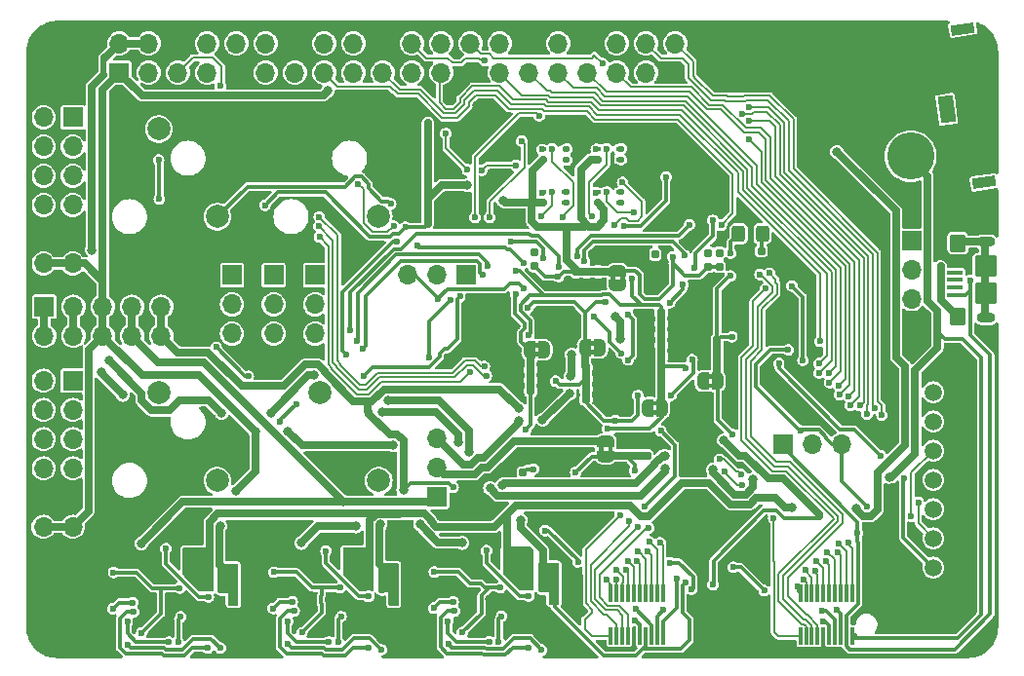
<source format=gtl>
%TF.GenerationSoftware,KiCad,Pcbnew,8.0.2*%
%TF.CreationDate,2024-09-16T20:23:21-04:00*%
%TF.ProjectId,fpga,66706761-2e6b-4696-9361-645f70636258,rev?*%
%TF.SameCoordinates,Original*%
%TF.FileFunction,Copper,L1,Top*%
%TF.FilePolarity,Positive*%
%FSLAX46Y46*%
G04 Gerber Fmt 4.6, Leading zero omitted, Abs format (unit mm)*
G04 Created by KiCad (PCBNEW 8.0.2) date 2024-09-16 20:23:21*
%MOMM*%
%LPD*%
G01*
G04 APERTURE LIST*
G04 Aperture macros list*
%AMRoundRect*
0 Rectangle with rounded corners*
0 $1 Rounding radius*
0 $2 $3 $4 $5 $6 $7 $8 $9 X,Y pos of 4 corners*
0 Add a 4 corners polygon primitive as box body*
4,1,4,$2,$3,$4,$5,$6,$7,$8,$9,$2,$3,0*
0 Add four circle primitives for the rounded corners*
1,1,$1+$1,$2,$3*
1,1,$1+$1,$4,$5*
1,1,$1+$1,$6,$7*
1,1,$1+$1,$8,$9*
0 Add four rect primitives between the rounded corners*
20,1,$1+$1,$2,$3,$4,$5,0*
20,1,$1+$1,$4,$5,$6,$7,0*
20,1,$1+$1,$6,$7,$8,$9,0*
20,1,$1+$1,$8,$9,$2,$3,0*%
%AMRotRect*
0 Rectangle, with rotation*
0 The origin of the aperture is its center*
0 $1 length*
0 $2 width*
0 $3 Rotation angle, in degrees counterclockwise*
0 Add horizontal line*
21,1,$1,$2,0,0,$3*%
%AMFreePoly0*
4,1,19,0.500000,-0.750000,0.000000,-0.750000,0.000000,-0.744911,-0.071157,-0.744911,-0.207708,-0.704816,-0.327430,-0.627875,-0.420627,-0.520320,-0.479746,-0.390866,-0.500000,-0.250000,-0.500000,0.250000,-0.479746,0.390866,-0.420627,0.520320,-0.327430,0.627875,-0.207708,0.704816,-0.071157,0.744911,0.000000,0.744911,0.000000,0.750000,0.500000,0.750000,0.500000,-0.750000,0.500000,-0.750000,
$1*%
%AMFreePoly1*
4,1,19,0.000000,0.744911,0.071157,0.744911,0.207708,0.704816,0.327430,0.627875,0.420627,0.520320,0.479746,0.390866,0.500000,0.250000,0.500000,-0.250000,0.479746,-0.390866,0.420627,-0.520320,0.327430,-0.627875,0.207708,-0.704816,0.071157,-0.744911,0.000000,-0.744911,0.000000,-0.750000,-0.500000,-0.750000,-0.500000,0.750000,0.000000,0.750000,0.000000,0.744911,0.000000,0.744911,
$1*%
G04 Aperture macros list end*
%TA.AperFunction,EtchedComponent*%
%ADD10C,0.000000*%
%TD*%
%TA.AperFunction,SMDPad,CuDef*%
%ADD11RoundRect,0.160000X0.160000X-0.197500X0.160000X0.197500X-0.160000X0.197500X-0.160000X-0.197500X0*%
%TD*%
%TA.AperFunction,SMDPad,CuDef*%
%ADD12R,0.300000X1.500000*%
%TD*%
%TA.AperFunction,ComponentPad*%
%ADD13C,6.000000*%
%TD*%
%TA.AperFunction,ComponentPad*%
%ADD14C,2.000000*%
%TD*%
%TA.AperFunction,ComponentPad*%
%ADD15RotRect,0.900000X2.000000X278.000000*%
%TD*%
%TA.AperFunction,ComponentPad*%
%ADD16RoundRect,1.025000X-1.157677X0.872372X-0.872372X-1.157677X1.157677X-0.872372X0.872372X1.157677X0*%
%TD*%
%TA.AperFunction,ComponentPad*%
%ADD17C,4.100000*%
%TD*%
%TA.AperFunction,ComponentPad*%
%ADD18RotRect,2.300000X1.300000X278.000000*%
%TD*%
%TA.AperFunction,SMDPad,CuDef*%
%ADD19FreePoly0,180.000000*%
%TD*%
%TA.AperFunction,SMDPad,CuDef*%
%ADD20FreePoly1,180.000000*%
%TD*%
%TA.AperFunction,ComponentPad*%
%ADD21R,1.700000X1.700000*%
%TD*%
%TA.AperFunction,ComponentPad*%
%ADD22O,1.700000X1.700000*%
%TD*%
%TA.AperFunction,SMDPad,CuDef*%
%ADD23FreePoly0,90.000000*%
%TD*%
%TA.AperFunction,SMDPad,CuDef*%
%ADD24FreePoly1,90.000000*%
%TD*%
%TA.AperFunction,SMDPad,CuDef*%
%ADD25RoundRect,0.250000X0.325000X0.450000X-0.325000X0.450000X-0.325000X-0.450000X0.325000X-0.450000X0*%
%TD*%
%TA.AperFunction,SMDPad,CuDef*%
%ADD26RoundRect,0.160000X-0.160000X0.197500X-0.160000X-0.197500X0.160000X-0.197500X0.160000X0.197500X0*%
%TD*%
%TA.AperFunction,SMDPad,CuDef*%
%ADD27RoundRect,0.155000X0.155000X-0.212500X0.155000X0.212500X-0.155000X0.212500X-0.155000X-0.212500X0*%
%TD*%
%TA.AperFunction,SMDPad,CuDef*%
%ADD28RoundRect,0.155000X-0.155000X0.212500X-0.155000X-0.212500X0.155000X-0.212500X0.155000X0.212500X0*%
%TD*%
%TA.AperFunction,SMDPad,CuDef*%
%ADD29RoundRect,0.155000X-0.212500X-0.155000X0.212500X-0.155000X0.212500X0.155000X-0.212500X0.155000X0*%
%TD*%
%TA.AperFunction,SMDPad,CuDef*%
%ADD30R,0.584200X0.406400*%
%TD*%
%TA.AperFunction,SMDPad,CuDef*%
%ADD31FreePoly0,0.000000*%
%TD*%
%TA.AperFunction,SMDPad,CuDef*%
%ADD32FreePoly1,0.000000*%
%TD*%
%TA.AperFunction,ComponentPad*%
%ADD33R,1.508000X1.508000*%
%TD*%
%TA.AperFunction,ComponentPad*%
%ADD34C,1.508000*%
%TD*%
%TA.AperFunction,SMDPad,CuDef*%
%ADD35RoundRect,0.155000X0.212500X0.155000X-0.212500X0.155000X-0.212500X-0.155000X0.212500X-0.155000X0*%
%TD*%
%TA.AperFunction,SMDPad,CuDef*%
%ADD36RoundRect,0.100000X0.575000X-0.100000X0.575000X0.100000X-0.575000X0.100000X-0.575000X-0.100000X0*%
%TD*%
%TA.AperFunction,ComponentPad*%
%ADD37O,1.600000X0.900000*%
%TD*%
%TA.AperFunction,SMDPad,CuDef*%
%ADD38RoundRect,0.250000X0.450000X-0.550000X0.450000X0.550000X-0.450000X0.550000X-0.450000X-0.550000X0*%
%TD*%
%TA.AperFunction,SMDPad,CuDef*%
%ADD39RoundRect,0.250000X0.700000X-0.700000X0.700000X0.700000X-0.700000X0.700000X-0.700000X-0.700000X0*%
%TD*%
%TA.AperFunction,SMDPad,CuDef*%
%ADD40RoundRect,0.160000X0.197500X0.160000X-0.197500X0.160000X-0.197500X-0.160000X0.197500X-0.160000X0*%
%TD*%
%TA.AperFunction,ViaPad*%
%ADD41C,0.800000*%
%TD*%
%TA.AperFunction,ViaPad*%
%ADD42C,0.600000*%
%TD*%
%TA.AperFunction,Conductor*%
%ADD43C,0.300000*%
%TD*%
%TA.AperFunction,Conductor*%
%ADD44C,0.650000*%
%TD*%
%TA.AperFunction,Conductor*%
%ADD45C,0.400000*%
%TD*%
%TA.AperFunction,Conductor*%
%ADD46C,0.250000*%
%TD*%
%TA.AperFunction,Conductor*%
%ADD47C,0.500000*%
%TD*%
%TA.AperFunction,Conductor*%
%ADD48C,0.200000*%
%TD*%
G04 APERTURE END LIST*
D10*
%TA.AperFunction,EtchedComponent*%
%TO.C,JP7*%
G36*
X109479087Y-63248807D02*
G01*
X108979087Y-63248807D01*
X108979087Y-62848807D01*
X109479087Y-62848807D01*
X109479087Y-63248807D01*
G37*
%TD.AperFunction*%
%TA.AperFunction,EtchedComponent*%
G36*
X109479087Y-62448807D02*
G01*
X108979087Y-62448807D01*
X108979087Y-62048807D01*
X109479087Y-62048807D01*
X109479087Y-62448807D01*
G37*
%TD.AperFunction*%
%TA.AperFunction,EtchedComponent*%
%TO.C,JP9*%
G36*
X110182487Y-71697607D02*
G01*
X109782487Y-71697607D01*
X109782487Y-71197607D01*
X110182487Y-71197607D01*
X110182487Y-71697607D01*
G37*
%TD.AperFunction*%
%TA.AperFunction,EtchedComponent*%
G36*
X110982487Y-71697607D02*
G01*
X110582487Y-71697607D01*
X110582487Y-71197607D01*
X110982487Y-71197607D01*
X110982487Y-71697607D01*
G37*
%TD.AperFunction*%
%TA.AperFunction,EtchedComponent*%
%TO.C,JP5*%
G36*
X104653087Y-63426607D02*
G01*
X104153087Y-63426607D01*
X104153087Y-63026607D01*
X104653087Y-63026607D01*
X104653087Y-63426607D01*
G37*
%TD.AperFunction*%
%TA.AperFunction,EtchedComponent*%
G36*
X104653087Y-62626607D02*
G01*
X104153087Y-62626607D01*
X104153087Y-62226607D01*
X104653087Y-62226607D01*
X104653087Y-62626607D01*
G37*
%TD.AperFunction*%
%TA.AperFunction,EtchedComponent*%
%TO.C,JP8*%
G36*
X114889287Y-67681207D02*
G01*
X114389287Y-67681207D01*
X114389287Y-67281207D01*
X114889287Y-67281207D01*
X114889287Y-67681207D01*
G37*
%TD.AperFunction*%
%TA.AperFunction,EtchedComponent*%
G36*
X114889287Y-68481207D02*
G01*
X114389287Y-68481207D01*
X114389287Y-68081207D01*
X114889287Y-68081207D01*
X114889287Y-68481207D01*
G37*
%TD.AperFunction*%
%TA.AperFunction,EtchedComponent*%
%TO.C,JP4*%
G36*
X119710687Y-65344407D02*
G01*
X119210687Y-65344407D01*
X119210687Y-64944407D01*
X119710687Y-64944407D01*
X119710687Y-65344407D01*
G37*
%TD.AperFunction*%
%TA.AperFunction,EtchedComponent*%
G36*
X119710687Y-66144407D02*
G01*
X119210687Y-66144407D01*
X119210687Y-65744407D01*
X119710687Y-65744407D01*
X119710687Y-66144407D01*
G37*
%TD.AperFunction*%
%TA.AperFunction,EtchedComponent*%
%TO.C,JP6*%
G36*
X111223889Y-56853607D02*
G01*
X110823889Y-56853607D01*
X110823889Y-56353607D01*
X111223889Y-56353607D01*
X111223889Y-56853607D01*
G37*
%TD.AperFunction*%
%TA.AperFunction,EtchedComponent*%
G36*
X112023889Y-56853607D02*
G01*
X111623889Y-56853607D01*
X111623889Y-56353607D01*
X112023889Y-56353607D01*
X112023889Y-56853607D01*
G37*
%TD.AperFunction*%
%TD*%
D11*
%TO.P,R11,1*%
%TO.N,GND*%
X114678031Y-55741207D03*
%TO.P,R11,2*%
%TO.N,/Bank2/M1_IO*%
X114678031Y-54546207D03*
%TD*%
D12*
%TO.P,J4,01,01*%
%TO.N,VBATT*%
X131775149Y-87707451D03*
%TO.P,J4,02,02*%
%TO.N,Net-(U1A-IO_L66P_SCP1_0)*%
X131775149Y-84007451D03*
%TO.P,J4,03,03*%
%TO.N,VUSB*%
X131275149Y-87707451D03*
%TO.P,J4,04,04*%
%TO.N,Net-(U1A-IO_L65N_SCP2_0)*%
X131275149Y-84007451D03*
%TO.P,J4,05,05*%
%TO.N,3V3*%
X130775149Y-87707451D03*
%TO.P,J4,06,06*%
%TO.N,Net-(U1A-IO_L65P_SCP3_0)*%
X130775149Y-84007451D03*
%TO.P,J4,07,07*%
%TO.N,2V5*%
X130275149Y-87707451D03*
%TO.P,J4,08,08*%
%TO.N,Net-(U1A-IO_L64N_SCP4_0)*%
X130275149Y-84007451D03*
%TO.P,J4,09,09*%
%TO.N,1V2*%
X129775149Y-87707451D03*
%TO.P,J4,10,10*%
%TO.N,Net-(U1A-IO_L64P_SCP5_0)*%
X129775149Y-84007451D03*
%TO.P,J4,11,11*%
%TO.N,GND*%
X129275149Y-87707451D03*
%TO.P,J4,12,12*%
%TO.N,Net-(U1A-IO_L63N_SCP6_0)*%
X129275149Y-84007451D03*
%TO.P,J4,13,13*%
%TO.N,Net-(U1A-IO_L74N_DOUT_BUSY_1)*%
X128775149Y-87707451D03*
%TO.P,J4,14,14*%
%TO.N,Net-(U1A-IO_L63P_SCP7_0)*%
X128775149Y-84007451D03*
%TO.P,J4,15,15*%
%TO.N,Net-(U1A-IO_L74P_AWAKE_1)*%
X128275149Y-87707451D03*
%TO.P,J4,16,16*%
%TO.N,Net-(U1A-IO_L62N_VREF_0)*%
X128275149Y-84007451D03*
%TO.P,J4,17,17*%
%TO.N,Net-(U1A-IO_L47N_1)*%
X127775149Y-87707451D03*
%TO.P,J4,18,18*%
%TO.N,Net-(U1A-IO_L62P_0)*%
X127775149Y-84007451D03*
%TO.P,J4,19,19*%
%TO.N,Net-(U1A-IO_L66N_SCP0_0)*%
X127275149Y-87707451D03*
%TO.P,J4,20,20*%
%TO.N,Net-(U1A-IO_L37N_GCLK12_0)*%
X127275149Y-84007451D03*
%TD*%
D13*
%TO.P,J9,1,Pin_1*%
%TO.N,GND*%
X63259600Y-37436200D03*
X63259600Y-86436200D03*
X121259600Y-37436200D03*
X121259600Y-86436200D03*
%TD*%
D14*
%TO.P,SW2,1,1*%
%TO.N,Net-(U1C-PROGRAM_B_2)*%
X90678000Y-51257200D03*
%TO.P,SW2,2,2*%
%TO.N,GND*%
X85598000Y-43637200D03*
%TD*%
D12*
%TO.P,J2,01,01*%
%TO.N,VBATT*%
X115331749Y-87707451D03*
%TO.P,J2,02,02*%
%TO.N,Net-(U1A-IO_L35P_GCLK17_0)*%
X115331749Y-84007451D03*
%TO.P,J2,03,03*%
%TO.N,VUSB*%
X114831749Y-87707451D03*
%TO.P,J2,04,04*%
%TO.N,Net-(U1A-IO_L34N_GCLK18_0)*%
X114831749Y-84007451D03*
%TO.P,J2,05,05*%
%TO.N,3V3*%
X114331749Y-87707451D03*
%TO.P,J2,06,06*%
%TO.N,Net-(U1A-IO_L34P_GCLK19_0)*%
X114331749Y-84007451D03*
%TO.P,J2,07,07*%
%TO.N,2V5*%
X113831749Y-87707451D03*
%TO.P,J2,08,08*%
%TO.N,Net-(U1A-IO_L4N_0)*%
X113831749Y-84007451D03*
%TO.P,J2,09,09*%
%TO.N,1V2*%
X113331749Y-87707451D03*
%TO.P,J2,10,10*%
%TO.N,Net-(U1A-IO_L4P_0)*%
X113331749Y-84007451D03*
%TO.P,J2,11,11*%
%TO.N,GND*%
X112831749Y-87707451D03*
%TO.P,J2,12,12*%
%TO.N,Net-(U1A-IO_L3N_0)*%
X112831749Y-84007451D03*
%TO.P,J2,13,13*%
%TO.N,Net-(U1A-IO_L37P_GCLK13_0)*%
X112331749Y-87707451D03*
%TO.P,J2,14,14*%
%TO.N,Net-(U1A-IO_L3P_0)*%
X112331749Y-84007451D03*
%TO.P,J2,15,15*%
%TO.N,Net-(U1A-IO_L36N_GCLK14_0)*%
X111831749Y-87707451D03*
%TO.P,J2,16,16*%
%TO.N,Net-(U1A-IO_L2N_0)*%
X111831749Y-84007451D03*
%TO.P,J2,17,17*%
%TO.N,Net-(U1A-IO_L36P_GCLK15_0)*%
X111331749Y-87707451D03*
%TO.P,J2,18,18*%
%TO.N,Net-(U1A-IO_L2P_0)*%
X111331749Y-84007451D03*
%TO.P,J2,19,19*%
%TO.N,Net-(U1A-IO_L35N_GCLK16_0)*%
X110831749Y-87707451D03*
%TO.P,J2,20,20*%
%TO.N,Net-(U1A-IO_L1N_VREF_0)*%
X110831749Y-84007451D03*
%TD*%
D15*
%TO.P,XT60M,*%
%TO.N,*%
X141359388Y-34925000D03*
X143238225Y-48293619D03*
D16*
%TO.P,XT60M,1,-*%
%TO.N,GND*%
X135856175Y-38879383D03*
D17*
%TO.P,XT60M,2,+*%
%TO.N,VBATT*%
X136858221Y-46009313D03*
D18*
%TO.P,XT60M,3,X*%
%TO.N,unconnected-(XT60M1-X-Pad3)*%
X139971677Y-41936366D03*
%TD*%
D19*
%TO.P,JP7,1,A*%
%TO.N,1V2*%
X109879087Y-62648807D03*
D20*
%TO.P,JP7,2,B*%
%TO.N,VCC_INT*%
X108579087Y-62648807D03*
%TD*%
D11*
%TO.P,R10,1*%
%TO.N,VCCO_2*%
X119297889Y-55600907D03*
%TO.P,R10,2*%
%TO.N,/Bank2/M0_IO*%
X119297889Y-54405907D03*
%TD*%
D21*
%TO.P,SW9,1,A*%
%TO.N,unconnected-(SW9-A-Pad1)*%
X77935000Y-56344200D03*
D22*
%TO.P,SW9,2,B*%
%TO.N,/Bank2/SW1*%
X77935000Y-58884200D03*
%TO.P,SW9,3,C*%
%TO.N,Net-(SW9-C)*%
X77935000Y-61424200D03*
%TD*%
D23*
%TO.P,JP9,1,A*%
%TO.N,VCCO_0*%
X110382487Y-72097607D03*
D24*
%TO.P,JP9,2,B*%
%TO.N,Net-(JP9-B)*%
X110382487Y-70797607D03*
%TD*%
D25*
%TO.P,D1,1,K*%
%TO.N,Net-(D1-K)*%
X123974431Y-52742807D03*
%TO.P,D1,2,A*%
%TO.N,/Program/DONE*%
X121924431Y-52742807D03*
%TD*%
D26*
%TO.P,R3,1*%
%TO.N,/Program/DONE*%
X120263089Y-54405907D03*
%TO.P,R3,2*%
%TO.N,VCCO_2*%
X120263089Y-55600907D03*
%TD*%
D27*
%TO.P,C16,1*%
%TO.N,VCCO_0*%
X113992287Y-72008807D03*
%TO.P,C16,2*%
%TO.N,GND*%
X113992287Y-70873807D03*
%TD*%
D21*
%TO.P,SW11,1,A*%
%TO.N,unconnected-(SW11-A-Pad1)*%
X85149800Y-56343000D03*
D22*
%TO.P,SW11,2,B*%
%TO.N,/Bank2/SW3*%
X85149800Y-58883000D03*
%TO.P,SW11,3,C*%
%TO.N,Net-(SW11-C)*%
X85149800Y-61423000D03*
%TD*%
D19*
%TO.P,JP5,1,A*%
%TO.N,3V3*%
X105053087Y-62826607D03*
D20*
%TO.P,JP5,2,B*%
%TO.N,VCCO_3*%
X103753087Y-62826607D03*
%TD*%
D28*
%TO.P,C20,1*%
%TO.N,VCCO_2*%
X109696689Y-56044807D03*
%TO.P,C20,2*%
%TO.N,GND*%
X109696689Y-57179807D03*
%TD*%
D21*
%TO.P,J5,1,Pin_1*%
%TO.N,PMOD1_0*%
X64103600Y-42628200D03*
D22*
%TO.P,J5,2,Pin_2*%
%TO.N,PMOD1_4*%
X61563600Y-42628200D03*
%TO.P,J5,3,Pin_3*%
%TO.N,PMOD1_1*%
X64103600Y-45168200D03*
%TO.P,J5,4,Pin_4*%
%TO.N,PMOD1_5*%
X61563600Y-45168200D03*
%TO.P,J5,5,Pin_5*%
%TO.N,PMOD1_2*%
X64103600Y-47708200D03*
%TO.P,J5,6,Pin_6*%
%TO.N,PMOD1_6*%
X61563600Y-47708200D03*
%TO.P,J5,7,Pin_7*%
%TO.N,PMOD1_3*%
X64103600Y-50248200D03*
%TO.P,J5,8,Pin_8*%
%TO.N,PMOD1_7*%
X61563600Y-50248200D03*
%TO.P,J5,9,Pin_9*%
%TO.N,GND*%
X64103600Y-52788200D03*
%TO.P,J5,10,Pin_10*%
X61563600Y-52788200D03*
%TO.P,J5,11,Pin_11*%
%TO.N,3V3*%
X64103600Y-55328200D03*
%TO.P,J5,12,Pin_12*%
X61563600Y-55328200D03*
%TD*%
D21*
%TO.P,J8,1,Pin_1*%
%TO.N,VBATT*%
X61628200Y-59087400D03*
D22*
%TO.P,J8,2,Pin_2*%
X61628200Y-61627400D03*
%TO.P,J8,3,Pin_3*%
%TO.N,VUSB*%
X64168200Y-59087400D03*
%TO.P,J8,4,Pin_4*%
X64168200Y-61627400D03*
%TO.P,J8,5,Pin_5*%
%TO.N,3V3*%
X66708200Y-59087400D03*
%TO.P,J8,6,Pin_6*%
X66708200Y-61627400D03*
%TO.P,J8,7,Pin_7*%
%TO.N,2V5*%
X69248200Y-59087400D03*
%TO.P,J8,8,Pin_8*%
X69248200Y-61627400D03*
%TO.P,J8,9,Pin_9*%
%TO.N,1V2*%
X71788200Y-59087400D03*
%TO.P,J8,10,Pin_10*%
X71788200Y-61627400D03*
%TO.P,J8,11,Pin_11*%
%TO.N,GND*%
X74328200Y-59087400D03*
%TO.P,J8,12,Pin_12*%
X74328200Y-61627400D03*
%TD*%
D29*
%TO.P,C25,1*%
%TO.N,VCCO_3*%
X103862687Y-66408007D03*
%TO.P,C25,2*%
%TO.N,GND*%
X104997687Y-66408007D03*
%TD*%
D30*
%TO.P,LED2,1,1*%
%TO.N,Net-(LED2-Pad1)*%
X106871000Y-45404001D03*
%TO.P,LED2,2,2*%
%TO.N,Net-(LED2-Pad2)*%
X106871000Y-46303999D03*
%TO.P,LED2,3,3*%
%TO.N,VCCO_2*%
X104940600Y-46303999D03*
%TO.P,LED2,4,4*%
%TO.N,Net-(LED2-Pad4)*%
X104940600Y-45404001D03*
%TD*%
D14*
%TO.P,SW8,1,1*%
%TO.N,/Bank2/BTN3*%
X76657200Y-51257200D03*
%TO.P,SW8,2,2*%
%TO.N,Net-(R49-Pad1)*%
X71577200Y-43637200D03*
%TD*%
D29*
%TO.P,C4,1*%
%TO.N,VCC_INT*%
X108663287Y-66241407D03*
%TO.P,C4,2*%
%TO.N,GND*%
X109798287Y-66241407D03*
%TD*%
D28*
%TO.P,C22,1*%
%TO.N,VCCO_2*%
X107817089Y-56044807D03*
%TO.P,C22,2*%
%TO.N,GND*%
X107817089Y-57179807D03*
%TD*%
D31*
%TO.P,JP8,1,A*%
%TO.N,3V3*%
X113989287Y-67881207D03*
D32*
%TO.P,JP8,2,B*%
%TO.N,VCC_AUX*%
X115289287Y-67881207D03*
%TD*%
D27*
%TO.P,C14,1*%
%TO.N,VCCO_0*%
X112109687Y-72008807D03*
%TO.P,C14,2*%
%TO.N,GND*%
X112109687Y-70873807D03*
%TD*%
D29*
%TO.P,C1,1*%
%TO.N,VCC_INT*%
X108663287Y-64376007D03*
%TO.P,C1,2*%
%TO.N,GND*%
X109798287Y-64376007D03*
%TD*%
D33*
%TO.P,J1,1,1*%
%TO.N,GND*%
X141358800Y-81769600D03*
D34*
%TO.P,J1,2,2*%
%TO.N,VCC_AUX*%
X138818800Y-81769600D03*
%TO.P,J1,3,3*%
%TO.N,GND*%
X141358800Y-79229600D03*
%TO.P,J1,4,4*%
%TO.N,TMS*%
X138818800Y-79229600D03*
%TO.P,J1,5,5*%
%TO.N,GND*%
X141358800Y-76689600D03*
%TO.P,J1,6,6*%
%TO.N,TCK*%
X138818800Y-76689600D03*
%TO.P,J1,7,7*%
%TO.N,GND*%
X141358800Y-74149600D03*
%TO.P,J1,8,8*%
%TO.N,TDO*%
X138818800Y-74149600D03*
%TO.P,J1,9,9*%
%TO.N,GND*%
X141358800Y-71609600D03*
%TO.P,J1,10,10*%
%TO.N,TDI*%
X138818800Y-71609600D03*
%TO.P,J1,11,11*%
%TO.N,GND*%
X141358800Y-69069600D03*
%TO.P,J1,12,12*%
%TO.N,unconnected-(J1-Pad12)*%
X138818800Y-69069600D03*
%TO.P,J1,13,13*%
%TO.N,GND*%
X141358800Y-66529600D03*
%TO.P,J1,14,14*%
%TO.N,unconnected-(J1-Pad14)*%
X138818800Y-66529600D03*
%TD*%
D29*
%TO.P,C3,1*%
%TO.N,VCC_INT*%
X108663287Y-65315807D03*
%TO.P,C3,2*%
%TO.N,GND*%
X109798287Y-65315807D03*
%TD*%
D35*
%TO.P,C18,1*%
%TO.N,VCCO_1*%
X120055287Y-62888607D03*
%TO.P,C18,2*%
%TO.N,GND*%
X118920287Y-62888607D03*
%TD*%
D21*
%TO.P,SW3,1,A*%
%TO.N,VUSB*%
X136956800Y-53340000D03*
D22*
%TO.P,SW3,2,B*%
%TO.N,Net-(SW3-B)*%
X136956800Y-55880000D03*
%TO.P,SW3,3,C*%
%TO.N,3V3*%
X136956800Y-58420000D03*
%TD*%
D35*
%TO.P,C17,1*%
%TO.N,VCCO_1*%
X120055287Y-63817207D03*
%TO.P,C17,2*%
%TO.N,GND*%
X118920287Y-63817207D03*
%TD*%
%TO.P,C6,1*%
%TO.N,VCC_AUX*%
X115217187Y-66154007D03*
%TO.P,C6,2*%
%TO.N,GND*%
X114082187Y-66154007D03*
%TD*%
D30*
%TO.P,LED3,1,1*%
%TO.N,Net-(LED3-Pad1)*%
X111584500Y-45385400D03*
%TO.P,LED3,2,2*%
%TO.N,Net-(LED3-Pad2)*%
X111584500Y-46285398D03*
%TO.P,LED3,3,3*%
%TO.N,VCCO_2*%
X109654100Y-46285398D03*
%TO.P,LED3,4,4*%
%TO.N,Net-(LED3-Pad4)*%
X109654100Y-45385400D03*
%TD*%
D21*
%TO.P,SW5,1,A*%
%TO.N,VUSB*%
X98221800Y-56337200D03*
D22*
%TO.P,SW5,2,B*%
%TO.N,Net-(SW5-B)*%
X95681800Y-56337200D03*
%TO.P,SW5,3,C*%
%TO.N,3V3*%
X93141800Y-56337200D03*
%TD*%
D35*
%TO.P,C8,1*%
%TO.N,VCC_AUX*%
X115217187Y-64285607D03*
%TO.P,C8,2*%
%TO.N,GND*%
X114082187Y-64285607D03*
%TD*%
D29*
%TO.P,C5,1*%
%TO.N,VCC_INT*%
X108663287Y-67170007D03*
%TO.P,C5,2*%
%TO.N,GND*%
X109798287Y-67170007D03*
%TD*%
D31*
%TO.P,JP4,1,A*%
%TO.N,3V3*%
X118810687Y-65544407D03*
D32*
%TO.P,JP4,2,B*%
%TO.N,VCCO_1*%
X120110687Y-65544407D03*
%TD*%
D21*
%TO.P,SW10,1,A*%
%TO.N,unconnected-(SW10-A-Pad1)*%
X81544800Y-56343000D03*
D22*
%TO.P,SW10,2,B*%
%TO.N,/Bank2/SW2*%
X81544800Y-58883000D03*
%TO.P,SW10,3,C*%
%TO.N,Net-(SW10-C)*%
X81544800Y-61423000D03*
%TD*%
D29*
%TO.P,C23,1*%
%TO.N,VCCO_3*%
X103862687Y-64553807D03*
%TO.P,C23,2*%
%TO.N,GND*%
X104997687Y-64553807D03*
%TD*%
D35*
%TO.P,C13,1*%
%TO.N,VCC_AUX*%
X115201387Y-59626207D03*
%TO.P,C13,2*%
%TO.N,GND*%
X114066387Y-59626207D03*
%TD*%
D11*
%TO.P,R5,1*%
%TO.N,VCCO_2*%
X104187831Y-55550107D03*
%TO.P,R5,2*%
%TO.N,/Bank2/INIT_B_IO*%
X104187831Y-54355107D03*
%TD*%
D35*
%TO.P,C10,1*%
%TO.N,VCC_AUX*%
X115208487Y-62420207D03*
%TO.P,C10,2*%
%TO.N,GND*%
X114073487Y-62420207D03*
%TD*%
%TO.P,C7,1*%
%TO.N,VCC_AUX*%
X115217187Y-65214207D03*
%TO.P,C7,2*%
%TO.N,GND*%
X114082187Y-65214207D03*
%TD*%
D23*
%TO.P,JP6,1,A*%
%TO.N,3V3*%
X111423889Y-57253607D03*
D24*
%TO.P,JP6,2,B*%
%TO.N,VCCO_2*%
X111423889Y-55953607D03*
%TD*%
D30*
%TO.P,LED1,1,1*%
%TO.N,Net-(LED1-Pad1)*%
X106845600Y-49139001D03*
%TO.P,LED1,2,2*%
%TO.N,Net-(LED1-Pad2)*%
X106845600Y-50038999D03*
%TO.P,LED1,3,3*%
%TO.N,VCCO_2*%
X104915200Y-50038999D03*
%TO.P,LED1,4,4*%
%TO.N,Net-(LED1-Pad4)*%
X104915200Y-49139001D03*
%TD*%
D36*
%TO.P,J3,1,VBUS*%
%TO.N,VUSB*%
X140719600Y-58051600D03*
%TO.P,J3,2,D-*%
%TO.N,unconnected-(J3-D--Pad2)*%
X140719600Y-57401600D03*
%TO.P,J3,3,D+*%
%TO.N,unconnected-(J3-D+-Pad3)*%
X140719600Y-56751600D03*
%TO.P,J3,4,ID*%
%TO.N,unconnected-(J3-ID-Pad4)*%
X140719600Y-56101600D03*
%TO.P,J3,5,GND*%
%TO.N,GND*%
X140719600Y-55451600D03*
D37*
%TO.P,J3,6,Shield*%
%TO.N,unconnected-(J3-Shield-Pad6)*%
X143394600Y-60051600D03*
D38*
X140944600Y-59951600D03*
D39*
X143394600Y-57951600D03*
X143394600Y-55551600D03*
D38*
X140944600Y-53551600D03*
D37*
X143394600Y-53451600D03*
%TD*%
D35*
%TO.P,C12,1*%
%TO.N,VCC_AUX*%
X115208487Y-60551807D03*
%TO.P,C12,2*%
%TO.N,GND*%
X114073487Y-60551807D03*
%TD*%
%TO.P,C19,1*%
%TO.N,VCCO_1*%
X120055287Y-61963007D03*
%TO.P,C19,2*%
%TO.N,GND*%
X118920287Y-61963007D03*
%TD*%
D14*
%TO.P,SW6,1,1*%
%TO.N,/Bank2/BTN1*%
X76655800Y-74191200D03*
%TO.P,SW6,2,2*%
%TO.N,Net-(R47-Pad1)*%
X71575800Y-66571200D03*
%TD*%
D26*
%TO.P,R9,1*%
%TO.N,GND*%
X103194289Y-72312907D03*
%TO.P,R9,2*%
%TO.N,/Bank1/HSWAPEN*%
X103194289Y-73507907D03*
%TD*%
D21*
%TO.P,SW4,1,A*%
%TO.N,VUSB*%
X125755400Y-71033701D03*
D22*
%TO.P,SW4,2,B*%
%TO.N,Net-(SW4-B)*%
X128295400Y-71033701D03*
%TO.P,SW4,3,C*%
%TO.N,3V3*%
X130835400Y-71033701D03*
%TD*%
D40*
%TO.P,R4,1*%
%TO.N,Net-(D1-K)*%
X123898231Y-54241407D03*
%TO.P,R4,2*%
%TO.N,GND*%
X122703231Y-54241407D03*
%TD*%
D21*
%TO.P,J6,1,Pin_1*%
%TO.N,PMOD2_0*%
X64103600Y-65513200D03*
D22*
%TO.P,J6,2,Pin_2*%
%TO.N,PMOD2_4*%
X61563600Y-65513200D03*
%TO.P,J6,3,Pin_3*%
%TO.N,PMOD2_1*%
X64103600Y-68053200D03*
%TO.P,J6,4,Pin_4*%
%TO.N,PMOD2_5*%
X61563600Y-68053200D03*
%TO.P,J6,5,Pin_5*%
%TO.N,PMOD2_2*%
X64103600Y-70593200D03*
%TO.P,J6,6,Pin_6*%
%TO.N,PMOD2_6*%
X61563600Y-70593200D03*
%TO.P,J6,7,Pin_7*%
%TO.N,PMOD2_3*%
X64103600Y-73133200D03*
%TO.P,J6,8,Pin_8*%
%TO.N,PMOD2_7*%
X61563600Y-73133200D03*
%TO.P,J6,9,Pin_9*%
%TO.N,GND*%
X64103600Y-75673200D03*
%TO.P,J6,10,Pin_10*%
X61563600Y-75673200D03*
%TO.P,J6,11,Pin_11*%
%TO.N,3V3*%
X64103600Y-78213200D03*
%TO.P,J6,12,Pin_12*%
X61563600Y-78213200D03*
%TD*%
D27*
%TO.P,C15,1*%
%TO.N,VCCO_0*%
X113049487Y-72008807D03*
%TO.P,C15,2*%
%TO.N,GND*%
X113049487Y-70873807D03*
%TD*%
D30*
%TO.P,LED4,1,1*%
%TO.N,Net-(LED4-Pad1)*%
X111584500Y-49143400D03*
%TO.P,LED4,2,2*%
%TO.N,Net-(LED4-Pad2)*%
X111584500Y-50043398D03*
%TO.P,LED4,3,3*%
%TO.N,VCCO_2*%
X109654100Y-50043398D03*
%TO.P,LED4,4,4*%
%TO.N,Net-(LED4-Pad4)*%
X109654100Y-49143400D03*
%TD*%
D21*
%TO.P,SW1,1,A*%
%TO.N,2V5*%
X95740400Y-75622800D03*
D22*
%TO.P,SW1,2,B*%
%TO.N,Net-(JP9-B)*%
X95740400Y-73082800D03*
%TO.P,SW1,3,C*%
%TO.N,3V3*%
X95740400Y-70542800D03*
%TD*%
D14*
%TO.P,SW7,1,1*%
%TO.N,/Bank2/BTN2*%
X90676600Y-74200400D03*
%TO.P,SW7,2,2*%
%TO.N,Net-(R48-Pad1)*%
X85596600Y-66580400D03*
%TD*%
D35*
%TO.P,C9,1*%
%TO.N,VCC_AUX*%
X115217187Y-63360007D03*
%TO.P,C9,2*%
%TO.N,GND*%
X114082187Y-63360007D03*
%TD*%
D28*
%TO.P,C21,1*%
%TO.N,VCCO_2*%
X108756889Y-56044807D03*
%TO.P,C21,2*%
%TO.N,GND*%
X108756889Y-57179807D03*
%TD*%
D29*
%TO.P,C24,1*%
%TO.N,VCCO_3*%
X103862687Y-65482407D03*
%TO.P,C24,2*%
%TO.N,GND*%
X104997687Y-65482407D03*
%TD*%
D35*
%TO.P,C11,1*%
%TO.N,VCC_AUX*%
X115208487Y-61480407D03*
%TO.P,C11,2*%
%TO.N,GND*%
X114073487Y-61480407D03*
%TD*%
D21*
%TO.P,J7,1,Pin_1*%
%TO.N,3V3*%
X68156000Y-38742000D03*
D22*
%TO.P,J7,2,Pin_2*%
%TO.N,VUSB*%
X68156000Y-36202000D03*
%TO.P,J7,3,Pin_3*%
%TO.N,GPIO2*%
X70696000Y-38742000D03*
%TO.P,J7,4,Pin_4*%
%TO.N,VUSB*%
X70696000Y-36202000D03*
%TO.P,J7,5,Pin_5*%
%TO.N,GPIO3*%
X73236000Y-38742000D03*
%TO.P,J7,6,Pin_6*%
%TO.N,GND*%
X73236000Y-36202000D03*
%TO.P,J7,7,Pin_7*%
%TO.N,GPIO4*%
X75776000Y-38742000D03*
%TO.P,J7,8,Pin_8*%
%TO.N,GPIO14*%
X75776000Y-36202000D03*
%TO.P,J7,9,Pin_9*%
%TO.N,GND*%
X78316000Y-38742000D03*
%TO.P,J7,10,Pin_10*%
%TO.N,GPIO15*%
X78316000Y-36202000D03*
%TO.P,J7,11,Pin_11*%
%TO.N,GPIO17*%
X80856000Y-38742000D03*
%TO.P,J7,12,Pin_12*%
%TO.N,GPIO18*%
X80856000Y-36202000D03*
%TO.P,J7,13,Pin_13*%
%TO.N,GPIO27*%
X83396000Y-38742000D03*
%TO.P,J7,14,Pin_14*%
%TO.N,GND*%
X83396000Y-36202000D03*
%TO.P,J7,15,Pin_15*%
%TO.N,GPIO22*%
X85936000Y-38742000D03*
%TO.P,J7,16,Pin_16*%
%TO.N,GPIO23*%
X85936000Y-36202000D03*
%TO.P,J7,17,Pin_17*%
%TO.N,3V3*%
X88476000Y-38742000D03*
%TO.P,J7,18,Pin_18*%
%TO.N,GPIO24*%
X88476000Y-36202000D03*
%TO.P,J7,19,Pin_19*%
%TO.N,GPIO10*%
X91016000Y-38742000D03*
%TO.P,J7,20,Pin_20*%
%TO.N,GND*%
X91016000Y-36202000D03*
%TO.P,J7,21,Pin_21*%
%TO.N,GPIO9*%
X93556000Y-38742000D03*
%TO.P,J7,22,Pin_22*%
%TO.N,GPIO25*%
X93556000Y-36202000D03*
%TO.P,J7,23,Pin_23*%
%TO.N,GPIO11*%
X96096000Y-38742000D03*
%TO.P,J7,24,Pin_24*%
%TO.N,GPIO8*%
X96096000Y-36202000D03*
%TO.P,J7,25,Pin_25*%
%TO.N,GND*%
X98636000Y-38742000D03*
%TO.P,J7,26,Pin_26*%
%TO.N,GPIO7*%
X98636000Y-36202000D03*
%TO.P,J7,27,Pin_27*%
%TO.N,GPIO0*%
X101176000Y-38742000D03*
%TO.P,J7,28,Pin_28*%
%TO.N,GPIO1*%
X101176000Y-36202000D03*
%TO.P,J7,29,Pin_29*%
%TO.N,GPIO5*%
X103716000Y-38742000D03*
%TO.P,J7,30,Pin_30*%
%TO.N,GND*%
X103716000Y-36202000D03*
%TO.P,J7,31,Pin_31*%
%TO.N,GPIO6*%
X106256000Y-38742000D03*
%TO.P,J7,32,Pin_32*%
%TO.N,GPIO12*%
X106256000Y-36202000D03*
%TO.P,J7,33,Pin_33*%
%TO.N,GPIO13*%
X108796000Y-38742000D03*
%TO.P,J7,34,Pin_34*%
%TO.N,GND*%
X108796000Y-36202000D03*
%TO.P,J7,35,Pin_35*%
%TO.N,GPIO19*%
X111336000Y-38742000D03*
%TO.P,J7,36,Pin_36*%
%TO.N,GPIO16*%
X111336000Y-36202000D03*
%TO.P,J7,37,Pin_37*%
%TO.N,GPIO26*%
X113876000Y-38742000D03*
%TO.P,J7,38,Pin_38*%
%TO.N,GPIO20*%
X113876000Y-36202000D03*
%TO.P,J7,39,Pin_39*%
%TO.N,GND*%
X116416000Y-38742000D03*
%TO.P,J7,40,Pin_40*%
%TO.N,GPIO21*%
X116416000Y-36202000D03*
%TD*%
D41*
%TO.N,1V2*%
X102819200Y-67919600D03*
X92811600Y-75027644D03*
D42*
X91002045Y-82716998D03*
X117856000Y-83642200D03*
X115976400Y-81330800D03*
X105130600Y-78536800D03*
X107957249Y-81284811D03*
X112931249Y-86334600D03*
D41*
X109879087Y-62648807D03*
D42*
X91002045Y-81716998D03*
X92002045Y-84716998D03*
X92002045Y-81716998D03*
X92002045Y-82716998D03*
X91002045Y-83716998D03*
X92002045Y-83716998D03*
X129271792Y-86416039D03*
D41*
X90826545Y-78013500D03*
D42*
X97129600Y-74777600D03*
%TO.N,GND*%
X126111000Y-58039000D03*
D41*
X93929200Y-46355000D03*
X102920800Y-43267900D03*
X72263000Y-82702400D03*
X71628000Y-87299800D03*
X77444600Y-69951600D03*
X132029200Y-40538400D03*
X99453500Y-87231600D03*
D42*
X107111800Y-72618600D03*
X122159331Y-72843707D03*
X109184831Y-54444607D03*
D41*
X96733173Y-40986844D03*
D42*
X105509314Y-79687843D03*
D41*
X84886800Y-85318600D03*
D42*
X114082187Y-64285607D03*
D41*
X72796400Y-74091800D03*
X127609600Y-35864800D03*
X68681600Y-56565800D03*
X97366197Y-37158255D03*
X94608645Y-83261200D03*
X80667045Y-87510874D03*
D42*
X114678031Y-55741207D03*
D41*
X98779750Y-85483050D03*
X134721600Y-87071200D03*
X61772800Y-81457800D03*
X97129600Y-76987400D03*
X68961000Y-45135800D03*
X140792200Y-62738000D03*
D42*
X122597331Y-55044707D03*
X119583200Y-56794400D03*
D41*
X83794600Y-58270900D03*
X99218283Y-41611083D03*
D42*
X110035331Y-73418407D03*
D41*
X85521800Y-87274400D03*
D42*
X117805200Y-66319400D03*
D41*
X71247000Y-82677000D03*
D42*
X126232385Y-63738544D03*
D41*
X87884000Y-73914000D03*
D42*
X118415939Y-51512339D03*
X104541055Y-60616807D03*
D41*
X106324400Y-69291200D03*
D42*
X118589067Y-73112900D03*
D41*
X90297000Y-42113200D03*
X129311400Y-88976200D03*
X113992287Y-70873807D03*
X86156800Y-82677000D03*
D42*
X90622780Y-48586220D03*
D41*
X98844819Y-84049329D03*
D42*
X108451304Y-85540504D03*
D41*
X100113900Y-86342600D03*
D42*
X119176800Y-68046600D03*
D41*
X100533200Y-47929800D03*
X77800200Y-44653200D03*
D42*
X118920287Y-62888607D03*
D41*
X66751200Y-78384400D03*
X119297158Y-50457027D03*
D42*
X109798287Y-64376007D03*
X104997687Y-66408007D03*
X111963200Y-54864000D03*
X133903434Y-43779106D03*
D41*
X80848200Y-47828200D03*
X76581000Y-57658000D03*
X135229600Y-64922400D03*
D42*
X112109687Y-70873807D03*
X108756889Y-57179807D03*
D41*
X107374215Y-59440485D03*
D42*
X112064800Y-67894200D03*
D41*
X68173600Y-53086000D03*
X140496244Y-85743034D03*
X68199000Y-68884800D03*
X93548878Y-41452122D03*
D42*
X112035509Y-72965710D03*
D41*
X119109355Y-76497520D03*
X101523800Y-45466000D03*
X116967000Y-69748400D03*
D42*
X120954800Y-64668400D03*
D41*
X137287000Y-61518800D03*
X115671600Y-43942000D03*
X86398300Y-84548600D03*
D42*
X140143400Y-47514856D03*
D41*
X133680200Y-52324000D03*
X99085400Y-82397600D03*
X70993000Y-85344000D03*
D42*
X121360331Y-57544707D03*
D41*
X142646400Y-39903400D03*
X117585252Y-49798146D03*
X94596156Y-87485474D03*
X100330000Y-84505800D03*
X72504500Y-84574000D03*
X142925800Y-45593000D03*
D42*
X132467529Y-45240329D03*
D41*
X100152200Y-82677000D03*
X72288400Y-86410800D03*
X140682600Y-55294100D03*
X134594600Y-80594200D03*
X80187800Y-58270900D03*
X97353394Y-35345100D03*
D42*
X124587000Y-63996101D03*
X121329889Y-55435207D03*
X110182249Y-88331951D03*
X114284915Y-57570847D03*
D41*
X84861400Y-84277200D03*
X70967600Y-84302600D03*
X137388600Y-35636200D03*
D42*
X102915967Y-65917833D03*
X114066387Y-59626207D03*
D41*
X80696000Y-83159600D03*
X76682600Y-54025800D03*
D42*
X96635300Y-63424114D03*
X125825529Y-56677838D03*
D41*
X86182200Y-86385400D03*
D42*
X102536686Y-60881169D03*
D41*
X85140800Y-82651600D03*
D42*
X102692200Y-71780400D03*
X106496289Y-63726507D03*
D41*
X117017800Y-60731400D03*
X92786200Y-48488600D03*
X72339200Y-52984400D03*
X108229400Y-88569800D03*
X138658600Y-64871600D03*
X66737478Y-83699415D03*
D42*
%TO.N,3V3*%
X77089400Y-82742398D03*
D41*
X107302500Y-65125507D03*
X78257400Y-75122175D03*
D42*
X77089400Y-83742398D03*
X115925600Y-58724800D03*
X130454400Y-85445600D03*
D41*
X91887100Y-71120000D03*
X118935718Y-65745848D03*
D42*
X77089400Y-81742398D03*
X112957085Y-85366115D03*
X133048768Y-76478900D03*
X117094000Y-57175400D03*
X78089400Y-83742398D03*
X126237290Y-62827960D03*
D41*
X76913900Y-78155800D03*
D42*
X78089400Y-81742398D03*
D41*
X111434331Y-57253607D03*
D42*
X78089400Y-84742398D03*
X78089400Y-82742398D03*
X113784331Y-76463082D03*
D41*
X107416100Y-63246000D03*
X107264200Y-66625007D03*
X113989287Y-67881207D03*
X105053087Y-62826607D03*
D42*
X118110000Y-55713100D03*
X95842300Y-58394600D03*
D41*
X111252000Y-59969400D03*
D42*
X115163600Y-69875400D03*
X127266000Y-69850000D03*
X103251000Y-57480200D03*
D41*
X104902000Y-68935600D03*
X79959200Y-69926200D03*
D42*
X119684800Y-51562000D03*
D41*
X86233000Y-40335200D03*
X111677784Y-61905816D03*
X102844600Y-68961000D03*
X82797321Y-69907479D03*
D42*
%TO.N,VCCO_0*%
X107782566Y-73460084D03*
X113992287Y-72008807D03*
X112895755Y-73347955D03*
%TO.N,/Regulators/SW1*%
X73255500Y-88256998D03*
X75890063Y-84299351D03*
X73489400Y-86042398D03*
X72195000Y-80119800D03*
%TO.N,/Regulators/VIN*%
X87302045Y-83516998D03*
X73989400Y-81342398D03*
X103831156Y-83191598D03*
X73989400Y-82242398D03*
X75989400Y-83242398D03*
X102831156Y-83191598D03*
X102831156Y-80391598D03*
X84002045Y-87416998D03*
X89902045Y-83216998D03*
X101831156Y-80391598D03*
X74989400Y-81342398D03*
X75989400Y-81342398D03*
X101231156Y-83491598D03*
X67653601Y-82186400D03*
X74989400Y-80442398D03*
X73989400Y-80442398D03*
D41*
X132130800Y-76631800D03*
D42*
X74989400Y-82242398D03*
X103831156Y-81291598D03*
X87902045Y-81316998D03*
X101831156Y-82191598D03*
X88902045Y-81316998D03*
X75989400Y-82242398D03*
X89902045Y-82216998D03*
X87902045Y-82216998D03*
X88902045Y-82216998D03*
X89902045Y-80416998D03*
X73389400Y-83542398D03*
X103831156Y-80391598D03*
D41*
X126517400Y-76578900D03*
D42*
X87902045Y-80416998D03*
X89902045Y-81316998D03*
X74989400Y-83242398D03*
X88902045Y-83216998D03*
X102831156Y-81291598D03*
X95495357Y-82135600D03*
X103831156Y-82191598D03*
X70089400Y-87442398D03*
X97931156Y-87391598D03*
X102831156Y-82191598D03*
D41*
X130454400Y-45618400D03*
D42*
X81566246Y-82161000D03*
X88902045Y-80416998D03*
X101831156Y-81291598D03*
X75989400Y-80442398D03*
%TO.N,Net-(U6-PVDD)*%
X72441065Y-88247712D03*
X68843000Y-86453600D03*
%TO.N,/Regulators/FB1*%
X75854500Y-88742398D03*
X69373352Y-85607537D03*
%TO.N,/Regulators/SW2*%
X87402045Y-86016998D03*
X87168145Y-88231598D03*
X86096678Y-80321835D03*
X89791842Y-84269834D03*
%TO.N,Net-(U7-PVDD)*%
X86353710Y-88222312D03*
X82755645Y-86428200D03*
%TO.N,/Regulators/FB2*%
X83335728Y-85523599D03*
X89767145Y-88716998D03*
%TO.N,VUSB*%
X142023000Y-56802400D03*
D41*
X81305400Y-68326000D03*
X65760600Y-54152800D03*
X101398647Y-74595545D03*
D42*
X89357887Y-65136105D03*
D41*
X98483794Y-71693752D03*
X91516200Y-67183000D03*
D42*
X115385794Y-85464594D03*
D41*
X85028342Y-65044665D03*
D42*
X119696500Y-83238916D03*
D41*
X120647231Y-70716369D03*
D42*
X97713800Y-58205900D03*
X132252234Y-78771673D03*
D41*
X115519200Y-72034400D03*
X67233800Y-63779400D03*
X77038200Y-68326000D03*
D42*
X128928443Y-77328900D03*
D41*
%TO.N,VBATT*%
X68461402Y-66751200D03*
D42*
X124129408Y-83753700D03*
D41*
X97559294Y-70891400D03*
D42*
X131924649Y-87707451D03*
X116547901Y-82693833D03*
D41*
X123175185Y-74074900D03*
D42*
X121462800Y-81737200D03*
D41*
X100339950Y-74857350D03*
X66601150Y-64799149D03*
X119684800Y-73253600D03*
X115544600Y-73126600D03*
X91014899Y-68269857D03*
X134994625Y-73875380D03*
D42*
%TO.N,/Regulators/SW3*%
X101097256Y-88206198D03*
X101331156Y-85991598D03*
X100025789Y-80296435D03*
X103715572Y-84242394D03*
%TO.N,Net-(U12-PVDD)*%
X96684756Y-86402800D03*
X100282821Y-88196912D03*
%TO.N,/Regulators/FB3*%
X97251262Y-85525853D03*
X103696256Y-88691598D03*
D41*
%TO.N,2V5*%
X83952045Y-79616998D03*
X97904956Y-79617200D03*
D42*
X104931156Y-82691598D03*
X105931156Y-84691598D03*
D41*
X87629075Y-76046675D03*
X70062200Y-79646400D03*
D42*
X104931156Y-83691598D03*
X105931156Y-81691598D03*
D41*
X88696800Y-78181200D03*
D42*
X129184400Y-85496400D03*
X104931156Y-81691598D03*
X105931156Y-82691598D03*
X105931156Y-83691598D03*
D41*
X102971600Y-77639711D03*
X94257970Y-78013128D03*
D42*
X117322600Y-83032600D03*
%TO.N,/Program/DONE*%
X121234200Y-54432200D03*
X120263089Y-54405907D03*
%TO.N,TMS*%
X137515600Y-76090100D03*
%TO.N,TDO*%
X122224800Y-74574400D03*
X120695626Y-73369707D03*
%TO.N,TDI*%
X136906000Y-77289100D03*
%TO.N,Net-(U1A-IO_L1N_VREF_0)*%
X110464600Y-82829400D03*
%TO.N,Net-(U1A-IO_L2P_0)*%
X111302800Y-82778600D03*
%TO.N,Net-(U1A-IO_L2N_0)*%
X111328200Y-81965800D03*
%TO.N,Net-(U1A-IO_L3P_0)*%
X112176376Y-81955824D03*
%TO.N,Net-(U1A-IO_L3N_0)*%
X112279961Y-81163060D03*
%TO.N,Net-(U1A-IO_L4P_0)*%
X113117519Y-81152796D03*
%TO.N,Net-(U1A-IO_L37P_GCLK13_0)*%
X114109855Y-78315300D03*
%TO.N,Net-(U1A-IO_L4N_0)*%
X113182400Y-80314800D03*
%TO.N,Net-(U1A-IO_L36N_GCLK14_0)*%
X113176261Y-78229528D03*
%TO.N,Net-(U1A-IO_L34P_GCLK19_0)*%
X114047078Y-80357056D03*
%TO.N,Net-(U1A-IO_L36P_GCLK15_0)*%
X112369600Y-77749400D03*
%TO.N,Net-(U1A-IO_L34N_GCLK18_0)*%
X114173000Y-79527400D03*
%TO.N,Net-(U1A-IO_L35N_GCLK16_0)*%
X111653954Y-77195046D03*
%TO.N,Net-(U1A-IO_L35P_GCLK17_0)*%
X115093436Y-79600013D03*
%TO.N,unconnected-(J3-Shield-Pad6)*%
X140907600Y-53543600D03*
X139461801Y-55549800D03*
%TO.N,Net-(U1A-IO_L37N_GCLK12_0)*%
X127050800Y-83413600D03*
%TO.N,Net-(U1A-IO_L62P_0)*%
X127582365Y-82783337D03*
%TO.N,Net-(U1A-IO_L62N_VREF_0)*%
X127711200Y-81991200D03*
%TO.N,Net-(U1A-IO_L63P_SCP7_0)*%
X128541553Y-82024530D03*
%TO.N,Net-(U1A-IO_L63N_SCP6_0)*%
X128651000Y-81203800D03*
%TO.N,Net-(U1A-IO_L64P_SCP5_0)*%
X129519411Y-81224389D03*
%TO.N,Net-(U1A-IO_L47N_1)*%
X124243584Y-57527101D03*
%TO.N,Net-(U1A-IO_L64N_SCP4_0)*%
X129616200Y-80391000D03*
%TO.N,Net-(U1A-IO_L74P_AWAKE_1)*%
X123774200Y-56293707D03*
%TO.N,Net-(U1A-IO_L65P_SCP3_0)*%
X130536836Y-80463813D03*
%TO.N,Net-(U1A-IO_L74N_DOUT_BUSY_1)*%
X124597691Y-56174109D03*
%TO.N,Net-(U1A-IO_L65N_SCP2_0)*%
X130581400Y-79629000D03*
%TO.N,Net-(U1A-IO_L66N_SCP0_0)*%
X124952461Y-77444839D03*
%TO.N,Net-(U1A-IO_L66P_SCP1_0)*%
X131411711Y-79611489D03*
%TO.N,PMOD1_1*%
X85514806Y-51281874D03*
X99833673Y-64275728D03*
%TO.N,PMOD1_2*%
X85521800Y-53035200D03*
X98604144Y-64742550D03*
%TO.N,PMOD1_5*%
X85475755Y-52090645D03*
X100015589Y-65094707D03*
%TO.N,GPIO3*%
X76937981Y-39876619D03*
%TO.N,GPIO27*%
X88895932Y-48441868D03*
X91965927Y-52093920D03*
%TO.N,GPIO22*%
X120421400Y-51993800D03*
%TO.N,GPIO10*%
X128971699Y-62100813D03*
%TO.N,GPIO25*%
X99898200Y-37708900D03*
%TO.N,GPIO11*%
X128879600Y-64033400D03*
%TO.N,GPIO7*%
X110109000Y-37946844D03*
%TO.N,GPIO0*%
X128909811Y-64851011D03*
%TO.N,GPIO1*%
X130581400Y-65913000D03*
X122803101Y-44527824D03*
%TO.N,GPIO5*%
X129768600Y-64871600D03*
%TO.N,GPIO6*%
X129798811Y-65689211D03*
%TO.N,GPIO12*%
X122803101Y-41728824D03*
X133052611Y-68427600D03*
%TO.N,GPIO13*%
X130683000Y-66725800D03*
%TO.N,GPIO19*%
X131470400Y-66878200D03*
%TO.N,GPIO16*%
X122200856Y-42328324D03*
X132453111Y-67683111D03*
%TO.N,GPIO26*%
X122803101Y-42928324D03*
X131622800Y-67665600D03*
%TO.N,GPIO20*%
X133756400Y-67919600D03*
%TO.N,GPIO21*%
X122159331Y-73685400D03*
X120292988Y-72340612D03*
X134355900Y-68503800D03*
%TO.N,Net-(LED1-Pad2)*%
X106975400Y-50053000D03*
%TO.N,Net-(LED1-Pad1)*%
X106975400Y-49103000D03*
%TO.N,Net-(LED1-Pad4)*%
X104825400Y-49153000D03*
%TO.N,Net-(LED2-Pad2)*%
X106998600Y-46318000D03*
%TO.N,Net-(LED2-Pad1)*%
X106998600Y-45368000D03*
%TO.N,Net-(LED2-Pad4)*%
X104848600Y-45418000D03*
%TO.N,Net-(LED3-Pad2)*%
X111712100Y-46297400D03*
%TO.N,Net-(LED3-Pad1)*%
X111712100Y-45347400D03*
%TO.N,Net-(LED3-Pad4)*%
X109562100Y-45397400D03*
%TO.N,Net-(LED4-Pad2)*%
X111714300Y-50055400D03*
%TO.N,Net-(LED4-Pad1)*%
X111714300Y-49105400D03*
%TO.N,Net-(LED4-Pad4)*%
X109564300Y-49155400D03*
%TO.N,/Bank2/INIT_B_IO*%
X104187831Y-54355107D03*
%TO.N,SPI_CS*%
X98374200Y-47193200D03*
X102590600Y-46812200D03*
X96490500Y-44021200D03*
X99630000Y-47218600D03*
%TO.N,SPI_CLK*%
X99030500Y-51321200D03*
X104597200Y-42486844D03*
%TO.N,/Bank1/HSWAPEN*%
X104089200Y-73202800D03*
%TO.N,/Bank2/M0_IO*%
X119303800Y-54457600D03*
%TO.N,/Bank2/M1_IO*%
X114678031Y-54546207D03*
%TO.N,/Bank2/G1*%
X104798161Y-51214261D03*
X105725400Y-49103000D03*
%TO.N,/Bank2/G2*%
X105748600Y-45368000D03*
X106651893Y-51289900D03*
%TO.N,/Bank2/G3*%
X110462100Y-45347400D03*
X109183379Y-51217718D03*
%TO.N,/Bank2/B3*%
X111099600Y-51993800D03*
X111846300Y-48285900D03*
%TO.N,/Bank2/G4*%
X110464300Y-49105400D03*
X112801400Y-50876200D03*
%TO.N,/Bank2/BTN1*%
X111729774Y-63123826D03*
X109347000Y-59944000D03*
%TO.N,/Bank2/BTN2*%
X112293400Y-59766200D03*
X112331749Y-63726507D03*
%TO.N,/Bank2/BTN3*%
X91719400Y-50139600D03*
X117195600Y-54610000D03*
X102119903Y-53428103D03*
X108535331Y-55143400D03*
X104927400Y-54900607D03*
%TO.N,/Bank2/SW1*%
X106290397Y-55583617D03*
X88217220Y-61149681D03*
X117652800Y-51968400D03*
X107875921Y-54691314D03*
%TO.N,/Bank2/SW2*%
X89281000Y-62716500D03*
X99660918Y-56330839D03*
%TO.N,/Bank2/SW3*%
X100101400Y-55544707D03*
X88744668Y-62067000D03*
%TO.N,/Bank2/OSCI*%
X115605353Y-47818247D03*
X111937800Y-52044600D03*
%TO.N,SPI_MOSI{slash}MISO0*%
X103072596Y-44688096D03*
X100300500Y-51321200D03*
%TO.N,OE*%
X96879980Y-58472819D03*
X126542731Y-57277069D03*
X95006633Y-63485233D03*
X127495350Y-63746966D03*
%TO.N,GND1*%
X67589400Y-85336000D03*
X68871087Y-88455600D03*
X69321817Y-84796053D03*
X76921118Y-88743000D03*
%TO.N,VCC_INT*%
X110382489Y-58635107D03*
X106045000Y-65557400D03*
X116041687Y-66793992D03*
X113182400Y-66802000D03*
X103626089Y-59194407D03*
X111246089Y-68996684D03*
X117867510Y-63696494D03*
%TO.N,VCC_AUX*%
X136306500Y-73974900D03*
X134213600Y-72034400D03*
X117335874Y-64390126D03*
X125400504Y-63996101D03*
X112673389Y-56603107D03*
X102593983Y-55956200D03*
X103682800Y-61569600D03*
X110535331Y-69710007D03*
%TO.N,VCCO_1*%
X121335800Y-61694436D03*
X121208800Y-56413400D03*
X121382437Y-70198126D03*
%TO.N,VCCO_2*%
X76563400Y-62605900D03*
X116184784Y-54737000D03*
X80799112Y-50266600D03*
X79349600Y-65125600D03*
X94933500Y-49718200D03*
X71628000Y-49733200D03*
X94934500Y-43074200D03*
X83515200Y-67533700D03*
X94934500Y-51924200D03*
D41*
X98331000Y-48514000D03*
D42*
X71568800Y-46345800D03*
X106262966Y-56475100D03*
X82092800Y-69082979D03*
X94934500Y-45299200D03*
D41*
X101498400Y-49885600D03*
D42*
X92989400Y-52159500D03*
%TO.N,VCCO_3*%
X102539800Y-57962800D03*
X87851465Y-63249825D03*
X103862687Y-66408007D03*
X103428800Y-69799200D03*
X92271955Y-53409700D03*
X103243483Y-55267017D03*
X93997974Y-53789774D03*
%TO.N,GND2*%
X90881200Y-88900000D03*
X83166849Y-84740972D03*
X81502045Y-85310600D03*
X82783732Y-88430200D03*
%TO.N,GND3*%
X97125173Y-84721507D03*
X104800400Y-88925400D03*
X95431156Y-85285200D03*
X96712843Y-88404800D03*
%TD*%
D43*
%TO.N,1V2*%
X117972600Y-83525600D02*
X117972600Y-82590400D01*
X117856000Y-83642200D02*
X117972600Y-83525600D01*
X107957249Y-81083646D02*
X107957249Y-81284811D01*
D44*
X78773682Y-65989200D02*
X82440118Y-65989200D01*
X71788200Y-61627400D02*
X71788200Y-59087400D01*
X89687400Y-68116059D02*
X89687400Y-67335400D01*
D43*
X105410403Y-78536800D02*
X107957249Y-81083646D01*
X129775149Y-86812475D02*
X129378713Y-86416039D01*
D44*
X71788200Y-61627400D02*
X73229000Y-63068200D01*
X92811600Y-75027644D02*
X92811600Y-70736352D01*
X89838156Y-68400556D02*
X89770115Y-68241367D01*
X75852682Y-63068200D02*
X78773682Y-65989200D01*
X89687400Y-67335400D02*
X90055652Y-67335400D01*
D43*
X113331749Y-87707451D02*
X113331749Y-86735100D01*
D44*
X90752045Y-81466998D02*
X91002045Y-81716998D01*
X90055652Y-67335400D02*
X91133052Y-66258000D01*
X89770115Y-68241367D02*
X89687400Y-68116059D01*
X90826545Y-78013500D02*
X90752045Y-78088000D01*
X92811600Y-70736352D02*
X92270248Y-70195000D01*
X92270248Y-70195000D02*
X91632600Y-70195000D01*
D43*
X117972600Y-82590400D02*
X116713000Y-81330800D01*
D44*
X88613492Y-67335400D02*
X89687400Y-67335400D01*
D43*
X105130600Y-78536800D02*
X105410403Y-78536800D01*
X93442644Y-74396600D02*
X92811600Y-75027644D01*
X96709176Y-74396600D02*
X93442644Y-74396600D01*
X129378713Y-86416039D02*
X129271792Y-86416039D01*
D44*
X101157600Y-66258000D02*
X102819200Y-67919600D01*
D43*
X116713000Y-81330800D02*
X115976400Y-81330800D01*
D44*
X84309653Y-64119665D02*
X85411490Y-64119665D01*
X85953342Y-64780466D02*
X88468170Y-67295294D01*
D43*
X97129600Y-74777600D02*
X97090176Y-74777600D01*
D44*
X73229000Y-63068200D02*
X75852682Y-63068200D01*
X85953342Y-64661517D02*
X85953342Y-64780466D01*
X91133052Y-66258000D02*
X101157600Y-66258000D01*
D43*
X113331749Y-86735100D02*
X112931249Y-86334600D01*
X97090176Y-74777600D02*
X96709176Y-74396600D01*
D44*
X82440118Y-65989200D02*
X84309653Y-64119665D01*
X88468170Y-67295294D02*
X88613492Y-67335400D01*
D43*
X129775149Y-87707451D02*
X129775149Y-86812475D01*
D44*
X91632600Y-70195000D02*
X89838156Y-68400556D01*
X90752045Y-78088000D02*
X90752045Y-81466998D01*
X85411490Y-64119665D02*
X85953342Y-64661517D01*
D43*
%TO.N,GND*%
X102915967Y-65917833D02*
X100315684Y-63317550D01*
D44*
X140792200Y-62738000D02*
X140792200Y-65963000D01*
X109798287Y-66241407D02*
X109798287Y-65315807D01*
X119297158Y-50457027D02*
X119297158Y-50631120D01*
X101523800Y-45070165D02*
X102730869Y-43863096D01*
X108756889Y-57179807D02*
X107817089Y-57179807D01*
D43*
X122159331Y-72843707D02*
X121714615Y-72843707D01*
X112626725Y-88807451D02*
X110518844Y-88807451D01*
D45*
X60313600Y-40387000D02*
X60313600Y-51538200D01*
D44*
X117585252Y-48631419D02*
X117585252Y-49798146D01*
X140143400Y-44986763D02*
X137989037Y-42832400D01*
X129311400Y-88976200D02*
X129305149Y-88982451D01*
D43*
X116416000Y-38742000D02*
X115780200Y-38742000D01*
X77063600Y-34882456D02*
X77114400Y-34831656D01*
D44*
X114066387Y-60544707D02*
X114073487Y-60551807D01*
X90622780Y-46095780D02*
X90622780Y-45639380D01*
X76867538Y-54969200D02*
X76555600Y-55281138D01*
D43*
X113991787Y-64376007D02*
X114082187Y-64285607D01*
D44*
X114073487Y-62420207D02*
X114073487Y-61480407D01*
X73236000Y-36202000D02*
X74767000Y-34671000D01*
X120477188Y-37233151D02*
X134209943Y-37233151D01*
X119176800Y-68046600D02*
X117805200Y-66675000D01*
X119297158Y-50631120D02*
X118415939Y-51512339D01*
X102730869Y-43863096D02*
X112816929Y-43863096D01*
X76682600Y-54025800D02*
X76682600Y-55154138D01*
X100495575Y-73932350D02*
X99956802Y-73932350D01*
D46*
X126111000Y-58039000D02*
X126898400Y-58826400D01*
D44*
X74328200Y-59087400D02*
X74328200Y-61627400D01*
X97383600Y-34831656D02*
X97273744Y-34721800D01*
X96733173Y-40986844D02*
X96733173Y-40986334D01*
X117805200Y-68910200D02*
X119176800Y-68910200D01*
D43*
X110182249Y-88470856D02*
X110182249Y-88331951D01*
D44*
X66004200Y-34696400D02*
X63266200Y-37434400D01*
X129305149Y-88982451D02*
X123814251Y-88982451D01*
D43*
X102536686Y-61096548D02*
X100315684Y-63317550D01*
D44*
X122377200Y-62373744D02*
X122377200Y-58561576D01*
X73706712Y-84574000D02*
X76643586Y-87510874D01*
X141358800Y-81769600D02*
X136057200Y-87071200D01*
D43*
X102692200Y-71780400D02*
X103224707Y-72312907D01*
D44*
X91574874Y-87485474D02*
X94596156Y-87485474D01*
X99956802Y-73932350D02*
X97129600Y-76759552D01*
X109696689Y-57179807D02*
X108756889Y-57179807D01*
D45*
X60313600Y-54038200D02*
X60313600Y-74423200D01*
D44*
X114284915Y-57570847D02*
X114284915Y-56134323D01*
D46*
X124352173Y-55044707D02*
X122597331Y-55044707D01*
D44*
X102730869Y-43863096D02*
X102730869Y-43457831D01*
X114082187Y-66154007D02*
X114082187Y-65214207D01*
X140792200Y-62738000D02*
X138658600Y-64871600D01*
D46*
X125165121Y-63347600D02*
X125890916Y-63347600D01*
D44*
X122809824Y-55257200D02*
X124847509Y-55257200D01*
X66737478Y-78398122D02*
X66751200Y-78384400D01*
X133197600Y-69773800D02*
X134264400Y-69773800D01*
X91016000Y-36202000D02*
X89510400Y-34696400D01*
X126232385Y-63738544D02*
X126232385Y-63964909D01*
X76682600Y-55154138D02*
X76555600Y-55281138D01*
X135180900Y-68857300D02*
X135180900Y-64971100D01*
X110295800Y-34747200D02*
X117991237Y-34747200D01*
D43*
X108451304Y-85540504D02*
X108214600Y-85303800D01*
D44*
X90882000Y-46355000D02*
X90622780Y-46095780D01*
X77114400Y-34831656D02*
X77249656Y-34696400D01*
D43*
X112831749Y-87707451D02*
X112831749Y-88602427D01*
D44*
X82097704Y-43649420D02*
X74328200Y-51418924D01*
X79310000Y-55276738D02*
X79002462Y-54969200D01*
X120954800Y-64668400D02*
X120954800Y-63796144D01*
D43*
X103224707Y-72312907D02*
X106806107Y-72312907D01*
D44*
X132467529Y-45240329D02*
X133916601Y-43791257D01*
X106274003Y-88569800D02*
X108229400Y-88569800D01*
X135180900Y-64971100D02*
X135229600Y-64922400D01*
X118589067Y-70893625D02*
X119176800Y-70305892D01*
X82790136Y-83159600D02*
X83907736Y-84277200D01*
X97353394Y-35345100D02*
X97383600Y-35314894D01*
X96846247Y-83261200D02*
X97777017Y-84191970D01*
X134875458Y-42832400D02*
X133916601Y-43791257D01*
X106806107Y-72312907D02*
X107111800Y-72618600D01*
D43*
X140682600Y-55443600D02*
X140682600Y-55294100D01*
D44*
X102235800Y-34721800D02*
X97493456Y-34721800D01*
X139661801Y-54393817D02*
X139661801Y-47951455D01*
X118920287Y-61963007D02*
X118920287Y-57457313D01*
D43*
X111963200Y-54864000D02*
X109604224Y-54864000D01*
D44*
X88632820Y-43649420D02*
X82097704Y-43649420D01*
D46*
X125825529Y-56518063D02*
X124352173Y-55044707D01*
D44*
X112109687Y-70873807D02*
X113049487Y-70873807D01*
X68173600Y-53086000D02*
X70815200Y-55727600D01*
X112816929Y-43863096D02*
X117585252Y-48631419D01*
X119109355Y-76497520D02*
X118872000Y-76734875D01*
X114073487Y-61480407D02*
X114073487Y-60551807D01*
X137989037Y-42832400D02*
X134875458Y-42832400D01*
X93548878Y-41452122D02*
X93548878Y-43169682D01*
D43*
X72288400Y-86410800D02*
X72288400Y-84790100D01*
D44*
X71730400Y-34696400D02*
X66004200Y-34696400D01*
D43*
X129275149Y-87707451D02*
X129275149Y-88939949D01*
D44*
X117805200Y-66675000D02*
X117805200Y-66319400D01*
X86398300Y-84548600D02*
X86794534Y-84944834D01*
X140792200Y-65963000D02*
X141358800Y-66529600D01*
X140562084Y-55294100D02*
X139661801Y-54393817D01*
X135856175Y-38879383D02*
X133916601Y-40818957D01*
D43*
X115780200Y-38742000D02*
X114503200Y-37465000D01*
X121714615Y-72843707D02*
X119176800Y-70305892D01*
D44*
X110522480Y-67894200D02*
X109798287Y-67170007D01*
X114082187Y-62428907D02*
X114073487Y-62420207D01*
X123814251Y-88982451D02*
X121266200Y-86434400D01*
X104685807Y-60616807D02*
X106491600Y-62422600D01*
X118920287Y-62888607D02*
X118920287Y-63817207D01*
X93548878Y-43169682D02*
X90622780Y-46095780D01*
X106491600Y-63721818D02*
X106496289Y-63726507D01*
X70967600Y-84302600D02*
X69995091Y-84302600D01*
D46*
X124587000Y-63925721D02*
X125165121Y-63347600D01*
D44*
X70968400Y-55727600D02*
X74328200Y-59087400D01*
X134264400Y-69773800D02*
X135180900Y-68857300D01*
D43*
X129275149Y-88939949D02*
X129311400Y-88976200D01*
D44*
X141358800Y-66529600D02*
X141358800Y-69069600D01*
X108833000Y-36210000D02*
X110295800Y-34747200D01*
X122597331Y-55044707D02*
X122809824Y-55257200D01*
X118920287Y-61963007D02*
X118920287Y-62888607D01*
X125868584Y-56278275D02*
X125868584Y-56677838D01*
X139661801Y-47951455D02*
X140106400Y-47506856D01*
X102730869Y-43457831D02*
X102920800Y-43267900D01*
X111582812Y-73418407D02*
X110035331Y-73418407D01*
X141358800Y-74149600D02*
X141358800Y-76689600D01*
D46*
X126254958Y-63715971D02*
X126232385Y-63738544D01*
D44*
X69995091Y-84302600D02*
X69391906Y-83699415D01*
X105668989Y-64553807D02*
X104997687Y-64553807D01*
X103194289Y-72312907D02*
X106806107Y-72312907D01*
X103194289Y-72312907D02*
X102115018Y-72312907D01*
X141358800Y-76689600D02*
X141358800Y-79229600D01*
X76643586Y-87510874D02*
X80667045Y-87510874D01*
D45*
X61563600Y-52788200D02*
X60313600Y-54038200D01*
D44*
X107366600Y-34772600D02*
X105145400Y-34772600D01*
X118589067Y-73112900D02*
X118589067Y-70893625D01*
X140143400Y-47514856D02*
X140143400Y-44986763D01*
X97129600Y-76759552D02*
X97129600Y-76987400D01*
X90622780Y-48586220D02*
X90622780Y-46095780D01*
X118872000Y-84040200D02*
X121266200Y-86434400D01*
X124847509Y-55257200D02*
X125868584Y-56278275D01*
X89510400Y-34696400D02*
X84901600Y-34696400D01*
X112064800Y-67894200D02*
X110522480Y-67894200D01*
D43*
X72288400Y-84790100D02*
X72504500Y-84574000D01*
D44*
X76555600Y-55281138D02*
X76555600Y-57632600D01*
D43*
X112572800Y-35382200D02*
X113233200Y-34721800D01*
D44*
X73236000Y-36202000D02*
X71730400Y-34696400D01*
X141358800Y-79229600D02*
X141358800Y-81769600D01*
D43*
X114503200Y-37465000D02*
X113106200Y-37465000D01*
D44*
X109798287Y-65315807D02*
X109798287Y-64376007D01*
X118872000Y-76734875D02*
X118872000Y-84040200D01*
X119176800Y-68910200D02*
X119176800Y-69875400D01*
D43*
X78316000Y-38742000D02*
X77063600Y-37489600D01*
D46*
X126254958Y-63711642D02*
X126254958Y-63715971D01*
D44*
X80187800Y-58270900D02*
X79310000Y-57393100D01*
X119176800Y-69875400D02*
X119176800Y-70305892D01*
X122597331Y-55044707D02*
X122597331Y-54347307D01*
X74767000Y-34671000D02*
X76953744Y-34671000D01*
X101523800Y-45466000D02*
X101523800Y-45070165D01*
X111546533Y-54447333D02*
X109217460Y-54447333D01*
X117991237Y-34747200D02*
X120477188Y-37233151D01*
X96733173Y-40986334D02*
X98636000Y-39083507D01*
X111963200Y-54864000D02*
X113480824Y-54864000D01*
X97383600Y-35314894D02*
X97383600Y-34831656D01*
X122377200Y-58561576D02*
X121360331Y-57544707D01*
X82919800Y-57396100D02*
X82919800Y-55275538D01*
X114082187Y-64285607D02*
X114082187Y-63360007D01*
D43*
X79593000Y-37465000D02*
X82133000Y-37465000D01*
D44*
X79002462Y-54969200D02*
X76867538Y-54969200D01*
X75757600Y-57658000D02*
X74328200Y-59087400D01*
X114066387Y-59626207D02*
X114066387Y-60544707D01*
X104997687Y-64553807D02*
X104997687Y-65482407D01*
X112010009Y-72991210D02*
X112010009Y-72965710D01*
D43*
X105509314Y-79756115D02*
X105509314Y-79687843D01*
D45*
X60313600Y-74423200D02*
X61563600Y-75673200D01*
D44*
X72504500Y-84574000D02*
X73706712Y-84574000D01*
X83794600Y-58270900D02*
X82919800Y-57396100D01*
X82612262Y-54968000D02*
X79618738Y-54968000D01*
X113480824Y-54864000D02*
X114358031Y-55741207D01*
D46*
X126898400Y-63068200D02*
X126254958Y-63711642D01*
D44*
X114358031Y-55741207D02*
X114678031Y-55741207D01*
X97777017Y-84191970D02*
X98702178Y-84191970D01*
X89034234Y-84944834D02*
X91574874Y-87485474D01*
X104997687Y-65482407D02*
X104997687Y-66408007D01*
X141358800Y-69069600D02*
X141358800Y-71609600D01*
X140682600Y-55294100D02*
X140562084Y-55294100D01*
X79310000Y-57393100D02*
X79310000Y-55276738D01*
X61563600Y-52788200D02*
X64103600Y-52788200D01*
X113049487Y-70873807D02*
X113992287Y-70873807D01*
D43*
X78316000Y-38742000D02*
X79593000Y-37465000D01*
D44*
X90622780Y-45639380D02*
X88632820Y-43649420D01*
X86794534Y-84944834D02*
X89034234Y-84944834D01*
D43*
X109798287Y-64376007D02*
X113991787Y-64376007D01*
D44*
X102621597Y-84917394D02*
X106274003Y-88569800D01*
D43*
X82133000Y-37465000D02*
X83396000Y-36202000D01*
D46*
X125890916Y-63347600D02*
X126254958Y-63711642D01*
X126898400Y-58826400D02*
X126898400Y-63068200D01*
D44*
X106491600Y-62422600D02*
X106491600Y-63721818D01*
D43*
X102536686Y-60881169D02*
X102536686Y-61096548D01*
D44*
X70815200Y-55727600D02*
X70968400Y-55727600D01*
X114082187Y-63360007D02*
X114082187Y-62428907D01*
X108796000Y-36202000D02*
X107366600Y-34772600D01*
X82919800Y-55275538D02*
X82612262Y-54968000D01*
X66737478Y-83699415D02*
X66737478Y-78398122D01*
D43*
X77063600Y-37489600D02*
X77063600Y-34882456D01*
D44*
X76581000Y-57658000D02*
X75757600Y-57658000D01*
X106491600Y-60323100D02*
X106491600Y-63726507D01*
X107374215Y-59440485D02*
X106491600Y-60323100D01*
D45*
X60313600Y-51538200D02*
X61563600Y-52788200D01*
D44*
X69391906Y-83699415D02*
X66737478Y-83699415D01*
X83907736Y-84277200D02*
X84861400Y-84277200D01*
X100330000Y-84505800D02*
X100741594Y-84917394D01*
D43*
X108214600Y-82461401D02*
X105509314Y-79756115D01*
D44*
X118920287Y-57457313D02*
X119583200Y-56794400D01*
X104541055Y-60616807D02*
X104685807Y-60616807D01*
X105145400Y-34772600D02*
X103716000Y-36202000D01*
X79618738Y-54968000D02*
X79310000Y-55276738D01*
X97273744Y-34721800D02*
X92496200Y-34721800D01*
X92496200Y-34721800D02*
X91016000Y-36202000D01*
D43*
X110518844Y-88807451D02*
X110182249Y-88470856D01*
D44*
X80696000Y-83159600D02*
X82790136Y-83159600D01*
D46*
X96635300Y-63424114D02*
X96741864Y-63317550D01*
D44*
X98702178Y-84191970D02*
X98844819Y-84049329D01*
X133916601Y-40818957D02*
X133916601Y-43791257D01*
D46*
X96741864Y-63317550D02*
X100315684Y-63317550D01*
D44*
X141358800Y-71609600D02*
X141358800Y-74149600D01*
D45*
X63266200Y-37434400D02*
X60313600Y-40387000D01*
D44*
X130758076Y-68490600D02*
X131914400Y-68490600D01*
D46*
X124587000Y-63996101D02*
X124587000Y-63925721D01*
D44*
X102115018Y-72312907D02*
X100495575Y-73932350D01*
X93929200Y-46355000D02*
X90882000Y-46355000D01*
X126232385Y-63964909D02*
X130758076Y-68490600D01*
X131914400Y-68490600D02*
X133197600Y-69773800D01*
X74328200Y-51418924D02*
X74328200Y-59087400D01*
X103716000Y-36202000D02*
X102235800Y-34721800D01*
X134209943Y-37233151D02*
X135856175Y-38879383D01*
X111582812Y-73418407D02*
X112010009Y-72991210D01*
D46*
X125825529Y-57753529D02*
X125825529Y-56518063D01*
D44*
X111963200Y-54864000D02*
X111546533Y-54447333D01*
X114284915Y-56134323D02*
X114678031Y-55741207D01*
D46*
X126111000Y-58039000D02*
X125825529Y-57753529D01*
D44*
X81890400Y-34696400D02*
X83396000Y-36202000D01*
D43*
X109604224Y-54864000D02*
X109184831Y-54444607D01*
D44*
X97493456Y-34721800D02*
X97383600Y-34831656D01*
X76555600Y-57632600D02*
X76581000Y-57658000D01*
D43*
X113106200Y-37465000D02*
X112572800Y-36931600D01*
D44*
X114082187Y-64285607D02*
X114082187Y-65214207D01*
X94608645Y-83261200D02*
X96846247Y-83261200D01*
X100741594Y-84917394D02*
X102621597Y-84917394D01*
X122206831Y-55435207D02*
X122597331Y-55044707D01*
X77249656Y-34696400D02*
X81890400Y-34696400D01*
D43*
X112831749Y-88602427D02*
X112626725Y-88807451D01*
X112572800Y-36931600D02*
X112572800Y-35382200D01*
D44*
X116967000Y-69748400D02*
X117805200Y-68910200D01*
X109798287Y-67170007D02*
X109798287Y-66241407D01*
X98636000Y-39083507D02*
X98636000Y-38742000D01*
X122597331Y-54347307D02*
X122703231Y-54241407D01*
X120954800Y-63796144D02*
X122377200Y-62373744D01*
X106496289Y-63726507D02*
X105668989Y-64553807D01*
D43*
X111582812Y-73418407D02*
X112035509Y-72965710D01*
D44*
X121329889Y-55435207D02*
X122206831Y-55435207D01*
X84901600Y-34696400D02*
X83396000Y-36202000D01*
X76953744Y-34671000D02*
X77114400Y-34831656D01*
X136057200Y-87071200D02*
X134721600Y-87071200D01*
D43*
X108214600Y-85303800D02*
X108214600Y-82461401D01*
D44*
X119176800Y-68046600D02*
X119176800Y-68910200D01*
D43*
%TO.N,3V3*%
X114331749Y-86740779D02*
X112957085Y-85366115D01*
D44*
X85866581Y-40701619D02*
X70115619Y-40701619D01*
X65478600Y-76838200D02*
X65478600Y-62857000D01*
X98674988Y-72810000D02*
X98007600Y-72810000D01*
D43*
X95842300Y-58375480D02*
X93804020Y-56337200D01*
D44*
X79959200Y-69926200D02*
X75079200Y-65046200D01*
X102844600Y-68961000D02*
X102844600Y-69179161D01*
X64103600Y-55328200D02*
X65132600Y-55328200D01*
D43*
X126237290Y-62827960D02*
X124700240Y-62827960D01*
X117094000Y-57556400D02*
X115925600Y-58724800D01*
X113784331Y-76463082D02*
X116408200Y-73839213D01*
X130454400Y-85445600D02*
X130775149Y-85766349D01*
X123418600Y-66014600D02*
X127254000Y-69850000D01*
D44*
X86233000Y-40335200D02*
X85866581Y-40701619D01*
X107416100Y-63246000D02*
X107416100Y-65011907D01*
X66708200Y-56903800D02*
X66708200Y-59087400D01*
D43*
X119684800Y-52940248D02*
X118186200Y-54438848D01*
D44*
X99791413Y-72232348D02*
X99252640Y-72232348D01*
D43*
X95842300Y-58394600D02*
X95842300Y-58375480D01*
X118186200Y-55636900D02*
X118110000Y-55713100D01*
X128879600Y-69799200D02*
X129495400Y-70415000D01*
X130823400Y-74253532D02*
X130823400Y-71033701D01*
X96653280Y-57556400D02*
X101539658Y-57556400D01*
D44*
X65478600Y-62857000D02*
X66708200Y-61627400D01*
D43*
X95840480Y-58369200D02*
X96653280Y-57556400D01*
D44*
X76839400Y-81492398D02*
X77089400Y-81742398D01*
X107264200Y-66625007D02*
X107212593Y-66625007D01*
X70115619Y-40701619D02*
X68156000Y-38742000D01*
D43*
X130775149Y-85766349D02*
X130775149Y-87707451D01*
D44*
X61563600Y-55328200D02*
X64103600Y-55328200D01*
X107416100Y-65011907D02*
X107302500Y-65125507D01*
X76913900Y-78155800D02*
X76839400Y-78230300D01*
D43*
X101539658Y-57556400D02*
X102073058Y-57023000D01*
D44*
X84009842Y-71120000D02*
X82797321Y-69907479D01*
D43*
X129984063Y-71033701D02*
X130835400Y-71033701D01*
X114331749Y-87707451D02*
X114331749Y-86740779D01*
X93804020Y-56337200D02*
X93141800Y-56337200D01*
D44*
X79959200Y-69926200D02*
X79959200Y-73420375D01*
X107212593Y-66625007D02*
X104902000Y-68935600D01*
D43*
X127316800Y-69799200D02*
X128879600Y-69799200D01*
D44*
X65132600Y-55328200D02*
X66708200Y-56903800D01*
D43*
X102793800Y-57023000D02*
X103251000Y-57480200D01*
X102073058Y-57023000D02*
X102793800Y-57023000D01*
X116408200Y-73839213D02*
X116408200Y-71120000D01*
D44*
X111677784Y-60395184D02*
X111677784Y-61905816D01*
X102844600Y-69179161D02*
X99791413Y-72232348D01*
X91887100Y-71120000D02*
X84009842Y-71120000D01*
D43*
X117094000Y-57175400D02*
X117094000Y-57556400D01*
D44*
X68156000Y-38742000D02*
X66708200Y-40189800D01*
X66708200Y-61627400D02*
X66708200Y-59087400D01*
D43*
X127266000Y-69850000D02*
X127316800Y-69799200D01*
D44*
X66708200Y-40189800D02*
X66708200Y-56903800D01*
X64103600Y-78213200D02*
X65478600Y-76838200D01*
X98007600Y-72810000D02*
X95740400Y-70542800D01*
D43*
X129495400Y-70415000D02*
X129495400Y-70545038D01*
X123418600Y-64109600D02*
X123418600Y-66014600D01*
D44*
X61563600Y-78213200D02*
X64103600Y-78213200D01*
X79959200Y-73420375D02*
X78257400Y-75122175D01*
X75079200Y-65046200D02*
X70127000Y-65046200D01*
D43*
X119684800Y-51562000D02*
X119684800Y-52940248D01*
X129495400Y-70545038D02*
X129984063Y-71033701D01*
D44*
X70127000Y-65046200D02*
X66708200Y-61627400D01*
X76839400Y-78230300D02*
X76839400Y-81492398D01*
D43*
X133048768Y-76478900D02*
X130823400Y-74253532D01*
D44*
X99252640Y-72232348D02*
X98674988Y-72810000D01*
X111252000Y-59969400D02*
X111677784Y-60395184D01*
D43*
X124700240Y-62827960D02*
X123418600Y-64109600D01*
X118186200Y-54438848D02*
X118186200Y-55346600D01*
X118186200Y-55346600D02*
X118186200Y-55636900D01*
X116408200Y-71120000D02*
X115163600Y-69875400D01*
%TO.N,VCCO_0*%
X112895755Y-73347955D02*
X112895755Y-72794875D01*
D44*
X112109687Y-72008807D02*
X110471287Y-72008807D01*
D43*
X107782566Y-73460084D02*
X109145043Y-72097607D01*
D44*
X113049487Y-72008807D02*
X112109687Y-72008807D01*
X113992287Y-72008807D02*
X113049487Y-72008807D01*
X110471287Y-72008807D02*
X110382487Y-72097607D01*
D43*
X109145043Y-72097607D02*
X110382487Y-72097607D01*
X112895755Y-72794875D02*
X112109687Y-72008807D01*
%TO.N,/Regulators/SW1*%
X73489400Y-86042398D02*
X73255500Y-86276298D01*
X72195000Y-80119800D02*
X72195000Y-81415200D01*
X73482200Y-82715959D02*
X75065592Y-84299351D01*
X72195000Y-81415200D02*
X73482200Y-82702400D01*
X73255500Y-86276298D02*
X73255500Y-88256998D01*
X75065592Y-84299351D02*
X75890063Y-84299351D01*
X73482200Y-82702400D02*
X73482200Y-82715959D01*
D44*
%TO.N,/Regulators/VIN*%
X122918609Y-76249400D02*
X121206510Y-76249400D01*
X102572954Y-76370046D02*
X100736400Y-78206600D01*
X132130800Y-76727659D02*
X132707041Y-77303900D01*
X125098855Y-75717400D02*
X123450609Y-75717400D01*
X95653524Y-78206600D02*
X95182970Y-77736046D01*
X119379110Y-74422000D02*
X116992140Y-74422000D01*
X135581800Y-50745800D02*
X130454400Y-45618400D01*
D43*
X70989400Y-83542398D02*
X69633402Y-82186400D01*
D44*
X95182970Y-77629980D02*
X94641118Y-77088128D01*
X125960355Y-76578900D02*
X125098855Y-75717400D01*
D43*
X85725000Y-83516998D02*
X85725000Y-84161239D01*
X97577002Y-82135600D02*
X98589002Y-83147600D01*
X85725000Y-84161239D02*
X85648300Y-84237939D01*
D44*
X136386200Y-71081000D02*
X136386200Y-64265518D01*
D43*
X95495357Y-82135600D02*
X97577002Y-82135600D01*
D44*
X90442897Y-77089000D02*
X89902045Y-77629852D01*
D43*
X101231156Y-83491598D02*
X100283541Y-83491598D01*
X85725000Y-84935961D02*
X85725000Y-85694043D01*
X85648300Y-84859261D02*
X85725000Y-84935961D01*
X73389400Y-83542398D02*
X70989400Y-83542398D01*
D44*
X116992140Y-74422000D02*
X114126058Y-77288082D01*
X114126058Y-77288082D02*
X113442604Y-77288082D01*
X76673424Y-77088128D02*
X75989400Y-77772152D01*
D43*
X98589002Y-83147600D02*
X99562139Y-83147600D01*
X84902045Y-83516998D02*
X85725000Y-83516998D01*
D44*
X113442604Y-77288082D02*
X112524568Y-76370046D01*
X101831156Y-77111844D02*
X101831156Y-80391598D01*
X121206510Y-76249400D02*
X119379110Y-74422000D01*
D43*
X83546047Y-82161000D02*
X81566246Y-82161000D01*
D44*
X132707041Y-77303900D02*
X133390495Y-77303900D01*
D43*
X69633402Y-82186400D02*
X67653601Y-82186400D01*
D44*
X89902045Y-77629852D02*
X89902045Y-80416998D01*
D43*
X71755000Y-85776798D02*
X70089400Y-87442398D01*
D44*
X126517400Y-76578900D02*
X125960355Y-76578900D01*
X132130800Y-76631800D02*
X132130800Y-76727659D01*
D43*
X85725000Y-85694043D02*
X84002045Y-87416998D01*
D44*
X136386200Y-64265518D02*
X135581800Y-63461118D01*
X95182970Y-77736046D02*
X95182970Y-77629980D01*
X134010400Y-73456800D02*
X136386200Y-71081000D01*
X102572954Y-76370046D02*
X101831156Y-77111844D01*
D43*
X87302045Y-83516998D02*
X84902045Y-83516998D01*
X85648300Y-84237939D02*
X85648300Y-84859261D01*
X71755000Y-83542398D02*
X71755000Y-85776798D01*
D44*
X94641118Y-77088128D02*
X76673424Y-77088128D01*
D43*
X99580000Y-85742754D02*
X97931156Y-87391598D01*
X99562139Y-83147600D02*
X99906137Y-83491598D01*
X99580000Y-84195139D02*
X99580000Y-85742754D01*
D44*
X135581800Y-63461118D02*
X135581800Y-50745800D01*
X92405200Y-77089000D02*
X90442897Y-77089000D01*
X100736400Y-78206600D02*
X95653524Y-78206600D01*
X123450609Y-75717400D02*
X122918609Y-76249400D01*
X134010400Y-76683995D02*
X134010400Y-73456800D01*
D43*
X99906137Y-83491598D02*
X101231156Y-83491598D01*
D44*
X133390495Y-77303900D02*
X134010400Y-76683995D01*
X75989400Y-77772152D02*
X75989400Y-80442398D01*
X112524568Y-76370046D02*
X102572954Y-76370046D01*
D43*
X84902045Y-83516998D02*
X83546047Y-82161000D01*
X70989400Y-83542398D02*
X71755000Y-83542398D01*
X100283541Y-83491598D02*
X99580000Y-84195139D01*
%TO.N,Net-(U6-PVDD)*%
X69594714Y-88247712D02*
X68843000Y-87495998D01*
X68843000Y-87495998D02*
X68843000Y-86453600D01*
X72441065Y-88247712D02*
X69594714Y-88247712D01*
%TO.N,/Regulators/FB1*%
X69373352Y-85607537D02*
X68769824Y-85607537D01*
X68189400Y-86187961D02*
X68189400Y-88693152D01*
X68189400Y-88693152D02*
X68743960Y-89247712D01*
X73831906Y-89406998D02*
X74496506Y-88742398D01*
X71974005Y-89406998D02*
X73831906Y-89406998D01*
X68743960Y-89247712D02*
X71814719Y-89247712D01*
X68769824Y-85607537D02*
X68189400Y-86187961D01*
X71814719Y-89247712D02*
X71974005Y-89406998D01*
X74496506Y-88742398D02*
X75854500Y-88742398D01*
%TO.N,/Regulators/SW2*%
X87402045Y-86016998D02*
X87168145Y-86250898D01*
X89791842Y-84269834D02*
X88974120Y-84269834D01*
X87168145Y-86250898D02*
X87168145Y-88231598D01*
X88974120Y-84269834D02*
X86096678Y-81392392D01*
X86096678Y-81392392D02*
X86096678Y-80321835D01*
%TO.N,Net-(U7-PVDD)*%
X83507359Y-88222312D02*
X82755645Y-87470598D01*
X82755645Y-87470598D02*
X82755645Y-86428200D01*
X86353710Y-88222312D02*
X83507359Y-88222312D01*
%TO.N,/Regulators/FB2*%
X82102045Y-88667752D02*
X82656605Y-89222312D01*
X88409151Y-88716998D02*
X89767145Y-88716998D01*
X82656605Y-89222312D02*
X85727364Y-89222312D01*
X82741007Y-85523599D02*
X82102045Y-86162561D01*
X82102045Y-86162561D02*
X82102045Y-88667752D01*
X87744551Y-89381598D02*
X88409151Y-88716998D01*
X85886650Y-89381598D02*
X87744551Y-89381598D01*
X83335728Y-85523599D02*
X82741007Y-85523599D01*
X85727364Y-89222312D02*
X85886650Y-89381598D01*
D44*
%TO.N,VUSB*%
X85028342Y-65044665D02*
X84586735Y-65044665D01*
X66918400Y-37439600D02*
X66878200Y-37439600D01*
D43*
X132252234Y-79532773D02*
X132275149Y-79555688D01*
X90110992Y-64383000D02*
X95027400Y-64383000D01*
D44*
X75946000Y-67233800D02*
X73380600Y-67233800D01*
D43*
X143767600Y-63271400D02*
X143767600Y-85787706D01*
X142023000Y-61526800D02*
X143767600Y-63271400D01*
X142023000Y-56802400D02*
X142023000Y-61526800D01*
X119734516Y-83200900D02*
X119734516Y-81179484D01*
X97529480Y-61880920D02*
X97529480Y-58390220D01*
X119734516Y-81179484D02*
X124119161Y-76794839D01*
X140672706Y-88882600D02*
X131555322Y-88882600D01*
X114831749Y-87707451D02*
X114831749Y-86018639D01*
D44*
X125779487Y-73992800D02*
X128928443Y-77141756D01*
X122501058Y-72018707D02*
X124475151Y-73992800D01*
D43*
X125881960Y-77455099D02*
X128802244Y-77455099D01*
D44*
X98483794Y-69807194D02*
X95859600Y-67183000D01*
X72518200Y-68096200D02*
X70944124Y-68096200D01*
D43*
X141586600Y-58051600D02*
X140719600Y-58051600D01*
D44*
X66781000Y-38914918D02*
X65760600Y-39935318D01*
D43*
X125221700Y-76794839D02*
X125881960Y-77455099D01*
D44*
X121949569Y-72018707D02*
X122501058Y-72018707D01*
X101398647Y-74595545D02*
X101546792Y-74447400D01*
D43*
X97529480Y-58390220D02*
X97713800Y-58205900D01*
X95985300Y-63154875D02*
X96366061Y-62774114D01*
D44*
X101546792Y-74447400D02*
X112962330Y-74447400D01*
D43*
X131275149Y-85902427D02*
X131275149Y-87707451D01*
D44*
X114619600Y-72743452D02*
X115328652Y-72034400D01*
D43*
X95027400Y-64383000D02*
X95985300Y-63425100D01*
D44*
X70050800Y-67202876D02*
X70050800Y-66596400D01*
X65760600Y-39935318D02*
X65760600Y-54152800D01*
X84586735Y-65044665D02*
X81305400Y-68326000D01*
D43*
X114831749Y-86018639D02*
X115385794Y-85464594D01*
X131820139Y-77381800D02*
X125755400Y-71317061D01*
X131555322Y-88882600D02*
X131275149Y-88602427D01*
X119696500Y-83238916D02*
X119734516Y-83200900D01*
X132252234Y-77803687D02*
X131830347Y-77381800D01*
D44*
X68156000Y-36202000D02*
X66918400Y-37439600D01*
X120647231Y-70716369D02*
X121949569Y-72018707D01*
D43*
X131275149Y-88602427D02*
X131275149Y-87707451D01*
X124119161Y-76794839D02*
X125221700Y-76794839D01*
D44*
X115328652Y-72034400D02*
X115519200Y-72034400D01*
X70050800Y-66596400D02*
X67233800Y-63779400D01*
X77038200Y-68326000D02*
X75946000Y-67233800D01*
X70944124Y-68096200D02*
X70050800Y-67202876D01*
D47*
X66781000Y-37577000D02*
X66918400Y-37439600D01*
D44*
X98483794Y-71693752D02*
X98483794Y-69807194D01*
D43*
X142023000Y-56802400D02*
X142023000Y-57615200D01*
D44*
X114619600Y-72790130D02*
X114619600Y-72743452D01*
D43*
X131830347Y-77381800D02*
X131820139Y-77381800D01*
X89357887Y-65136105D02*
X90110992Y-64383000D01*
D47*
X66781000Y-38914918D02*
X66781000Y-37577000D01*
D43*
X125755400Y-71317061D02*
X125755400Y-71033701D01*
X95985300Y-63425100D02*
X95985300Y-63154875D01*
D44*
X95859600Y-67183000D02*
X91516200Y-67183000D01*
D43*
X132252234Y-78771673D02*
X132252234Y-77803687D01*
X128802244Y-77455099D02*
X128928443Y-77328900D01*
X132252234Y-78771673D02*
X132252234Y-79532773D01*
X143767600Y-85787706D02*
X140672706Y-88882600D01*
X96636286Y-62774114D02*
X97529480Y-61880920D01*
D44*
X124475151Y-73992800D02*
X125779487Y-73992800D01*
X73380600Y-67233800D02*
X72518200Y-68096200D01*
D43*
X96366061Y-62774114D02*
X96636286Y-62774114D01*
X142023000Y-57615200D02*
X141586600Y-58051600D01*
D44*
X70696000Y-36202000D02*
X68156000Y-36202000D01*
D43*
X132275149Y-84902427D02*
X131275149Y-85902427D01*
D44*
X112962330Y-74447400D02*
X114619600Y-72790130D01*
X128928443Y-77141756D02*
X128928443Y-77328900D01*
X64168200Y-61627400D02*
X64168200Y-59087400D01*
D43*
X132275149Y-79555688D02*
X132275149Y-84902427D01*
%TO.N,VBATT*%
X116547901Y-85221019D02*
X115331749Y-86437171D01*
D44*
X139181800Y-62672000D02*
X137236200Y-64617600D01*
D43*
X139181800Y-61264800D02*
X139816800Y-61899800D01*
D44*
X119684800Y-73253600D02*
X119684800Y-73525608D01*
D43*
X142951200Y-63500000D02*
X142951200Y-85852000D01*
X140945749Y-87857451D02*
X132074649Y-87857451D01*
D44*
X137236200Y-71878474D02*
X135202437Y-73912237D01*
X139181800Y-59461400D02*
X138331800Y-58611400D01*
D43*
X121462800Y-81737200D02*
X122112908Y-81737200D01*
D44*
X119684800Y-73525608D02*
X121558592Y-75399400D01*
X121558592Y-75399400D02*
X122566527Y-75399400D01*
X68461402Y-66751200D02*
X66601150Y-64890948D01*
X139181800Y-59461400D02*
X139181800Y-62672000D01*
D43*
X142951200Y-85852000D02*
X140945749Y-87857451D01*
D44*
X97559294Y-70891400D02*
X97559294Y-70196846D01*
X66601150Y-64890948D02*
X66601150Y-64799149D01*
X123175185Y-74790742D02*
X122566527Y-75399400D01*
X138331800Y-58611400D02*
X138331800Y-47779654D01*
D43*
X116547901Y-82693833D02*
X116547901Y-85221019D01*
X131924649Y-87707451D02*
X131775149Y-87707451D01*
X141351000Y-61899800D02*
X142951200Y-63500000D01*
D44*
X135202437Y-73912237D02*
X135031482Y-73912237D01*
D43*
X122112908Y-81737200D02*
X124129408Y-83753700D01*
D44*
X113389324Y-75520046D02*
X115544600Y-73364770D01*
X138331800Y-47779654D02*
X137178801Y-46626655D01*
X135031482Y-73912237D02*
X134994625Y-73875380D01*
D43*
X139816800Y-61899800D02*
X141351000Y-61899800D01*
D44*
X61628200Y-59087400D02*
X61628200Y-61627400D01*
D43*
X132074649Y-87857451D02*
X131924649Y-87707451D01*
X139181800Y-59461400D02*
X139181800Y-61264800D01*
D44*
X123175185Y-74074900D02*
X123175185Y-74790742D01*
X100339950Y-74857350D02*
X101002646Y-75520046D01*
D43*
X115331749Y-86437171D02*
X115331749Y-87707451D01*
D44*
X97559294Y-70196846D02*
X95632305Y-68269857D01*
X115544600Y-73364770D02*
X115544600Y-73126600D01*
X137236200Y-64617600D02*
X137236200Y-71878474D01*
X95632305Y-68269857D02*
X91014899Y-68269857D01*
X101002646Y-75520046D02*
X113389324Y-75520046D01*
D43*
%TO.N,/Regulators/SW3*%
X101097256Y-86225498D02*
X101097256Y-88206198D01*
X103715572Y-84242394D02*
X102901191Y-84242394D01*
X100025789Y-81366992D02*
X100025789Y-80296435D01*
X101331156Y-85991598D02*
X101097256Y-86225498D01*
X102901191Y-84242394D02*
X100025789Y-81366992D01*
%TO.N,Net-(U12-PVDD)*%
X97436470Y-88196912D02*
X96684756Y-87445198D01*
X96684756Y-87445198D02*
X96684756Y-86402800D01*
X100282821Y-88196912D02*
X97436470Y-88196912D01*
%TO.N,/Regulators/FB3*%
X96031156Y-86137161D02*
X96031156Y-88642352D01*
X97251262Y-85525853D02*
X96642464Y-85525853D01*
X96031156Y-88642352D02*
X96585716Y-89196912D01*
X99815761Y-89356198D02*
X101673662Y-89356198D01*
X96642464Y-85525853D02*
X96031156Y-86137161D01*
X99656475Y-89196912D02*
X99815761Y-89356198D01*
X101673662Y-89356198D02*
X102338262Y-88691598D01*
X96585716Y-89196912D02*
X99656475Y-89196912D01*
X102338262Y-88691598D02*
X103696256Y-88691598D01*
%TO.N,2V5*%
X113831749Y-88602427D02*
X113831749Y-87707451D01*
D44*
X94257970Y-78013128D02*
X95848442Y-79603600D01*
D43*
X110221733Y-89433400D02*
X113000776Y-89433400D01*
X130275149Y-86307749D02*
X130275149Y-87707451D01*
D44*
X97891356Y-79603600D02*
X97904956Y-79617200D01*
X71539000Y-63918200D02*
X69248200Y-61627400D01*
X87629075Y-76046675D02*
X73661925Y-76046675D01*
X102971600Y-78316149D02*
X102971600Y-77639711D01*
X75500600Y-63918200D02*
X71539000Y-63918200D01*
D43*
X129184400Y-85496400D02*
X129463800Y-85496400D01*
D44*
X85387843Y-78181200D02*
X83952045Y-79616998D01*
D43*
X113626725Y-88807451D02*
X113831749Y-88602427D01*
D44*
X87629075Y-76046675D02*
X75500600Y-63918200D01*
D43*
X105931156Y-84691598D02*
X105931156Y-85142823D01*
X113000776Y-89433400D02*
X113626725Y-88807451D01*
X116928971Y-88807451D02*
X113626725Y-88807451D01*
D44*
X104931156Y-80275705D02*
X102971600Y-78316149D01*
X104931156Y-81691598D02*
X104931156Y-80275705D01*
X95316525Y-76046675D02*
X87629075Y-76046675D01*
D43*
X117656749Y-88079673D02*
X116928971Y-88807451D01*
D44*
X73661925Y-76046675D02*
X70062200Y-79646400D01*
D43*
X105931156Y-85142823D02*
X110221733Y-89433400D01*
D44*
X95848442Y-79603600D02*
X97891356Y-79603600D01*
D43*
X129463800Y-85496400D02*
X130275149Y-86307749D01*
D44*
X95740400Y-75622800D02*
X95316525Y-76046675D01*
D43*
X117047901Y-85653323D02*
X117656749Y-86262171D01*
X117322600Y-83032600D02*
X117047901Y-83307299D01*
X117656749Y-86262171D02*
X117656749Y-88079673D01*
X117047901Y-83307299D02*
X117047901Y-85653323D01*
D44*
X88696800Y-78181200D02*
X85387843Y-78181200D01*
X69248200Y-61627400D02*
X69248200Y-59087400D01*
D43*
%TO.N,Net-(D1-K)*%
X123974431Y-52742807D02*
X123898231Y-52819007D01*
X123898231Y-52819007D02*
X123898231Y-54241407D01*
%TO.N,/Program/DONE*%
X121234200Y-53433038D02*
X121924431Y-52742807D01*
X121234200Y-54432200D02*
X121234200Y-53433038D01*
D48*
%TO.N,TMS*%
X137515600Y-76090100D02*
X137515600Y-77926400D01*
X137515600Y-77926400D02*
X138818800Y-79229600D01*
%TO.N,TDO*%
X120695626Y-73477026D02*
X121793000Y-74574400D01*
X121793000Y-74574400D02*
X122224800Y-74574400D01*
X120695626Y-73369707D02*
X120695626Y-73477026D01*
%TO.N,TDI*%
X136906000Y-73522400D02*
X138818800Y-71609600D01*
X136906000Y-77289100D02*
X136906000Y-73522400D01*
%TO.N,Net-(U1A-IO_L1N_VREF_0)*%
X110831749Y-84007451D02*
X110831749Y-83196549D01*
X110831749Y-83196549D02*
X110464600Y-82829400D01*
%TO.N,Net-(U1A-IO_L2P_0)*%
X111302800Y-82778600D02*
X111331749Y-82807549D01*
X111331749Y-82807549D02*
X111331749Y-84007451D01*
%TO.N,Net-(U1A-IO_L2N_0)*%
X111902800Y-82530071D02*
X111338529Y-81965800D01*
X111902800Y-83027129D02*
X111902800Y-82530071D01*
X111831749Y-84007451D02*
X111831749Y-83098180D01*
X111831749Y-83098180D02*
X111902800Y-83027129D01*
X111338529Y-81965800D02*
X111328200Y-81965800D01*
%TO.N,Net-(U1A-IO_L3P_0)*%
X112331749Y-82181949D02*
X112090200Y-81940400D01*
X112331749Y-84007451D02*
X112331749Y-82181949D01*
%TO.N,Net-(U1A-IO_L3N_0)*%
X112831749Y-81714848D02*
X112279961Y-81163060D01*
X112831749Y-84007451D02*
X112831749Y-81714848D01*
%TO.N,Net-(U1A-IO_L4P_0)*%
X113331749Y-84007451D02*
X113331749Y-81367026D01*
X113331749Y-81367026D02*
X113117519Y-81152796D01*
%TO.N,Net-(U1A-IO_L37P_GCLK13_0)*%
X111524251Y-85057451D02*
X112331749Y-85864949D01*
X109864600Y-84364566D02*
X110557485Y-85057451D01*
X110557485Y-85057451D02*
X111524251Y-85057451D01*
X112331749Y-85864949D02*
X112331749Y-87707451D01*
X109864600Y-82389011D02*
X109864600Y-84364566D01*
X114109855Y-78315300D02*
X113938311Y-78315300D01*
X113938311Y-78315300D02*
X109864600Y-82389011D01*
%TO.N,Net-(U1A-IO_L4N_0)*%
X113831749Y-80989549D02*
X113207800Y-80365600D01*
X113831749Y-84007451D02*
X113831749Y-80989549D01*
%TO.N,Net-(U1A-IO_L36N_GCLK14_0)*%
X109464600Y-81939894D02*
X109464600Y-84530251D01*
X109464600Y-84530251D02*
X110391799Y-85457451D01*
X113174966Y-78229528D02*
X109464600Y-81939894D01*
X110391799Y-85457451D02*
X111358565Y-85457451D01*
X111358565Y-85457451D02*
X111831749Y-85930635D01*
X111831749Y-85930635D02*
X111831749Y-87707451D01*
X113176261Y-78229528D02*
X113174966Y-78229528D01*
%TO.N,Net-(U1A-IO_L34P_GCLK19_0)*%
X114331749Y-80727549D02*
X113969800Y-80365600D01*
X114331749Y-84007451D02*
X114331749Y-80727549D01*
%TO.N,Net-(U1A-IO_L36P_GCLK15_0)*%
X109064600Y-81491365D02*
X109064600Y-84695936D01*
X110470051Y-85857451D02*
X111331749Y-86719149D01*
X112369600Y-78186365D02*
X109064600Y-81491365D01*
X109064600Y-84695936D02*
X110226113Y-85857451D01*
X110226113Y-85857451D02*
X110470051Y-85857451D01*
X112369600Y-77749400D02*
X112369600Y-78186365D01*
X111331749Y-86719149D02*
X111331749Y-87707451D01*
%TO.N,Net-(U1A-IO_L34N_GCLK18_0)*%
X114831749Y-84007451D02*
X114831749Y-80186149D01*
X114831749Y-80186149D02*
X114173000Y-79527400D01*
%TO.N,Net-(U1A-IO_L35N_GCLK16_0)*%
X108556749Y-86282882D02*
X108556749Y-87132020D01*
X108556749Y-87132020D02*
X109157180Y-87732451D01*
X108664600Y-80184400D02*
X108664600Y-84861621D01*
X109194600Y-85391622D02*
X109194600Y-85645031D01*
X109157180Y-87732451D02*
X110806749Y-87732451D01*
X108664600Y-84861621D02*
X109194600Y-85391622D01*
X109194600Y-85645031D02*
X108556749Y-86282882D01*
X110806749Y-87732451D02*
X110831749Y-87707451D01*
X111653954Y-77195046D02*
X108664600Y-80184400D01*
%TO.N,Net-(U1A-IO_L35P_GCLK17_0)*%
X115331749Y-84007451D02*
X115331749Y-79838326D01*
X115331749Y-79838326D02*
X115093436Y-79600013D01*
D44*
%TO.N,unconnected-(J3-Shield-Pad6)*%
X143336801Y-53464399D02*
X143336801Y-60022801D01*
X139461801Y-58497801D02*
X140907600Y-59943600D01*
X140907600Y-53543600D02*
X141007600Y-53443600D01*
X143357600Y-53443600D02*
X143336801Y-53464399D01*
X139461801Y-55549800D02*
X139461801Y-58497801D01*
X141007600Y-53443600D02*
X143357600Y-53443600D01*
X143336801Y-60022801D02*
X143357600Y-60043600D01*
D48*
%TO.N,Net-(U1A-IO_L37N_GCLK12_0)*%
X127050800Y-83413600D02*
X127050800Y-83783102D01*
X127050800Y-83783102D02*
X127275149Y-84007451D01*
%TO.N,Net-(U1A-IO_L62P_0)*%
X127775149Y-84007451D02*
X127775149Y-82976121D01*
X127775149Y-82976121D02*
X127582365Y-82783337D01*
%TO.N,Net-(U1A-IO_L62N_VREF_0)*%
X128275149Y-82605949D02*
X127685800Y-82016600D01*
X128275149Y-84007451D02*
X128275149Y-82605949D01*
%TO.N,Net-(U1A-IO_L63P_SCP7_0)*%
X128775149Y-82343949D02*
X128422400Y-81991200D01*
X128775149Y-84007451D02*
X128775149Y-82343949D01*
%TO.N,Net-(U1A-IO_L63N_SCP6_0)*%
X129275149Y-84007451D02*
X129275149Y-81827949D01*
X129275149Y-81827949D02*
X128651000Y-81203800D01*
%TO.N,Net-(U1A-IO_L64P_SCP5_0)*%
X129794000Y-83988600D02*
X129794000Y-81498978D01*
X129775149Y-84007451D02*
X129794000Y-83988600D01*
X129794000Y-81498978D02*
X129519411Y-81224389D01*
%TO.N,Net-(U1A-IO_L47N_1)*%
X130162400Y-77519629D02*
X125393400Y-82288629D01*
X124243584Y-57527101D02*
X123152000Y-58618685D01*
X127775149Y-86883187D02*
X127775149Y-87707451D01*
X126038371Y-73367800D02*
X130162400Y-77491829D01*
X123152000Y-58618685D02*
X123152000Y-62482828D01*
X124833864Y-73367800D02*
X126038371Y-73367800D01*
X125393400Y-82288629D02*
X125393400Y-84626400D01*
X130162400Y-77491829D02*
X130162400Y-77519629D01*
X127549413Y-86657451D02*
X127775149Y-86883187D01*
X125393400Y-84626400D02*
X127424451Y-86657451D01*
X122148561Y-63486267D02*
X122148561Y-70682497D01*
X127424451Y-86657451D02*
X127549413Y-86657451D01*
X123152000Y-62482828D02*
X122148561Y-63486267D01*
X122148561Y-70682497D02*
X124833864Y-73367800D01*
%TO.N,Net-(U1A-IO_L64N_SCP4_0)*%
X130275149Y-81049949D02*
X129616200Y-80391000D01*
X130275149Y-84007451D02*
X130275149Y-81049949D01*
%TO.N,Net-(U1A-IO_L74P_AWAKE_1)*%
X124999549Y-72967800D02*
X126204057Y-72967800D01*
X123552000Y-59099401D02*
X123552000Y-62648514D01*
X130562400Y-77326144D02*
X130562400Y-77685314D01*
X122548561Y-70516812D02*
X124999549Y-72967800D01*
X124843584Y-57807816D02*
X123552000Y-59099401D01*
X125793400Y-84460714D02*
X127590137Y-86257451D01*
X126204057Y-72967800D02*
X130562400Y-77326144D01*
X125793400Y-82454314D02*
X125793400Y-84460714D01*
X123552000Y-62648514D02*
X122548561Y-63651953D01*
X127590137Y-86257451D02*
X127715099Y-86257451D01*
X124843584Y-57278572D02*
X124843584Y-57807816D01*
X130562400Y-77685314D02*
X125793400Y-82454314D01*
X123858719Y-56293707D02*
X124843584Y-57278572D01*
X123774200Y-56293707D02*
X123858719Y-56293707D01*
X122548561Y-63651953D02*
X122548561Y-70516812D01*
X128275149Y-86817501D02*
X128275149Y-87707451D01*
X127715099Y-86257451D02*
X128275149Y-86817501D01*
%TO.N,Net-(U1A-IO_L65P_SCP3_0)*%
X130775149Y-84007451D02*
X130775149Y-80702126D01*
X130775149Y-80702126D02*
X130536836Y-80463813D01*
%TO.N,Net-(U1A-IO_L74N_DOUT_BUSY_1)*%
X122948561Y-70351126D02*
X125165235Y-72567800D01*
X126193400Y-84263451D02*
X127787400Y-85857451D01*
X122948561Y-63817639D02*
X122948561Y-70351126D01*
X127787400Y-85857451D02*
X127880785Y-85857451D01*
X126369743Y-72567800D02*
X130962400Y-77160457D01*
X125165235Y-72567800D02*
X126369743Y-72567800D01*
X125243584Y-57973501D02*
X123952000Y-59265086D01*
X130962400Y-77851000D02*
X126193400Y-82620000D01*
X124597691Y-56174109D02*
X125120400Y-56696818D01*
X127880785Y-85857451D02*
X128775149Y-86751816D01*
X125120400Y-56989702D02*
X125243584Y-57112887D01*
X128775149Y-86751816D02*
X128775149Y-87707451D01*
X125120400Y-56696818D02*
X125120400Y-56989702D01*
X126193400Y-82620000D02*
X126193400Y-84263451D01*
X123952000Y-62814200D02*
X122948561Y-63817639D01*
X130962400Y-77160457D02*
X130962400Y-77851000D01*
X125243584Y-57112887D02*
X125243584Y-57973501D01*
X123952000Y-59265086D02*
X123952000Y-62814200D01*
%TO.N,Net-(U1A-IO_L65N_SCP2_0)*%
X131275149Y-80322749D02*
X130581400Y-79629000D01*
X131275149Y-84007451D02*
X131275149Y-80322749D01*
%TO.N,Net-(U1A-IO_L66N_SCP0_0)*%
X125375251Y-87732451D02*
X127250149Y-87732451D01*
X124952461Y-81193004D02*
X124993400Y-81233943D01*
X127250149Y-87732451D02*
X127275149Y-87707451D01*
X124952461Y-77444839D02*
X124952461Y-81193004D01*
X124993400Y-81233943D02*
X124993400Y-87350600D01*
X124993400Y-87350600D02*
X125375251Y-87732451D01*
%TO.N,Net-(U1A-IO_L66P_SCP1_0)*%
X131775149Y-80111549D02*
X131343400Y-79679800D01*
X131775149Y-84007451D02*
X131775149Y-80111549D01*
%TO.N,PMOD1_1*%
X99551537Y-64275728D02*
X99018358Y-63742550D01*
X87099800Y-63792719D02*
X87099800Y-52866868D01*
X87099800Y-52866868D02*
X85514806Y-51281874D01*
X99018358Y-63742550D02*
X98190635Y-63742550D01*
X89024932Y-65836800D02*
X87378342Y-64190210D01*
X87378342Y-64190210D02*
X87378342Y-64071261D01*
X98190635Y-63742550D02*
X97100185Y-64833000D01*
X99833673Y-64275728D02*
X99551537Y-64275728D01*
X97100185Y-64833000D02*
X90542796Y-64833000D01*
X87378342Y-64071261D02*
X87099800Y-63792719D01*
X90542796Y-64833000D02*
X89538996Y-65836800D01*
X89538996Y-65836800D02*
X89024932Y-65836800D01*
%TO.N,PMOD1_2*%
X88767160Y-66710400D02*
X86578342Y-64521582D01*
X89796768Y-66710400D02*
X88767160Y-66710400D01*
X86299800Y-53813200D02*
X85521800Y-53035200D01*
X97713694Y-65633000D02*
X90874168Y-65633000D01*
X86578342Y-64521582D02*
X86578342Y-64402633D01*
X86578342Y-64402633D02*
X86299800Y-64124091D01*
X86299800Y-64124091D02*
X86299800Y-53813200D01*
X90874168Y-65633000D02*
X89796768Y-66710400D01*
X98604144Y-64742550D02*
X97713694Y-65633000D01*
%TO.N,PMOD1_5*%
X90708482Y-65233000D02*
X89631082Y-66310400D01*
X98356321Y-64142550D02*
X97265871Y-65233000D01*
X88932846Y-66310400D02*
X86978342Y-64355896D01*
X86978342Y-64355896D02*
X86978342Y-64236947D01*
X97265871Y-65233000D02*
X90708482Y-65233000D01*
X86699800Y-63958405D02*
X86699800Y-53314690D01*
X99804830Y-65094707D02*
X98852673Y-64142550D01*
X98852673Y-64142550D02*
X98356321Y-64142550D01*
X86978342Y-64236947D02*
X86699800Y-63958405D01*
X100015589Y-65094707D02*
X99804830Y-65094707D01*
X86699800Y-53314690D02*
X85475755Y-52090645D01*
X89631082Y-66310400D02*
X88932846Y-66310400D01*
%TO.N,GPIO3*%
X77012800Y-39801800D02*
X77012800Y-38201600D01*
X76937981Y-39876619D02*
X77012800Y-39801800D01*
X74538400Y-37439600D02*
X73236000Y-38742000D01*
X77012800Y-38201600D02*
X76250800Y-37439600D01*
X76250800Y-37439600D02*
X74538400Y-37439600D01*
%TO.N,GPIO27*%
X89338980Y-48884916D02*
X88895932Y-48441868D01*
X90100502Y-52569420D02*
X89338980Y-51807898D01*
X91430064Y-52569420D02*
X90100502Y-52569420D01*
X91965927Y-52093920D02*
X91750147Y-52309700D01*
X91689784Y-52309700D02*
X91430064Y-52569420D01*
X91750147Y-52309700D02*
X91689784Y-52309700D01*
X89338980Y-51807898D02*
X89338980Y-48884916D01*
%TO.N,GPIO22*%
X121412000Y-47548800D02*
X116662200Y-42799000D01*
X121412000Y-51003200D02*
X121412000Y-47548800D01*
X116662200Y-42799000D02*
X109458884Y-42799000D01*
X98518283Y-41664317D02*
X97510600Y-42672000D01*
X94093229Y-40589200D02*
X92297514Y-40589200D01*
X87122800Y-39928800D02*
X85936000Y-38742000D01*
X101961042Y-41886844D02*
X100777598Y-40703400D01*
X105046685Y-42087800D02*
X104845729Y-41886844D01*
X99136016Y-40703400D02*
X98518283Y-41321133D01*
X96176029Y-42672000D02*
X94093229Y-40589200D01*
X92297514Y-40589200D02*
X91637114Y-39928800D01*
X109458884Y-42799000D02*
X108747684Y-42087800D01*
X98518283Y-41321133D02*
X98518283Y-41664317D01*
X104845729Y-41886844D02*
X101961042Y-41886844D01*
X120421400Y-51993800D02*
X121412000Y-51003200D01*
X97510600Y-42672000D02*
X96176029Y-42672000D01*
X108747684Y-42087800D02*
X105046685Y-42087800D01*
X100777598Y-40703400D02*
X99136016Y-40703400D01*
X91637114Y-39928800D02*
X87122800Y-39928800D01*
%TO.N,GPIO10*%
X98118283Y-41498631D02*
X97344914Y-42272000D01*
X108913369Y-41687800D02*
X105212371Y-41687800D01*
X128971699Y-56187258D02*
X121883570Y-49099128D01*
X97344914Y-42272000D02*
X96341714Y-42272000D01*
X109624569Y-42399000D02*
X108913369Y-41687800D01*
X105212371Y-41687800D02*
X105011414Y-41486844D01*
X128971699Y-62100813D02*
X128971699Y-56187258D01*
X94258914Y-40189200D02*
X92463200Y-40189200D01*
X102126727Y-41486844D02*
X100943283Y-40303400D01*
X116827886Y-42399000D02*
X109624569Y-42399000D01*
X100943283Y-40303400D02*
X98970330Y-40303400D01*
X98970330Y-40303400D02*
X98118283Y-41155448D01*
X105011414Y-41486844D02*
X102126727Y-41486844D01*
X121883570Y-47454684D02*
X116827886Y-42399000D01*
X92463200Y-40189200D02*
X91016000Y-38742000D01*
X98118283Y-41155448D02*
X98118283Y-41498631D01*
X121883570Y-49099128D02*
X121883570Y-47454684D01*
X96341714Y-42272000D02*
X94258914Y-40189200D01*
%TO.N,GPIO25*%
X97853945Y-37858255D02*
X97040255Y-37858255D01*
X94819000Y-37465000D02*
X93556000Y-36202000D01*
X99898200Y-37708900D02*
X99577214Y-37708900D01*
X99577214Y-37708900D02*
X99384114Y-37515800D01*
X96647000Y-37465000D02*
X94819000Y-37465000D01*
X97040255Y-37858255D02*
X96647000Y-37465000D01*
X98196400Y-37515800D02*
X97853945Y-37858255D01*
X99384114Y-37515800D02*
X98196400Y-37515800D01*
%TO.N,GPIO11*%
X122283570Y-47288998D02*
X116993572Y-41999000D01*
X97718374Y-40989670D02*
X97718374Y-41321226D01*
X102292412Y-41086844D02*
X101108968Y-39903400D01*
X128879600Y-64033400D02*
X129571699Y-63341301D01*
X109790254Y-41999000D02*
X109079054Y-41287800D01*
X96507400Y-41872000D02*
X95935800Y-41300400D01*
X129571699Y-56221572D02*
X122283570Y-48933443D01*
X97718374Y-41321226D02*
X97167600Y-41872000D01*
X95935800Y-38902200D02*
X96096000Y-38742000D01*
X109079054Y-41287800D02*
X105378055Y-41287800D01*
X98804644Y-39903400D02*
X97718374Y-40989670D01*
X116993572Y-41999000D02*
X109790254Y-41999000D01*
X129571699Y-63341301D02*
X129571699Y-56221572D01*
X122283570Y-48933443D02*
X122283570Y-47288998D01*
X101108968Y-39903400D02*
X98804644Y-39903400D01*
X97167600Y-41872000D02*
X96507400Y-41872000D01*
X105177099Y-41086844D02*
X102292412Y-41086844D01*
X95935800Y-41300400D02*
X95935800Y-38902200D01*
X105378055Y-41287800D02*
X105177099Y-41086844D01*
%TO.N,GPIO7*%
X109157698Y-37465000D02*
X100622951Y-37465000D01*
X100267351Y-37109400D02*
X99543400Y-37109400D01*
X100622951Y-37465000D02*
X100267351Y-37109400D01*
X109392427Y-37230271D02*
X109157698Y-37465000D01*
X99543400Y-37109400D02*
X98636000Y-36202000D01*
X110109000Y-37946844D02*
X109392427Y-37230271D01*
%TO.N,GPIO0*%
X103120844Y-40686844D02*
X101176000Y-38742000D01*
X129971699Y-56055886D02*
X122683570Y-48767758D01*
X105342784Y-40686844D02*
X103120844Y-40686844D01*
X122683570Y-48767758D02*
X122683570Y-47123312D01*
X128910518Y-64851011D02*
X129971699Y-63789830D01*
X109955942Y-41599000D02*
X109244742Y-40887800D01*
X105543741Y-40887800D02*
X105342784Y-40686844D01*
X109244742Y-40887800D02*
X105543741Y-40887800D01*
X128909811Y-64851011D02*
X128910518Y-64851011D01*
X129971699Y-63789830D02*
X129971699Y-56055886D01*
X122683570Y-47123312D02*
X117159258Y-41599000D01*
X117159258Y-41599000D02*
X109955942Y-41599000D01*
%TO.N,GPIO1*%
X131171699Y-55558828D02*
X131171699Y-65322701D01*
X123883570Y-45608293D02*
X123883570Y-48270703D01*
X123883570Y-48270703D02*
X131171699Y-55558828D01*
X131171699Y-65322701D02*
X130581400Y-65913000D01*
X122803101Y-44527824D02*
X123883570Y-45608293D01*
%TO.N,GPIO5*%
X117324943Y-41199000D02*
X110121627Y-41199000D01*
X110121627Y-41199000D02*
X109410427Y-40487800D01*
X123083570Y-46957626D02*
X117324943Y-41199000D01*
X109410427Y-40487800D02*
X105709425Y-40487800D01*
X105709425Y-40487800D02*
X105508469Y-40286844D01*
X105508469Y-40286844D02*
X105260844Y-40286844D01*
X129768600Y-64871600D02*
X130371699Y-64268501D01*
X105260844Y-40286844D02*
X103716000Y-38742000D01*
X123083570Y-48602073D02*
X123083570Y-46957626D01*
X130371699Y-55890200D02*
X123083570Y-48602073D01*
X130371699Y-64268501D02*
X130371699Y-55890200D01*
%TO.N,GPIO6*%
X109576112Y-40087800D02*
X107601800Y-40087800D01*
X107601800Y-40087800D02*
X106256000Y-38742000D01*
X129798811Y-65689211D02*
X130771699Y-64716323D01*
X123483570Y-46791940D02*
X117490628Y-40799000D01*
X130771699Y-64716323D02*
X130771699Y-55724514D01*
X130771699Y-55724514D02*
X123483570Y-48436388D01*
X117490628Y-40799000D02*
X110287312Y-40799000D01*
X123483570Y-48436388D02*
X123483570Y-46791940D01*
X110287312Y-40799000D02*
X109576112Y-40087800D01*
%TO.N,GPIO12*%
X124493652Y-41728824D02*
X122803101Y-41728824D01*
X133052611Y-68427600D02*
X133052611Y-67649296D01*
X125883570Y-47442269D02*
X125883570Y-43118742D01*
X133052611Y-67649296D02*
X133171699Y-67530208D01*
X125883570Y-43118742D02*
X124493652Y-41728824D01*
X133171699Y-67530208D02*
X133171699Y-54730398D01*
X133171699Y-54730398D02*
X125883570Y-47442269D01*
%TO.N,GPIO13*%
X131571699Y-65837101D02*
X131571699Y-55393142D01*
X122386641Y-43928324D02*
X120387641Y-41929324D01*
X117656313Y-40399000D02*
X110453000Y-40399000D01*
X131571699Y-55393142D02*
X124283570Y-48105018D01*
X110453000Y-40399000D02*
X108796000Y-38742000D01*
X130683000Y-66725800D02*
X131571699Y-65837101D01*
X123684324Y-43928324D02*
X122386641Y-43928324D01*
X124283570Y-48105018D02*
X124283570Y-44527570D01*
X124283570Y-44527570D02*
X123684324Y-43928324D01*
X120387641Y-41929324D02*
X119186638Y-41929324D01*
X119186638Y-41929324D02*
X117656313Y-40399000D01*
%TO.N,GPIO19*%
X123850010Y-43528324D02*
X122552327Y-43528324D01*
X112593000Y-39999000D02*
X111336000Y-38742000D01*
X124683570Y-44361884D02*
X123850010Y-43528324D01*
X120553327Y-41529324D02*
X119352324Y-41529324D01*
X131971699Y-66376901D02*
X131971699Y-55227456D01*
X131971699Y-55227456D02*
X124683570Y-47939333D01*
X122552327Y-43528324D02*
X120553327Y-41529324D01*
X131470400Y-66878200D02*
X131971699Y-66376901D01*
X124683570Y-47939333D02*
X124683570Y-44361884D01*
X117821998Y-39999000D02*
X112593000Y-39999000D01*
X119352324Y-41529324D02*
X117821998Y-39999000D01*
%TO.N,GPIO16*%
X125483570Y-47607955D02*
X132771699Y-54896084D01*
X122201356Y-42328824D02*
X123051630Y-42328824D01*
X122200856Y-42328324D02*
X122201356Y-42328824D01*
X124327966Y-42128824D02*
X125483570Y-43284428D01*
X123051630Y-42328824D02*
X123251630Y-42128824D01*
X132771699Y-54896084D02*
X132771699Y-67364523D01*
X125483570Y-43284428D02*
X125483570Y-47607955D01*
X132771699Y-67364523D02*
X132453111Y-67683111D01*
X123251630Y-42128824D02*
X124327966Y-42128824D01*
%TO.N,GPIO26*%
X124584856Y-42951400D02*
X122826177Y-42951400D01*
X132371699Y-55061770D02*
X125083570Y-47773648D01*
X131622800Y-67665600D02*
X132371699Y-66916701D01*
X125083570Y-47773648D02*
X125083570Y-43450114D01*
X122826177Y-42951400D02*
X122803101Y-42928324D01*
X125083570Y-43450114D02*
X124584856Y-42951400D01*
X132371699Y-66916701D02*
X132371699Y-55061770D01*
%TO.N,GPIO20*%
X117038410Y-37490400D02*
X115164400Y-37490400D01*
X122554572Y-41128824D02*
X122484596Y-41198800D01*
X126283570Y-47276583D02*
X126283570Y-42953056D01*
X133756400Y-67919600D02*
X133552196Y-67715396D01*
X120788489Y-41198800D02*
X120719012Y-41129324D01*
X126283570Y-42953056D02*
X124459338Y-41128824D01*
X133571699Y-54564712D02*
X126283570Y-47276583D01*
X133552196Y-67715396D02*
X133571699Y-67695893D01*
X115164400Y-37490400D02*
X113876000Y-36202000D01*
X124459338Y-41128824D02*
X122554572Y-41128824D01*
X120719012Y-41129324D02*
X119518010Y-41129324D01*
X133571699Y-67695893D02*
X133571699Y-54564712D01*
X118031686Y-39643000D02*
X118020514Y-39643000D01*
X117566200Y-38018190D02*
X117038410Y-37490400D01*
X118020514Y-39643000D02*
X117566200Y-39188686D01*
X117566200Y-39188686D02*
X117566200Y-38018190D01*
X119518010Y-41129324D02*
X118031686Y-39643000D01*
X122484596Y-41198800D02*
X120788489Y-41198800D01*
%TO.N,GPIO21*%
X122388887Y-40728824D02*
X122318911Y-40798800D01*
X117966200Y-39023000D02*
X117966200Y-37752200D01*
X126683570Y-42787370D02*
X124625023Y-40728824D01*
X122159331Y-73685400D02*
X121917638Y-73443707D01*
X120884697Y-40729324D02*
X119683696Y-40729324D01*
X124625023Y-40728824D02*
X122388887Y-40728824D01*
X120954173Y-40798800D02*
X120884697Y-40729324D01*
X120575124Y-72340612D02*
X120292988Y-72340612D01*
X117966200Y-37752200D02*
X116416000Y-36202000D01*
X119683696Y-40729324D02*
X118197372Y-39243000D01*
X121678219Y-73443707D02*
X120575124Y-72340612D01*
X122318911Y-40798800D02*
X120954173Y-40798800D01*
X133971699Y-54399026D02*
X126683570Y-47110897D01*
X133971699Y-67286370D02*
X133971699Y-54399026D01*
X134355900Y-68503800D02*
X134355900Y-67670571D01*
X126683570Y-47110897D02*
X126683570Y-42787370D01*
X118186200Y-39243000D02*
X117966200Y-39023000D01*
X121917638Y-73443707D02*
X121678219Y-73443707D01*
X118197372Y-39243000D02*
X118186200Y-39243000D01*
X134355900Y-67670571D02*
X133971699Y-67286370D01*
%TO.N,SPI_CS*%
X98374200Y-47193200D02*
X96490500Y-45309500D01*
X102590600Y-46812200D02*
X100036400Y-46812200D01*
X100036400Y-46812200D02*
X99630000Y-47218600D01*
X96490500Y-45309500D02*
X96490500Y-44021200D01*
%TO.N,SPI_CLK*%
X104597200Y-42486844D02*
X104397700Y-42287344D01*
X99030500Y-46054300D02*
X99030500Y-51321200D01*
X104397700Y-42287344D02*
X102797456Y-42287344D01*
X102797456Y-42287344D02*
X99030500Y-46054300D01*
D43*
%TO.N,/Bank1/HSWAPEN*%
X103499396Y-73202800D02*
X103194289Y-73507907D01*
X104089200Y-73202800D02*
X103499396Y-73202800D01*
D48*
%TO.N,/Bank2/G1*%
X105725400Y-50287022D02*
X105725400Y-49103000D01*
X104798161Y-51214261D02*
X105725400Y-50287022D01*
%TO.N,/Bank2/G2*%
X107569000Y-49357929D02*
X107575400Y-49351529D01*
X106651893Y-51289900D02*
X106651893Y-51225036D01*
X107575400Y-48266063D02*
X105748600Y-46439263D01*
X107575400Y-49351529D02*
X107575400Y-48266063D01*
X107569000Y-49798071D02*
X107569000Y-49357929D01*
X107575400Y-49804471D02*
X107569000Y-49798071D01*
X106651893Y-51225036D02*
X107575400Y-50301529D01*
X105748600Y-46439263D02*
X105748600Y-45368000D01*
X107575400Y-50301529D02*
X107575400Y-49804471D01*
%TO.N,/Bank2/G3*%
X109183379Y-51217718D02*
X108966000Y-51000339D01*
X110462100Y-46730462D02*
X110462100Y-45347400D01*
X108966000Y-51000339D02*
X108966000Y-49405629D01*
X108964300Y-48228262D02*
X110462100Y-46730462D01*
X108964300Y-49403929D02*
X108964300Y-48228262D01*
X108966000Y-49405629D02*
X108964300Y-49403929D01*
%TO.N,/Bank2/B3*%
X113160165Y-51609635D02*
X113512600Y-51257200D01*
X112387396Y-51609635D02*
X113160165Y-51609635D01*
X111683765Y-51409635D02*
X112187396Y-51409635D01*
X113512600Y-51257200D02*
X113512600Y-49952200D01*
X112187396Y-51409635D02*
X112387396Y-51609635D01*
X113512600Y-49952200D02*
X111846300Y-48285900D01*
X111099600Y-51993800D02*
X111683765Y-51409635D01*
%TO.N,/Bank2/G4*%
X110464300Y-49961500D02*
X110464300Y-49105400D01*
X111379000Y-50876200D02*
X110464300Y-49961500D01*
X112801400Y-50876200D02*
X111379000Y-50876200D01*
D44*
%TO.N,Net-(SW9-C)*%
X77860000Y-61499200D02*
X77935000Y-61424200D01*
%TO.N,Net-(SW10-C)*%
X81469800Y-61498000D02*
X81544800Y-61423000D01*
%TO.N,Net-(SW11-C)*%
X85089800Y-61483000D02*
X85149800Y-61423000D01*
D43*
%TO.N,/Bank2/BTN1*%
X111729774Y-63123826D02*
X110729087Y-62123139D01*
X110729087Y-62123139D02*
X110729087Y-61326087D01*
X110729087Y-61326087D02*
X109347000Y-59944000D01*
%TO.N,/Bank2/BTN2*%
X112755355Y-63302901D02*
X112331749Y-63726507D01*
X112293400Y-59766200D02*
X112755355Y-60228155D01*
X112755355Y-60228155D02*
X112755355Y-63302901D01*
%TO.N,/Bank2/BTN3*%
X87757000Y-48641000D02*
X79262800Y-48641000D01*
X104339575Y-53428103D02*
X102119903Y-53428103D01*
X91719400Y-50139600D02*
X91499220Y-49919420D01*
X104927400Y-54900607D02*
X104927400Y-54015928D01*
X116201559Y-53428103D02*
X109282096Y-53428103D01*
X89167701Y-47777400D02*
X88620600Y-47777400D01*
X90915020Y-49919420D02*
X89788980Y-48793380D01*
X89788980Y-48793380D02*
X89788980Y-48398679D01*
X79262800Y-48641000D02*
X76639600Y-51264200D01*
X89788980Y-48398679D02*
X89167701Y-47777400D01*
X109282096Y-53428103D02*
X108534831Y-54175368D01*
X108534831Y-54175368D02*
X108534831Y-55142900D01*
X116201559Y-53428103D02*
X117195600Y-54422144D01*
X104927400Y-54015928D02*
X104339575Y-53428103D01*
X117195600Y-54422144D02*
X117195600Y-54610000D01*
X91499220Y-49919420D02*
X90915020Y-49919420D01*
X88620600Y-47777400D02*
X87757000Y-48641000D01*
X108534831Y-55142900D02*
X108535331Y-55143400D01*
%TO.N,/Bank2/SW1*%
X116693097Y-52928103D02*
X109074990Y-52928103D01*
X88217220Y-61149681D02*
X88220435Y-61146466D01*
X104566303Y-52928103D02*
X106290397Y-54652197D01*
X107875921Y-54127172D02*
X107875921Y-54691314D01*
X91990893Y-54059200D02*
X92549600Y-54059200D01*
X93903800Y-52705000D02*
X103708200Y-52705000D01*
X103931303Y-52928103D02*
X104566303Y-52928103D01*
X92549600Y-54059200D02*
X93903800Y-52705000D01*
X88220435Y-57829658D02*
X91990893Y-54059200D01*
X103708200Y-52705000D02*
X103931303Y-52928103D01*
X109074990Y-52928103D02*
X107875921Y-54127172D01*
X117652800Y-51968400D02*
X116693097Y-52928103D01*
X88220435Y-61146466D02*
X88220435Y-57829658D01*
X106290397Y-54652197D02*
X106290397Y-55583617D01*
%TO.N,/Bank2/SW2*%
X89519435Y-58130765D02*
X89519435Y-62478065D01*
X89519435Y-62478065D02*
X89281000Y-62716500D01*
X99441000Y-56110921D02*
X99441000Y-55337844D01*
X99441000Y-55337844D02*
X99195756Y-55092600D01*
X99195756Y-55092600D02*
X92557600Y-55092600D01*
X92557600Y-55092600D02*
X89519435Y-58130765D01*
X99660918Y-56330839D02*
X99441000Y-56110921D01*
%TO.N,/Bank2/SW3*%
X100101400Y-55291138D02*
X100101400Y-55544707D01*
X92198000Y-54559200D02*
X99369462Y-54559200D01*
X88869935Y-57887265D02*
X92198000Y-54559200D01*
X88744668Y-62067000D02*
X88869935Y-61941733D01*
X99369462Y-54559200D02*
X100101400Y-55291138D01*
X88869935Y-61941733D02*
X88869935Y-57887265D01*
%TO.N,/Bank2/OSCI*%
X115605353Y-49901047D02*
X115605353Y-47818247D01*
X111937800Y-52044600D02*
X111952835Y-52059635D01*
X113446765Y-52059635D02*
X115605353Y-49901047D01*
X111952835Y-52059635D02*
X113446765Y-52059635D01*
D48*
%TO.N,SPI_MOSI{slash}MISO0*%
X103301800Y-44917300D02*
X103301800Y-46964600D01*
X103301800Y-46964600D02*
X100300500Y-49965900D01*
X103072596Y-44688096D02*
X103301800Y-44917300D01*
X100300500Y-49965900D02*
X100300500Y-51321200D01*
D43*
%TO.N,OE*%
X95006633Y-60346166D02*
X96879980Y-58472819D01*
X127495350Y-58229688D02*
X127495350Y-63746966D01*
X95006633Y-63485233D02*
X95006633Y-60346166D01*
X126542731Y-57277069D02*
X127495350Y-58229688D01*
%TO.N,GND1*%
X72181112Y-88906998D02*
X72021826Y-88747712D01*
X68129347Y-84796053D02*
X67589400Y-85336000D01*
X72021826Y-88747712D02*
X69163199Y-88747712D01*
X76120516Y-87942398D02*
X74589400Y-87942398D01*
X73624800Y-88906998D02*
X72181112Y-88906998D01*
X69163199Y-88747712D02*
X68871087Y-88455600D01*
X74589400Y-87942398D02*
X73624800Y-88906998D01*
X69321817Y-84796053D02*
X68129347Y-84796053D01*
X76921118Y-88743000D02*
X76120516Y-87942398D01*
%TO.N,VCC_INT*%
X108103587Y-65875507D02*
X108663287Y-65315807D01*
D44*
X108663287Y-66241407D02*
X108663287Y-67170007D01*
D43*
X109529382Y-58635107D02*
X108579087Y-59585402D01*
X117985374Y-63814358D02*
X117985374Y-64850305D01*
X113139287Y-68528009D02*
X112670612Y-68996684D01*
X110233461Y-68996684D02*
X108663287Y-67426510D01*
D44*
X108663287Y-64376007D02*
X108663287Y-65315807D01*
D43*
X108663287Y-67426510D02*
X108663287Y-67170007D01*
X107667685Y-58674000D02*
X108579087Y-59585402D01*
X110382489Y-58635107D02*
X109529382Y-58635107D01*
X113182400Y-66802000D02*
X113139287Y-66845113D01*
X108579087Y-59585402D02*
X108579087Y-62648807D01*
X106045000Y-65557400D02*
X106363107Y-65875507D01*
D44*
X108663287Y-66241407D02*
X108663287Y-65315807D01*
D43*
X117867510Y-63696494D02*
X117985374Y-63814358D01*
X113139287Y-66845113D02*
X113139287Y-68528009D01*
X104146496Y-58674000D02*
X107667685Y-58674000D01*
D44*
X108579087Y-64291807D02*
X108663287Y-64376007D01*
X108579087Y-62648807D02*
X108579087Y-64291807D01*
D43*
X106363107Y-65875507D02*
X108103587Y-65875507D01*
X112670612Y-68996684D02*
X111246089Y-68996684D01*
X111246089Y-68996684D02*
X110233461Y-68996684D01*
X117985374Y-64850305D02*
X116041687Y-66793992D01*
X103626089Y-59194407D02*
X104146496Y-58674000D01*
%TO.N,VCC_AUX*%
X109996150Y-58102207D02*
X110113250Y-57985107D01*
D44*
X115217187Y-65214207D02*
X115217187Y-64285607D01*
D43*
X103835200Y-61417200D02*
X103835200Y-60322757D01*
X103799050Y-58102207D02*
X105023146Y-58102207D01*
X103835200Y-60322757D02*
X102976089Y-59463646D01*
D44*
X115201387Y-60544707D02*
X115208487Y-60551807D01*
D43*
X115020689Y-58950407D02*
X115201387Y-59131105D01*
D44*
X115217187Y-63360007D02*
X115217187Y-64285607D01*
X115208487Y-63351307D02*
X115217187Y-63360007D01*
D43*
X105023146Y-58102207D02*
X109996150Y-58102207D01*
X136306500Y-73974900D02*
X136194800Y-74086600D01*
D44*
X115217187Y-66154007D02*
X115217187Y-67809107D01*
D43*
X112673389Y-58142507D02*
X113482089Y-58951207D01*
X117231355Y-64285607D02*
X115217187Y-64285607D01*
X131927600Y-69748400D02*
X134213600Y-72034400D01*
X114205398Y-69710007D02*
X115289287Y-68626118D01*
X113482089Y-58951207D02*
X115021489Y-58951207D01*
D44*
X115217187Y-67809107D02*
X115289287Y-67881207D01*
D43*
X102976089Y-59463646D02*
X102976089Y-58925168D01*
X115201387Y-59131105D02*
X115201387Y-59626207D01*
X130708400Y-69748400D02*
X131927600Y-69748400D01*
X136194800Y-74086600D02*
X136194800Y-79145600D01*
X110535331Y-69710007D02*
X114205398Y-69710007D01*
X110113250Y-57985107D02*
X110705109Y-57985107D01*
X110705109Y-57985107D02*
X111670409Y-58950407D01*
D44*
X115208487Y-60551807D02*
X115208487Y-61480407D01*
D43*
X125400504Y-64440504D02*
X130708400Y-69748400D01*
X115289287Y-68626118D02*
X115289287Y-67881207D01*
X117335874Y-64390126D02*
X117231355Y-64285607D01*
D44*
X115217187Y-65214207D02*
X115217187Y-66154007D01*
D43*
X102593983Y-55956200D02*
X102877139Y-55956200D01*
X102877139Y-55956200D02*
X105023146Y-58102207D01*
X102976089Y-58925168D02*
X103799050Y-58102207D01*
D44*
X115208487Y-62420207D02*
X115208487Y-63351307D01*
D43*
X115021489Y-58951207D02*
X115201387Y-59131105D01*
D44*
X115208487Y-61480407D02*
X115208487Y-62420207D01*
X115201387Y-59626207D02*
X115201387Y-60544707D01*
D43*
X111670409Y-58950407D02*
X115020689Y-58950407D01*
X112673389Y-56603107D02*
X112673389Y-58142507D01*
X136194800Y-79145600D02*
X138818800Y-81769600D01*
X125400504Y-63996101D02*
X125400504Y-64440504D01*
X103682800Y-61569600D02*
X103835200Y-61417200D01*
D44*
%TO.N,VCCO_1*%
X120055287Y-63817207D02*
X120055287Y-62888607D01*
D43*
X121335800Y-61694436D02*
X120323858Y-61694436D01*
D44*
X120055287Y-62888607D02*
X120055287Y-61963007D01*
X120055287Y-63817207D02*
X120055287Y-65489007D01*
D43*
X120110687Y-68926376D02*
X120110687Y-65544407D01*
X121208800Y-56413400D02*
X121158000Y-56413400D01*
X121382437Y-70198126D02*
X120110687Y-68926376D01*
X120323858Y-61694436D02*
X120055287Y-61963007D01*
D44*
X120055287Y-65489007D02*
X120110687Y-65544407D01*
D43*
X120055287Y-57516113D02*
X120055287Y-61963007D01*
X121158000Y-56413400D02*
X120055287Y-57516113D01*
%TO.N,VCCO_2*%
X82092800Y-68956100D02*
X83515200Y-67533700D01*
X71628000Y-49733200D02*
X71628000Y-46405000D01*
X119297889Y-55600907D02*
X120263089Y-55600907D01*
D44*
X104000400Y-47244199D02*
X104000400Y-50026399D01*
X107817089Y-56044807D02*
X108756889Y-56044807D01*
D43*
X79349600Y-65125600D02*
X79083100Y-65125600D01*
X106747731Y-56044807D02*
X107817089Y-56044807D01*
D44*
X108216065Y-51416424D02*
X108699338Y-51899697D01*
X94934500Y-45299200D02*
X94934500Y-43074200D01*
X104915200Y-50038999D02*
X101651799Y-50038999D01*
X108699338Y-51899697D02*
X108945841Y-52146200D01*
D43*
X80799112Y-50266600D02*
X81924712Y-49141000D01*
D44*
X94934500Y-49719200D02*
X94933500Y-49718200D01*
D43*
X94699200Y-52159500D02*
X94934500Y-51924200D01*
D44*
X106756200Y-52122939D02*
X106965397Y-52332136D01*
D43*
X117234182Y-56362600D02*
X116184784Y-55313202D01*
X81924712Y-49141000D02*
X86035686Y-49141000D01*
X112943128Y-55953607D02*
X111423889Y-55953607D01*
X92989400Y-52159500D02*
X94699200Y-52159500D01*
X106262966Y-56475100D02*
X106317438Y-56475100D01*
D44*
X106965397Y-55022397D02*
X107817089Y-55874089D01*
X96137700Y-48514000D02*
X94933500Y-49718200D01*
D43*
X106262966Y-56475100D02*
X105112824Y-56475100D01*
X92389200Y-52759700D02*
X92989400Y-52159500D01*
X114987289Y-58450407D02*
X113778689Y-58450407D01*
X91876180Y-52759700D02*
X92389200Y-52759700D01*
D44*
X104915200Y-50038999D02*
X103987800Y-50038999D01*
X103973161Y-50053638D02*
X103973161Y-51676700D01*
X109696689Y-56044807D02*
X111332689Y-56044807D01*
D43*
X116184784Y-54737000D02*
X116184784Y-55313202D01*
X86035686Y-49141000D02*
X89914106Y-53019420D01*
D44*
X110236000Y-51562000D02*
X110236000Y-50625298D01*
D43*
X106317438Y-56475100D02*
X106747731Y-56044807D01*
D44*
X104419400Y-52122939D02*
X106756200Y-52122939D01*
X111332689Y-56044807D02*
X111423889Y-55953607D01*
X94933500Y-45300200D02*
X94934500Y-45299200D01*
X98331000Y-48514000D02*
X96137700Y-48514000D01*
X106756200Y-52122939D02*
X108476096Y-52122939D01*
X104000400Y-50026399D02*
X104013000Y-50038999D01*
X94934500Y-51924200D02*
X94934500Y-49719200D01*
D43*
X104188138Y-55549800D02*
X104187831Y-55550107D01*
D44*
X94933500Y-49718200D02*
X94933500Y-45300200D01*
D43*
X113778689Y-58450407D02*
X113323389Y-57995107D01*
X79083100Y-65125600D02*
X76563400Y-62605900D01*
D44*
X103973161Y-51676700D02*
X104419400Y-52122939D01*
D43*
X105112824Y-56475100D02*
X104187831Y-55550107D01*
D44*
X110236000Y-50625298D02*
X109654100Y-50043398D01*
D43*
X119297889Y-55600907D02*
X118536196Y-56362600D01*
X118536196Y-56362600D02*
X117234182Y-56362600D01*
X89914106Y-53019420D02*
X91616460Y-53019420D01*
D44*
X109082725Y-46285398D02*
X108216065Y-47152058D01*
X106965397Y-52332136D02*
X106965397Y-55022397D01*
X103987800Y-50038999D02*
X103973161Y-50053638D01*
X108476096Y-52122939D02*
X108699338Y-51899697D01*
D43*
X91616460Y-53019420D02*
X91876180Y-52759700D01*
D44*
X108756889Y-56044807D02*
X109696689Y-56044807D01*
D43*
X71628000Y-46405000D02*
X71568800Y-46345800D01*
X116184784Y-55313202D02*
X116184784Y-57252912D01*
X116184784Y-57252912D02*
X114987289Y-58450407D01*
D44*
X108216065Y-47152058D02*
X108216065Y-51416424D01*
X109654100Y-46285398D02*
X109082725Y-46285398D01*
X104940600Y-46303999D02*
X104000400Y-47244199D01*
X101651799Y-50038999D02*
X101498400Y-49885600D01*
X109651800Y-52146200D02*
X110236000Y-51562000D01*
X108945841Y-52146200D02*
X109651800Y-52146200D01*
D43*
X113323389Y-57995107D02*
X113323389Y-56333868D01*
X82092800Y-69082979D02*
X82092800Y-68956100D01*
D44*
X107817089Y-55874089D02*
X107817089Y-56044807D01*
D43*
X113323389Y-56333868D02*
X112943128Y-55953607D01*
D44*
X104013000Y-50038999D02*
X104915200Y-50038999D01*
D43*
%TO.N,VCCO_3*%
X87549800Y-57793187D02*
X91933287Y-53409700D01*
X102476089Y-59670753D02*
X103335200Y-60529863D01*
X87851465Y-63249825D02*
X87549800Y-62948160D01*
X103032800Y-61300361D02*
X103032800Y-62106320D01*
X101682616Y-53910055D02*
X101850664Y-54078103D01*
X87549800Y-62948160D02*
X87549800Y-57793187D01*
X102539800Y-57962800D02*
X102476089Y-58026511D01*
X103862687Y-69365313D02*
X103862687Y-66408007D01*
X101850664Y-54078103D02*
X102054569Y-54078103D01*
D44*
X103862687Y-66408007D02*
X103862687Y-62936207D01*
D43*
X103335200Y-60997961D02*
X103032800Y-61300361D01*
X91933287Y-53409700D02*
X92271955Y-53409700D01*
X103428800Y-69799200D02*
X103862687Y-69365313D01*
X103032800Y-62106320D02*
X103753087Y-62826607D01*
X103335200Y-60529863D02*
X103335200Y-60997961D01*
X102054569Y-54078103D02*
X103243483Y-55267017D01*
D44*
X103862687Y-62936207D02*
X103753087Y-62826607D01*
D43*
X93997974Y-53789774D02*
X94118255Y-53910055D01*
X102476089Y-58026511D02*
X102476089Y-59670753D01*
X94118255Y-53910055D02*
X101682616Y-53910055D01*
D44*
%TO.N,Net-(JP9-B)*%
X100143494Y-73082349D02*
X99604721Y-73082349D01*
X96317600Y-73660000D02*
X95740400Y-73082800D01*
X102428236Y-70797607D02*
X100143494Y-73082349D01*
X99027070Y-73660000D02*
X96317600Y-73660000D01*
X99604721Y-73082349D02*
X99027070Y-73660000D01*
X110382487Y-70797607D02*
X102428236Y-70797607D01*
D43*
%TO.N,GND2*%
X83166849Y-84740972D02*
X82071673Y-84740972D01*
X86093757Y-88881598D02*
X85934471Y-88722312D01*
X83075844Y-88722312D02*
X82783732Y-88430200D01*
X87537445Y-88881598D02*
X86093757Y-88881598D01*
X90881200Y-88900000D02*
X89898198Y-87916998D01*
X85934471Y-88722312D02*
X83075844Y-88722312D01*
X82071673Y-84740972D02*
X81502045Y-85310600D01*
X88502045Y-87916998D02*
X87537445Y-88881598D01*
X89898198Y-87916998D02*
X88502045Y-87916998D01*
%TO.N,GND3*%
X99863582Y-88696912D02*
X97004955Y-88696912D01*
X97125173Y-84721507D02*
X95994849Y-84721507D01*
X104800400Y-88925400D02*
X104800400Y-88876503D01*
X101466556Y-88856198D02*
X100022868Y-88856198D01*
X103815495Y-87891598D02*
X102431156Y-87891598D01*
X104800400Y-88876503D02*
X103815495Y-87891598D01*
X100022868Y-88856198D02*
X99863582Y-88696912D01*
X95994849Y-84721507D02*
X95431156Y-85285200D01*
X102431156Y-87891598D02*
X101466556Y-88856198D01*
X97004955Y-88696912D02*
X96712843Y-88404800D01*
%TD*%
%TA.AperFunction,Conductor*%
%TO.N,/Regulators/VIN*%
G36*
X103887158Y-79978885D02*
G01*
X103907800Y-79995519D01*
X104103681Y-80191400D01*
X104137166Y-80252723D01*
X104140000Y-80279081D01*
X104140000Y-83645200D01*
X104120315Y-83712239D01*
X104067511Y-83757994D01*
X104016000Y-83769200D01*
X103898357Y-83769200D01*
X103863423Y-83764177D01*
X103813488Y-83749515D01*
X103787534Y-83741894D01*
X103787533Y-83741894D01*
X103643611Y-83741894D01*
X103643610Y-83741894D01*
X103617656Y-83749515D01*
X103567720Y-83764177D01*
X103532787Y-83769200D01*
X102975041Y-83769200D01*
X102908002Y-83749515D01*
X102887360Y-83732881D01*
X101509319Y-82354840D01*
X101475834Y-82293517D01*
X101473000Y-82267159D01*
X101473000Y-80083200D01*
X101492685Y-80016161D01*
X101545489Y-79970406D01*
X101597000Y-79959200D01*
X103820119Y-79959200D01*
X103887158Y-79978885D01*
G37*
%TD.AperFunction*%
%TD*%
%TA.AperFunction,Conductor*%
%TO.N,2V5*%
G36*
X106267439Y-81350485D02*
G01*
X106313194Y-81403289D01*
X106324400Y-81454800D01*
X106324400Y-84889800D01*
X106304715Y-84956839D01*
X106251911Y-85002594D01*
X106200400Y-85013800D01*
X105559400Y-85013800D01*
X105492361Y-84994115D01*
X105446606Y-84941311D01*
X105435400Y-84889800D01*
X105435400Y-83870800D01*
X104670400Y-83870800D01*
X104603361Y-83851115D01*
X104557606Y-83798311D01*
X104546400Y-83746800D01*
X104546400Y-81454800D01*
X104566085Y-81387761D01*
X104618889Y-81342006D01*
X104670400Y-81330800D01*
X106200400Y-81330800D01*
X106267439Y-81350485D01*
G37*
%TD.AperFunction*%
%TD*%
%TA.AperFunction,Conductor*%
%TO.N,GND*%
G36*
X140175106Y-34256385D02*
G01*
X140220861Y-34309189D01*
X140230805Y-34378347D01*
X140201780Y-34441903D01*
X140190638Y-34453210D01*
X140143229Y-34495525D01*
X140108575Y-34567367D01*
X140105195Y-34626904D01*
X140235947Y-35557254D01*
X140235948Y-35557259D01*
X140255604Y-35613544D01*
X140255606Y-35613547D01*
X140255607Y-35613549D01*
X140308720Y-35673057D01*
X140380563Y-35707710D01*
X140440096Y-35711091D01*
X142459744Y-35427248D01*
X142516039Y-35407589D01*
X142575547Y-35354475D01*
X142610201Y-35282632D01*
X142613581Y-35223099D01*
X142516858Y-34534882D01*
X142527021Y-34465756D01*
X142572943Y-34413097D01*
X142640044Y-34393626D01*
X142687104Y-34403064D01*
X142927660Y-34502705D01*
X142933909Y-34505715D01*
X143045462Y-34567368D01*
X143192770Y-34648782D01*
X143198662Y-34652484D01*
X143439868Y-34823629D01*
X143445308Y-34827967D01*
X143665836Y-35025043D01*
X143670756Y-35029963D01*
X143867832Y-35250491D01*
X143872170Y-35255931D01*
X144043315Y-35497137D01*
X144047017Y-35503029D01*
X144190080Y-35761882D01*
X144193097Y-35768147D01*
X144205482Y-35798046D01*
X144306277Y-36041390D01*
X144308576Y-36047957D01*
X144390453Y-36332158D01*
X144392001Y-36338942D01*
X144441542Y-36630515D01*
X144442321Y-36637429D01*
X144459002Y-36934464D01*
X144459100Y-36937941D01*
X144459100Y-47430178D01*
X144439415Y-47497217D01*
X144386611Y-47542972D01*
X144317453Y-47552916D01*
X144281230Y-47541865D01*
X144217050Y-47510909D01*
X144157517Y-47507528D01*
X144157515Y-47507528D01*
X144157513Y-47507528D01*
X142137872Y-47791370D01*
X142137869Y-47791370D01*
X142137869Y-47791371D01*
X142110373Y-47800973D01*
X142081574Y-47811030D01*
X142022066Y-47864144D01*
X142003583Y-47902463D01*
X141987412Y-47935987D01*
X141984967Y-47979061D01*
X141984032Y-47995523D01*
X142114784Y-48925873D01*
X142114785Y-48925878D01*
X142134441Y-48982163D01*
X142134443Y-48982166D01*
X142134444Y-48982168D01*
X142187557Y-49041676D01*
X142259400Y-49076329D01*
X142318933Y-49079710D01*
X144317844Y-48798781D01*
X144386969Y-48808944D01*
X144439628Y-48854866D01*
X144459100Y-48921574D01*
X144459100Y-52943656D01*
X144439415Y-53010695D01*
X144386611Y-53056450D01*
X144317453Y-53066394D01*
X144253897Y-53037369D01*
X144250216Y-53034048D01*
X144129996Y-52921154D01*
X144129988Y-52921148D01*
X143985971Y-52841974D01*
X143985961Y-52841971D01*
X143826780Y-52801100D01*
X143826777Y-52801100D01*
X143003675Y-52801100D01*
X143003665Y-52801100D01*
X142881542Y-52816529D01*
X142881539Y-52816529D01*
X142728729Y-52877031D01*
X142728726Y-52877033D01*
X142704797Y-52894419D01*
X142638990Y-52917898D01*
X142631913Y-52918100D01*
X141930648Y-52918100D01*
X141863609Y-52898415D01*
X141817854Y-52845611D01*
X141813607Y-52835055D01*
X141807124Y-52816529D01*
X141797393Y-52788718D01*
X141716750Y-52679450D01*
X141607482Y-52598807D01*
X141607480Y-52598806D01*
X141479300Y-52553953D01*
X141448870Y-52551100D01*
X141448866Y-52551100D01*
X140440334Y-52551100D01*
X140440330Y-52551100D01*
X140409900Y-52553953D01*
X140409898Y-52553953D01*
X140281719Y-52598806D01*
X140281717Y-52598807D01*
X140172450Y-52679450D01*
X140091807Y-52788717D01*
X140091806Y-52788719D01*
X140046953Y-52916898D01*
X140046953Y-52916900D01*
X140044100Y-52947330D01*
X140044100Y-54155869D01*
X140046953Y-54186299D01*
X140046953Y-54186301D01*
X140091806Y-54314480D01*
X140091807Y-54314482D01*
X140172450Y-54423750D01*
X140281718Y-54504393D01*
X140324445Y-54519344D01*
X140409899Y-54549246D01*
X140440330Y-54552100D01*
X140440334Y-54552100D01*
X141448870Y-54552100D01*
X141479299Y-54549246D01*
X141479301Y-54549246D01*
X141543390Y-54526819D01*
X141607482Y-54504393D01*
X141716750Y-54423750D01*
X141797393Y-54314482D01*
X141827204Y-54229286D01*
X141842246Y-54186301D01*
X141842246Y-54186299D01*
X141845100Y-54155869D01*
X141845100Y-54093100D01*
X141864785Y-54026061D01*
X141917589Y-53980306D01*
X141969100Y-53969100D01*
X142603818Y-53969100D01*
X142663552Y-53984437D01*
X142747039Y-54030334D01*
X142796303Y-54079881D01*
X142811301Y-54138996D01*
X142811301Y-54277100D01*
X142791616Y-54344139D01*
X142738812Y-54389894D01*
X142687301Y-54401100D01*
X142640330Y-54401100D01*
X142609900Y-54403953D01*
X142609898Y-54403953D01*
X142481719Y-54448806D01*
X142481717Y-54448807D01*
X142372450Y-54529450D01*
X142291807Y-54638717D01*
X142291806Y-54638719D01*
X142246953Y-54766898D01*
X142246953Y-54766900D01*
X142244100Y-54797330D01*
X142244100Y-56180239D01*
X142224415Y-56247278D01*
X142171611Y-56293033D01*
X142102455Y-56302977D01*
X142094963Y-56301900D01*
X142094961Y-56301900D01*
X141951039Y-56301900D01*
X141951036Y-56301900D01*
X141812949Y-56342445D01*
X141812945Y-56342447D01*
X141785819Y-56359880D01*
X141718779Y-56379564D01*
X141651740Y-56359878D01*
X141605986Y-56307074D01*
X141595295Y-56250046D01*
X141595100Y-56250046D01*
X141595099Y-56249004D01*
X141594988Y-56248407D01*
X141595098Y-56246478D01*
X141595100Y-56246465D01*
X141595099Y-55956736D01*
X141594718Y-55953447D01*
X141592186Y-55931612D01*
X141592185Y-55931610D01*
X141592185Y-55931609D01*
X141546806Y-55828835D01*
X141467365Y-55749394D01*
X141451899Y-55742565D01*
X141364592Y-55704015D01*
X141339468Y-55701100D01*
X140111301Y-55701100D01*
X140044262Y-55681415D01*
X139998507Y-55628611D01*
X139987301Y-55577100D01*
X139987301Y-55513850D01*
X139983593Y-55486874D01*
X139972572Y-55406689D01*
X139915020Y-55274191D01*
X139915019Y-55274190D01*
X139915019Y-55274189D01*
X139847366Y-55191034D01*
X139823855Y-55162135D01*
X139759129Y-55116446D01*
X139705837Y-55078828D01*
X139569724Y-55030454D01*
X139425604Y-55020596D01*
X139425603Y-55020596D01*
X139425602Y-55020596D01*
X139341035Y-55038169D01*
X139284166Y-55049986D01*
X139284164Y-55049987D01*
X139155907Y-55116445D01*
X139155901Y-55116449D01*
X139065937Y-55200471D01*
X139003506Y-55231843D01*
X138934025Y-55224483D01*
X138879554Y-55180726D01*
X138857386Y-55114466D01*
X138857300Y-55109848D01*
X138857300Y-47788637D01*
X138857578Y-47780500D01*
X138859460Y-47725409D01*
X138852133Y-47695342D01*
X138849491Y-47684502D01*
X138848306Y-47678272D01*
X138842571Y-47636543D01*
X138835937Y-47621270D01*
X138829197Y-47601228D01*
X138825257Y-47585061D01*
X138825255Y-47585057D01*
X138804622Y-47548360D01*
X138801796Y-47542671D01*
X138785019Y-47504045D01*
X138785017Y-47504042D01*
X138774513Y-47491131D01*
X138762612Y-47473644D01*
X138754460Y-47459145D01*
X138754458Y-47459142D01*
X138731505Y-47436189D01*
X138698020Y-47374866D01*
X138703004Y-47305174D01*
X138716084Y-47279617D01*
X138718992Y-47275265D01*
X138811393Y-47136978D01*
X138941873Y-46872390D01*
X139036702Y-46593035D01*
X139094255Y-46303693D01*
X139098102Y-46244988D01*
X139113550Y-46009320D01*
X139113550Y-46009305D01*
X139094256Y-45714949D01*
X139094255Y-45714933D01*
X139036702Y-45425591D01*
X138941873Y-45146236D01*
X138811393Y-44881649D01*
X138788446Y-44847307D01*
X138707824Y-44726647D01*
X138647494Y-44636356D01*
X138598882Y-44580925D01*
X138452979Y-44414554D01*
X138231176Y-44220038D01*
X137985888Y-44056142D01*
X137985881Y-44056138D01*
X137721301Y-43925662D01*
X137441951Y-43830834D01*
X137441945Y-43830832D01*
X137441943Y-43830832D01*
X137152601Y-43773279D01*
X137152594Y-43773278D01*
X137152584Y-43773277D01*
X136858228Y-43753984D01*
X136858214Y-43753984D01*
X136563857Y-43773277D01*
X136563845Y-43773278D01*
X136563841Y-43773279D01*
X136563833Y-43773280D01*
X136563830Y-43773281D01*
X136274504Y-43830831D01*
X136274490Y-43830834D01*
X135995140Y-43925662D01*
X135730555Y-44056141D01*
X135485262Y-44220041D01*
X135263462Y-44414554D01*
X135068949Y-44636354D01*
X134905049Y-44881647D01*
X134774570Y-45146232D01*
X134679742Y-45425582D01*
X134679739Y-45425596D01*
X134622189Y-45714922D01*
X134622185Y-45714949D01*
X134602892Y-46009305D01*
X134602892Y-46009320D01*
X134622185Y-46303676D01*
X134622186Y-46303686D01*
X134622187Y-46303693D01*
X134679409Y-46591373D01*
X134679739Y-46593029D01*
X134679742Y-46593043D01*
X134774570Y-46872393D01*
X134905046Y-47136973D01*
X134905050Y-47136980D01*
X135068946Y-47382268D01*
X135263462Y-47604071D01*
X135485265Y-47798587D01*
X135680376Y-47928956D01*
X135730556Y-47962485D01*
X135995144Y-48092965D01*
X136274499Y-48187794D01*
X136563841Y-48245347D01*
X136592109Y-48247199D01*
X136858214Y-48264642D01*
X136858221Y-48264642D01*
X136858228Y-48264642D01*
X137093896Y-48249194D01*
X137152601Y-48245347D01*
X137441943Y-48187794D01*
X137642442Y-48119732D01*
X137712250Y-48116823D01*
X137772550Y-48152117D01*
X137804197Y-48214409D01*
X137806300Y-48237152D01*
X137806300Y-52165500D01*
X137786615Y-52232539D01*
X137733811Y-52278294D01*
X137682300Y-52289500D01*
X136231300Y-52289500D01*
X136164261Y-52269815D01*
X136118506Y-52217011D01*
X136107300Y-52165500D01*
X136107300Y-50754783D01*
X136108264Y-50726553D01*
X136109460Y-50691555D01*
X136105439Y-50675059D01*
X136099489Y-50650640D01*
X136098305Y-50644413D01*
X136092571Y-50602689D01*
X136085935Y-50587413D01*
X136079200Y-50567383D01*
X136075258Y-50551206D01*
X136054619Y-50514501D01*
X136051795Y-50508815D01*
X136035019Y-50470191D01*
X136024511Y-50457276D01*
X136012616Y-50439798D01*
X136004459Y-50425291D01*
X136004458Y-50425289D01*
X135974687Y-50395518D01*
X135970436Y-50390809D01*
X135943854Y-50358135D01*
X135930250Y-50348532D01*
X135914078Y-50334909D01*
X131055921Y-45476752D01*
X131029041Y-45436524D01*
X130978936Y-45315559D01*
X130882682Y-45190118D01*
X130757241Y-45093864D01*
X130716945Y-45077173D01*
X130611162Y-45033356D01*
X130611160Y-45033355D01*
X130454401Y-45012718D01*
X130454399Y-45012718D01*
X130297639Y-45033355D01*
X130297637Y-45033356D01*
X130151560Y-45093863D01*
X130026118Y-45190118D01*
X129929863Y-45315560D01*
X129869356Y-45461637D01*
X129869355Y-45461639D01*
X129848718Y-45618398D01*
X129848718Y-45618401D01*
X129869355Y-45775160D01*
X129869356Y-45775162D01*
X129922804Y-45904198D01*
X129929864Y-45921241D01*
X130026118Y-46046682D01*
X130151559Y-46142936D01*
X130151560Y-46142936D01*
X130151561Y-46142937D01*
X130272521Y-46193040D01*
X130312750Y-46219920D01*
X135019981Y-50927151D01*
X135053466Y-50988474D01*
X135056300Y-51014832D01*
X135056300Y-63452134D01*
X135054222Y-63512981D01*
X135054140Y-63515368D01*
X135064108Y-63556271D01*
X135065294Y-63562512D01*
X135071028Y-63604227D01*
X135077664Y-63619505D01*
X135084402Y-63639542D01*
X135088342Y-63655711D01*
X135088343Y-63655712D01*
X135108975Y-63692407D01*
X135111800Y-63698095D01*
X135128582Y-63736729D01*
X135139083Y-63749636D01*
X135150983Y-63767119D01*
X135159142Y-63781630D01*
X135188915Y-63811403D01*
X135193172Y-63816120D01*
X135206327Y-63832289D01*
X135219746Y-63848783D01*
X135233344Y-63858382D01*
X135249515Y-63872003D01*
X135547589Y-64170077D01*
X135824381Y-64446868D01*
X135857866Y-64508191D01*
X135860700Y-64534549D01*
X135860700Y-70811968D01*
X135841015Y-70879007D01*
X135824381Y-70899649D01*
X134866847Y-71857182D01*
X134805524Y-71890667D01*
X134735832Y-71885683D01*
X134679899Y-71843811D01*
X134666372Y-71821013D01*
X134640915Y-71765271D01*
X134638977Y-71761027D01*
X134544728Y-71652257D01*
X134423653Y-71574447D01*
X134423651Y-71574446D01*
X134423649Y-71574445D01*
X134423650Y-71574445D01*
X134285563Y-71533900D01*
X134285561Y-71533900D01*
X134260144Y-71533900D01*
X134193105Y-71514215D01*
X134172463Y-71497581D01*
X132210237Y-69535355D01*
X132194111Y-69515498D01*
X132189037Y-69507731D01*
X132163087Y-69487533D01*
X132157341Y-69482459D01*
X132154907Y-69480025D01*
X132154906Y-69480024D01*
X132154905Y-69480023D01*
X132144042Y-69472268D01*
X132137161Y-69467355D01*
X132096726Y-69435883D01*
X132096722Y-69435881D01*
X132090248Y-69432377D01*
X132083669Y-69429160D01*
X132034554Y-69414538D01*
X131986086Y-69397898D01*
X131978869Y-69396694D01*
X131971553Y-69395782D01*
X131922325Y-69397819D01*
X131920369Y-69397900D01*
X130904944Y-69397900D01*
X130837905Y-69378215D01*
X130817263Y-69361581D01*
X125855181Y-64399499D01*
X125821696Y-64338176D01*
X125826680Y-64268484D01*
X125830068Y-64260306D01*
X125859751Y-64195310D01*
X125885669Y-64138558D01*
X125906151Y-63996101D01*
X125885669Y-63853644D01*
X125825881Y-63722728D01*
X125731632Y-63613958D01*
X125610557Y-63536148D01*
X125610555Y-63536147D01*
X125610553Y-63536146D01*
X125610554Y-63536146D01*
X125472467Y-63495601D01*
X125472465Y-63495601D01*
X125328543Y-63495601D01*
X125328540Y-63495601D01*
X125190453Y-63536146D01*
X125069377Y-63613957D01*
X125069376Y-63613957D01*
X125069376Y-63613958D01*
X125064570Y-63619505D01*
X124975127Y-63722727D01*
X124975126Y-63722729D01*
X124915338Y-63853644D01*
X124894857Y-63996101D01*
X124915338Y-64138557D01*
X124975126Y-64269472D01*
X124975129Y-64269478D01*
X125017886Y-64318822D01*
X125046911Y-64382378D01*
X125045851Y-64415555D01*
X125045886Y-64415557D01*
X125045734Y-64419213D01*
X125045535Y-64425465D01*
X125045461Y-64425816D01*
X125045461Y-64425821D01*
X125049527Y-64458441D01*
X125050004Y-64466118D01*
X125050004Y-64469542D01*
X125053591Y-64491045D01*
X125059931Y-64541897D01*
X125062024Y-64548930D01*
X125064412Y-64555885D01*
X125088799Y-64600948D01*
X125111305Y-64646987D01*
X125115569Y-64652959D01*
X125120084Y-64658760D01*
X125157779Y-64693462D01*
X130372746Y-69908428D01*
X130406231Y-69969751D01*
X130401247Y-70039443D01*
X130359375Y-70095376D01*
X130343519Y-70105467D01*
X130321178Y-70117409D01*
X130248950Y-70156016D01*
X130248948Y-70156017D01*
X130248947Y-70156018D01*
X130088991Y-70287289D01*
X130045431Y-70340367D01*
X129987684Y-70379701D01*
X129917840Y-70381570D01*
X129858072Y-70345383D01*
X129832295Y-70301959D01*
X129831492Y-70299622D01*
X129831492Y-70299619D01*
X129807102Y-70254550D01*
X129784598Y-70208517D01*
X129784597Y-70208516D01*
X129784597Y-70208515D01*
X129780326Y-70202534D01*
X129775817Y-70196741D01*
X129738113Y-70162031D01*
X129162237Y-69586155D01*
X129146111Y-69566298D01*
X129141037Y-69558531D01*
X129115087Y-69538333D01*
X129109341Y-69533259D01*
X129106907Y-69530825D01*
X129106906Y-69530824D01*
X129106905Y-69530823D01*
X129100448Y-69526213D01*
X129089161Y-69518155D01*
X129048726Y-69486683D01*
X129048722Y-69486681D01*
X129042248Y-69483177D01*
X129035669Y-69479960D01*
X128986554Y-69465338D01*
X128938086Y-69448698D01*
X128930869Y-69447494D01*
X128923553Y-69446582D01*
X128874325Y-69448619D01*
X128872369Y-69448700D01*
X127603728Y-69448700D01*
X127536689Y-69429015D01*
X127536688Y-69429015D01*
X127476051Y-69390045D01*
X127337963Y-69349500D01*
X127337961Y-69349500D01*
X127300543Y-69349500D01*
X127233504Y-69329815D01*
X127212862Y-69313181D01*
X123805419Y-65905737D01*
X123771934Y-65844414D01*
X123769100Y-65818056D01*
X123769100Y-64306144D01*
X123788785Y-64239105D01*
X123805419Y-64218463D01*
X124809103Y-63214779D01*
X124870426Y-63181294D01*
X124896784Y-63178460D01*
X125823395Y-63178460D01*
X125890434Y-63198145D01*
X125904602Y-63208750D01*
X125906156Y-63210097D01*
X125906162Y-63210103D01*
X126027237Y-63287913D01*
X126027240Y-63287914D01*
X126027239Y-63287914D01*
X126134397Y-63319377D01*
X126154679Y-63325333D01*
X126165326Y-63328459D01*
X126165328Y-63328460D01*
X126165329Y-63328460D01*
X126309252Y-63328460D01*
X126309252Y-63328459D01*
X126428407Y-63293473D01*
X126447340Y-63287914D01*
X126447340Y-63287913D01*
X126447343Y-63287913D01*
X126568418Y-63210103D01*
X126662667Y-63101333D01*
X126722455Y-62970417D01*
X126742937Y-62827960D01*
X126722455Y-62685503D01*
X126662667Y-62554587D01*
X126568418Y-62445817D01*
X126447343Y-62368007D01*
X126447341Y-62368006D01*
X126447339Y-62368005D01*
X126447340Y-62368005D01*
X126309253Y-62327460D01*
X126309251Y-62327460D01*
X126165329Y-62327460D01*
X126165326Y-62327460D01*
X126027239Y-62368005D01*
X125906166Y-62445814D01*
X125906164Y-62445815D01*
X125906162Y-62445817D01*
X125906160Y-62445818D01*
X125904602Y-62447170D01*
X125902717Y-62448030D01*
X125898701Y-62450612D01*
X125898329Y-62450034D01*
X125841047Y-62476197D01*
X125823395Y-62477460D01*
X124749451Y-62477460D01*
X124724005Y-62474821D01*
X124723867Y-62474792D01*
X124714925Y-62472917D01*
X124714924Y-62472917D01*
X124714922Y-62472917D01*
X124682301Y-62476983D01*
X124674625Y-62477460D01*
X124671200Y-62477460D01*
X124649697Y-62481047D01*
X124598848Y-62487386D01*
X124591806Y-62489482D01*
X124584860Y-62491867D01*
X124539790Y-62516257D01*
X124493753Y-62538763D01*
X124487778Y-62543029D01*
X124481985Y-62547538D01*
X124467728Y-62563025D01*
X124407840Y-62599014D01*
X124338002Y-62596912D01*
X124280387Y-62557387D01*
X124253287Y-62492987D01*
X124252500Y-62479040D01*
X124252500Y-59440917D01*
X124272185Y-59373878D01*
X124288814Y-59353240D01*
X125411643Y-58230411D01*
X125418116Y-58224780D01*
X125427808Y-58217460D01*
X125427812Y-58217459D01*
X125460043Y-58182101D01*
X125461951Y-58180103D01*
X125475758Y-58166298D01*
X125477268Y-58164093D01*
X125482607Y-58157352D01*
X125485347Y-58154345D01*
X125503500Y-58134434D01*
X125506000Y-58127979D01*
X125519333Y-58102683D01*
X125523240Y-58096982D01*
X125530341Y-58066786D01*
X125532876Y-58058602D01*
X125544084Y-58029674D01*
X125544084Y-58022749D01*
X125547379Y-57994356D01*
X125548962Y-57987624D01*
X125548963Y-57987620D01*
X125544679Y-57956909D01*
X125544084Y-57948334D01*
X125544084Y-57277069D01*
X126037084Y-57277069D01*
X126057565Y-57419525D01*
X126110852Y-57536204D01*
X126117354Y-57550442D01*
X126211603Y-57659212D01*
X126332678Y-57737022D01*
X126332681Y-57737023D01*
X126332680Y-57737023D01*
X126470767Y-57777568D01*
X126470769Y-57777569D01*
X126470770Y-57777569D01*
X126496187Y-57777569D01*
X126563226Y-57797254D01*
X126583868Y-57813888D01*
X127108531Y-58338551D01*
X127142016Y-58399874D01*
X127144850Y-58426232D01*
X127144850Y-63340929D01*
X127125165Y-63407968D01*
X127114564Y-63422130D01*
X127069975Y-63473589D01*
X127069972Y-63473594D01*
X127010184Y-63604509D01*
X126989703Y-63746966D01*
X127010184Y-63889422D01*
X127061263Y-64001268D01*
X127069973Y-64020339D01*
X127164222Y-64129109D01*
X127285297Y-64206919D01*
X127285300Y-64206920D01*
X127285299Y-64206920D01*
X127423386Y-64247465D01*
X127423388Y-64247466D01*
X127423389Y-64247466D01*
X127567312Y-64247466D01*
X127567312Y-64247465D01*
X127674471Y-64216001D01*
X127705400Y-64206920D01*
X127705400Y-64206919D01*
X127705403Y-64206919D01*
X127826478Y-64129109D01*
X127920727Y-64020339D01*
X127980515Y-63889423D01*
X128000997Y-63746966D01*
X127980515Y-63604509D01*
X127920727Y-63473593D01*
X127919475Y-63472148D01*
X127876136Y-63422130D01*
X127847112Y-63358574D01*
X127845850Y-63340929D01*
X127845850Y-58278899D01*
X127848489Y-58253452D01*
X127849410Y-58249059D01*
X127850393Y-58244373D01*
X127847891Y-58224300D01*
X127846327Y-58211749D01*
X127845850Y-58204073D01*
X127845850Y-58200648D01*
X127842262Y-58179146D01*
X127841086Y-58169716D01*
X127835923Y-58128295D01*
X127835921Y-58128291D01*
X127833852Y-58121341D01*
X127833820Y-58121247D01*
X127833796Y-58121166D01*
X127831442Y-58114310D01*
X127831442Y-58114307D01*
X127807052Y-58069238D01*
X127784548Y-58023205D01*
X127784547Y-58023204D01*
X127784547Y-58023203D01*
X127780276Y-58017222D01*
X127775767Y-58011429D01*
X127738062Y-57976718D01*
X127079234Y-57317890D01*
X127045749Y-57256567D01*
X127044180Y-57247874D01*
X127027896Y-57134612D01*
X126968108Y-57003696D01*
X126873859Y-56894926D01*
X126752784Y-56817116D01*
X126752782Y-56817115D01*
X126752780Y-56817114D01*
X126752781Y-56817114D01*
X126614694Y-56776569D01*
X126614692Y-56776569D01*
X126470770Y-56776569D01*
X126470767Y-56776569D01*
X126332680Y-56817114D01*
X126211604Y-56894925D01*
X126117354Y-57003695D01*
X126117353Y-57003697D01*
X126057565Y-57134612D01*
X126037084Y-57277069D01*
X125544084Y-57277069D01*
X125544084Y-57175727D01*
X125544679Y-57167151D01*
X125546355Y-57155128D01*
X125546357Y-57155124D01*
X125544150Y-57107379D01*
X125544084Y-57104516D01*
X125544084Y-57085042D01*
X125543592Y-57082412D01*
X125542600Y-57073866D01*
X125541169Y-57042897D01*
X125538369Y-57036557D01*
X125529916Y-57009258D01*
X125528645Y-57002454D01*
X125512317Y-56976084D01*
X125508315Y-56968490D01*
X125500912Y-56951724D01*
X125495790Y-56940123D01*
X125490895Y-56935228D01*
X125473150Y-56912826D01*
X125469503Y-56906935D01*
X125469501Y-56906933D01*
X125461760Y-56898441D01*
X125462794Y-56897497D01*
X125428537Y-56851331D01*
X125420900Y-56808487D01*
X125420900Y-56759656D01*
X125421495Y-56751080D01*
X125423171Y-56739057D01*
X125423173Y-56739053D01*
X125420966Y-56691308D01*
X125420900Y-56688445D01*
X125420900Y-56668977D01*
X125420899Y-56668971D01*
X125420709Y-56667957D01*
X125420408Y-56666345D01*
X125419416Y-56657798D01*
X125418896Y-56646549D01*
X125417985Y-56626826D01*
X125415188Y-56620493D01*
X125406732Y-56593186D01*
X125405461Y-56586385D01*
X125389136Y-56560020D01*
X125385135Y-56552430D01*
X125372606Y-56524053D01*
X125367709Y-56519156D01*
X125349963Y-56496752D01*
X125346318Y-56490865D01*
X125321572Y-56472178D01*
X125315094Y-56466541D01*
X125137086Y-56288533D01*
X125103601Y-56227210D01*
X125102030Y-56183203D01*
X125103338Y-56174109D01*
X125082856Y-56031652D01*
X125023068Y-55900736D01*
X124928819Y-55791966D01*
X124807744Y-55714156D01*
X124807742Y-55714155D01*
X124807740Y-55714154D01*
X124807741Y-55714154D01*
X124669654Y-55673609D01*
X124669652Y-55673609D01*
X124525730Y-55673609D01*
X124525727Y-55673609D01*
X124387640Y-55714154D01*
X124266564Y-55791965D01*
X124212690Y-55854139D01*
X124153911Y-55891913D01*
X124084042Y-55891913D01*
X124051938Y-55877252D01*
X123984250Y-55833752D01*
X123846163Y-55793207D01*
X123846161Y-55793207D01*
X123702239Y-55793207D01*
X123702236Y-55793207D01*
X123564149Y-55833752D01*
X123443073Y-55911563D01*
X123348823Y-56020333D01*
X123348822Y-56020335D01*
X123289034Y-56151250D01*
X123268553Y-56293707D01*
X123289034Y-56436163D01*
X123346013Y-56560928D01*
X123348823Y-56567080D01*
X123443072Y-56675850D01*
X123564147Y-56753660D01*
X123564150Y-56753661D01*
X123564149Y-56753661D01*
X123671307Y-56785124D01*
X123690608Y-56790792D01*
X123702236Y-56794206D01*
X123702238Y-56794207D01*
X123702239Y-56794207D01*
X123846163Y-56794207D01*
X123854942Y-56792945D01*
X123855229Y-56794942D01*
X123913526Y-56794939D01*
X123966278Y-56826237D01*
X124030442Y-56890401D01*
X124063927Y-56951724D01*
X124058943Y-57021416D01*
X124017071Y-57077349D01*
X124009801Y-57082397D01*
X123912458Y-57144956D01*
X123912456Y-57144957D01*
X123912456Y-57144958D01*
X123897528Y-57162186D01*
X123818207Y-57253727D01*
X123818206Y-57253729D01*
X123758418Y-57384644D01*
X123737937Y-57527101D01*
X123737937Y-57527102D01*
X123739245Y-57536204D01*
X123729297Y-57605362D01*
X123704187Y-57641525D01*
X122983948Y-58361765D01*
X122977464Y-58367407D01*
X122967768Y-58374729D01*
X122935559Y-58410059D01*
X122933585Y-58412127D01*
X122919827Y-58425885D01*
X122919822Y-58425891D01*
X122918306Y-58428105D01*
X122912976Y-58434833D01*
X122892083Y-58457751D01*
X122892083Y-58457752D01*
X122889578Y-58464218D01*
X122876259Y-58489487D01*
X122872345Y-58495200D01*
X122872343Y-58495206D01*
X122865244Y-58525384D01*
X122862702Y-58533592D01*
X122851500Y-58562511D01*
X122851500Y-58569436D01*
X122848206Y-58597826D01*
X122846621Y-58604562D01*
X122846621Y-58604566D01*
X122850905Y-58635275D01*
X122851500Y-58643851D01*
X122851500Y-62306994D01*
X122831815Y-62374033D01*
X122815181Y-62394675D01*
X121980509Y-63229347D01*
X121974025Y-63234989D01*
X121964329Y-63242311D01*
X121932120Y-63277641D01*
X121930146Y-63279709D01*
X121916388Y-63293467D01*
X121916383Y-63293473D01*
X121914867Y-63295687D01*
X121909537Y-63302415D01*
X121888644Y-63325333D01*
X121888644Y-63325334D01*
X121886139Y-63331800D01*
X121872820Y-63357069D01*
X121868906Y-63362782D01*
X121868904Y-63362788D01*
X121861805Y-63392966D01*
X121859263Y-63401174D01*
X121848061Y-63430093D01*
X121848061Y-63437018D01*
X121844767Y-63465408D01*
X121843182Y-63472144D01*
X121843182Y-63472148D01*
X121844776Y-63483578D01*
X121847466Y-63502857D01*
X121848061Y-63511433D01*
X121848061Y-69675329D01*
X121828376Y-69742368D01*
X121775572Y-69788123D01*
X121706414Y-69798067D01*
X121657022Y-69779645D01*
X121634344Y-69765071D01*
X121592490Y-69738173D01*
X121592488Y-69738172D01*
X121592486Y-69738171D01*
X121592487Y-69738171D01*
X121454400Y-69697626D01*
X121454398Y-69697626D01*
X121428981Y-69697626D01*
X121361942Y-69677941D01*
X121341300Y-69661307D01*
X120497506Y-68817513D01*
X120464021Y-68756190D01*
X120461187Y-68729832D01*
X120461187Y-66474219D01*
X120480872Y-66407180D01*
X120518146Y-66369904D01*
X120552007Y-66348144D01*
X120595982Y-66310039D01*
X120690136Y-66201378D01*
X120721593Y-66152430D01*
X120781321Y-66021645D01*
X120797714Y-65965815D01*
X120818176Y-65823500D01*
X120818176Y-65765314D01*
X120816377Y-65752800D01*
X120815115Y-65735155D01*
X120815115Y-65353658D01*
X120816377Y-65336012D01*
X120818176Y-65323500D01*
X120818176Y-65265314D01*
X120797714Y-65122999D01*
X120781321Y-65067169D01*
X120776631Y-65056900D01*
X120742947Y-64983143D01*
X120721593Y-64936384D01*
X120710722Y-64919469D01*
X120690140Y-64887442D01*
X120690132Y-64887431D01*
X120611073Y-64796190D01*
X120582049Y-64732634D01*
X120580787Y-64714989D01*
X120580787Y-64170077D01*
X120593387Y-64115615D01*
X120613219Y-64075049D01*
X120613218Y-64075049D01*
X120613220Y-64075047D01*
X120623287Y-64005949D01*
X120623287Y-63628465D01*
X120613220Y-63559367D01*
X120612709Y-63558322D01*
X120593387Y-63518798D01*
X120580787Y-63464337D01*
X120580787Y-63241477D01*
X120593387Y-63187015D01*
X120613219Y-63146449D01*
X120613218Y-63146449D01*
X120613220Y-63146447D01*
X120623287Y-63077349D01*
X120623287Y-62699865D01*
X120613220Y-62630767D01*
X120609582Y-62623326D01*
X120593387Y-62590198D01*
X120580787Y-62535737D01*
X120580787Y-62315877D01*
X120593387Y-62261415D01*
X120610017Y-62227399D01*
X120613220Y-62220847D01*
X120623287Y-62151749D01*
X120623287Y-62151743D01*
X120623387Y-62151059D01*
X120652531Y-62087558D01*
X120711380Y-62049894D01*
X120746092Y-62044936D01*
X120921905Y-62044936D01*
X120988944Y-62064621D01*
X121003112Y-62075226D01*
X121004666Y-62076573D01*
X121004672Y-62076579D01*
X121125747Y-62154389D01*
X121125750Y-62154390D01*
X121125749Y-62154390D01*
X121180991Y-62170610D01*
X121251595Y-62191341D01*
X121263836Y-62194935D01*
X121263838Y-62194936D01*
X121263839Y-62194936D01*
X121407762Y-62194936D01*
X121407762Y-62194935D01*
X121537434Y-62156861D01*
X121545850Y-62154390D01*
X121545850Y-62154389D01*
X121545853Y-62154389D01*
X121666928Y-62076579D01*
X121761177Y-61967809D01*
X121820965Y-61836893D01*
X121841447Y-61694436D01*
X121820965Y-61551979D01*
X121761177Y-61421063D01*
X121666928Y-61312293D01*
X121545853Y-61234483D01*
X121545851Y-61234482D01*
X121545849Y-61234481D01*
X121545850Y-61234481D01*
X121407763Y-61193936D01*
X121407761Y-61193936D01*
X121263839Y-61193936D01*
X121263836Y-61193936D01*
X121125749Y-61234481D01*
X121004676Y-61312290D01*
X121004674Y-61312291D01*
X121004672Y-61312293D01*
X121004670Y-61312294D01*
X121003112Y-61313646D01*
X121001227Y-61314506D01*
X120997211Y-61317088D01*
X120996839Y-61316510D01*
X120939557Y-61342673D01*
X120921905Y-61343936D01*
X120529787Y-61343936D01*
X120462748Y-61324251D01*
X120416993Y-61271447D01*
X120405787Y-61219936D01*
X120405787Y-57712657D01*
X120425472Y-57645618D01*
X120442106Y-57624976D01*
X121116863Y-56950219D01*
X121178186Y-56916734D01*
X121204544Y-56913900D01*
X121280762Y-56913900D01*
X121280762Y-56913899D01*
X121418853Y-56873353D01*
X121539928Y-56795543D01*
X121634177Y-56686773D01*
X121693965Y-56555857D01*
X121714447Y-56413400D01*
X121693965Y-56270943D01*
X121634177Y-56140027D01*
X121539928Y-56031257D01*
X121418853Y-55953447D01*
X121418851Y-55953446D01*
X121418849Y-55953445D01*
X121418850Y-55953445D01*
X121280763Y-55912900D01*
X121280761Y-55912900D01*
X121136839Y-55912900D01*
X121136836Y-55912900D01*
X120998749Y-55953445D01*
X120998745Y-55953447D01*
X120970925Y-55971326D01*
X120903885Y-55991010D01*
X120836846Y-55971324D01*
X120791092Y-55918520D01*
X120781149Y-55849365D01*
X120783589Y-55832622D01*
X120783588Y-55369193D01*
X120773380Y-55299121D01*
X120773378Y-55299116D01*
X120773378Y-55299115D01*
X120720540Y-55191034D01*
X120720538Y-55191031D01*
X120635466Y-55105959D01*
X120633176Y-55104324D01*
X120630793Y-55101286D01*
X120628199Y-55098692D01*
X120628512Y-55098378D01*
X120590055Y-55049349D01*
X120583500Y-54979787D01*
X120615594Y-54917725D01*
X120633176Y-54902490D01*
X120635462Y-54900857D01*
X120635462Y-54900856D01*
X120635464Y-54900856D01*
X120720538Y-54815782D01*
X120720538Y-54815780D01*
X120724823Y-54811496D01*
X120786146Y-54778011D01*
X120855838Y-54782995D01*
X120894967Y-54810157D01*
X120896372Y-54808537D01*
X120903068Y-54814338D01*
X120903072Y-54814343D01*
X121024147Y-54892153D01*
X121024150Y-54892154D01*
X121024149Y-54892154D01*
X121107853Y-54916731D01*
X121149450Y-54928945D01*
X121162236Y-54932699D01*
X121162238Y-54932700D01*
X121162239Y-54932700D01*
X121306162Y-54932700D01*
X121306162Y-54932699D01*
X121415461Y-54900607D01*
X121444250Y-54892154D01*
X121444250Y-54892153D01*
X121444253Y-54892153D01*
X121565328Y-54814343D01*
X121659577Y-54705573D01*
X121719365Y-54574657D01*
X121739847Y-54432200D01*
X121719365Y-54289743D01*
X121659577Y-54158827D01*
X121657014Y-54155869D01*
X121614986Y-54107364D01*
X121585962Y-54043808D01*
X121584700Y-54026163D01*
X121584700Y-53767307D01*
X121604385Y-53700268D01*
X121657189Y-53654513D01*
X121708700Y-53643307D01*
X122303701Y-53643307D01*
X122334130Y-53640453D01*
X122334132Y-53640453D01*
X122398221Y-53618026D01*
X122462313Y-53595600D01*
X122571581Y-53514957D01*
X122652224Y-53405689D01*
X122676798Y-53335461D01*
X122697077Y-53277508D01*
X122697077Y-53277506D01*
X122699931Y-53247076D01*
X122699931Y-52238537D01*
X122697077Y-52208107D01*
X122697077Y-52208105D01*
X122652224Y-52079926D01*
X122652223Y-52079924D01*
X122644484Y-52069438D01*
X122571581Y-51970657D01*
X122462313Y-51890014D01*
X122462311Y-51890013D01*
X122334131Y-51845160D01*
X122303701Y-51842307D01*
X122303697Y-51842307D01*
X121545165Y-51842307D01*
X121545161Y-51842307D01*
X121514731Y-51845160D01*
X121514729Y-51845160D01*
X121386550Y-51890013D01*
X121386548Y-51890014D01*
X121277281Y-51970657D01*
X121196638Y-52079924D01*
X121196637Y-52079926D01*
X121151784Y-52208105D01*
X121151784Y-52208107D01*
X121148931Y-52238537D01*
X121148931Y-52971261D01*
X121129246Y-53038300D01*
X121112612Y-53058943D01*
X121021152Y-53150402D01*
X121001302Y-53166522D01*
X120993532Y-53171598D01*
X120993532Y-53171599D01*
X120973343Y-53197536D01*
X120968267Y-53203286D01*
X120965834Y-53205719D01*
X120965823Y-53205732D01*
X120953154Y-53223476D01*
X120921683Y-53263910D01*
X120918175Y-53270391D01*
X120914960Y-53276970D01*
X120900338Y-53326083D01*
X120883698Y-53374554D01*
X120882494Y-53381771D01*
X120881582Y-53389084D01*
X120883700Y-53440268D01*
X120883700Y-53859831D01*
X120864015Y-53926870D01*
X120811211Y-53972625D01*
X120742053Y-53982569D01*
X120678497Y-53953544D01*
X120672019Y-53947512D01*
X120635464Y-53910957D01*
X120635461Y-53910955D01*
X120527378Y-53858117D01*
X120527376Y-53858116D01*
X120527375Y-53858116D01*
X120457304Y-53847907D01*
X120457298Y-53847907D01*
X120068875Y-53847907D01*
X120019431Y-53855110D01*
X119998803Y-53858116D01*
X119998801Y-53858116D01*
X119998799Y-53858117D01*
X119998797Y-53858117D01*
X119890716Y-53910955D01*
X119890713Y-53910957D01*
X119868170Y-53933501D01*
X119806847Y-53966986D01*
X119737155Y-53962002D01*
X119692808Y-53933501D01*
X119670264Y-53910957D01*
X119670261Y-53910955D01*
X119562178Y-53858117D01*
X119562176Y-53858116D01*
X119562175Y-53858116D01*
X119545262Y-53855651D01*
X119481764Y-53826509D01*
X119444100Y-53767660D01*
X119444230Y-53697791D01*
X119475459Y-53645269D01*
X119897846Y-53222882D01*
X119917702Y-53206759D01*
X119925469Y-53201685D01*
X119945673Y-53175725D01*
X119950741Y-53169987D01*
X119953175Y-53167555D01*
X119965844Y-53149810D01*
X119997317Y-53109374D01*
X119997318Y-53109368D01*
X120000817Y-53102904D01*
X120004035Y-53096319D01*
X120004039Y-53096315D01*
X120018658Y-53047210D01*
X120035300Y-52998736D01*
X120035300Y-52998729D01*
X120036506Y-52991504D01*
X120037417Y-52984200D01*
X120035300Y-52933018D01*
X120035300Y-52566302D01*
X120054985Y-52499263D01*
X120107789Y-52453508D01*
X120176947Y-52443564D01*
X120210824Y-52453513D01*
X120211336Y-52453746D01*
X120211347Y-52453753D01*
X120349436Y-52494299D01*
X120349438Y-52494300D01*
X120349439Y-52494300D01*
X120493362Y-52494300D01*
X120493362Y-52494299D01*
X120631453Y-52453753D01*
X120752528Y-52375943D01*
X120846777Y-52267173D01*
X120906565Y-52136257D01*
X120927047Y-51993800D01*
X120925739Y-51984705D01*
X120935679Y-51915549D01*
X120960792Y-51879377D01*
X121580059Y-51260110D01*
X121586532Y-51254479D01*
X121596224Y-51247159D01*
X121596228Y-51247158D01*
X121628459Y-51211800D01*
X121630367Y-51209802D01*
X121644174Y-51195997D01*
X121645684Y-51193792D01*
X121651023Y-51187051D01*
X121658597Y-51178743D01*
X121671916Y-51164133D01*
X121674417Y-51157676D01*
X121687750Y-51132384D01*
X121691657Y-51126681D01*
X121698757Y-51096494D01*
X121701296Y-51088292D01*
X121712500Y-51059373D01*
X121712500Y-51052448D01*
X121715794Y-51024056D01*
X121716884Y-51019422D01*
X121717379Y-51017319D01*
X121713095Y-50986608D01*
X121712500Y-50978033D01*
X121712500Y-49652391D01*
X121732185Y-49585352D01*
X121784989Y-49539597D01*
X121854147Y-49529653D01*
X121917703Y-49558678D01*
X121924181Y-49564710D01*
X123990097Y-51630626D01*
X124023582Y-51691949D01*
X124018598Y-51761641D01*
X123976726Y-51817574D01*
X123911262Y-51841991D01*
X123902416Y-51842307D01*
X123595161Y-51842307D01*
X123564731Y-51845160D01*
X123564729Y-51845160D01*
X123436550Y-51890013D01*
X123436548Y-51890014D01*
X123327281Y-51970657D01*
X123246638Y-52079924D01*
X123246637Y-52079926D01*
X123201784Y-52208105D01*
X123201784Y-52208107D01*
X123198931Y-52238537D01*
X123198931Y-53247076D01*
X123201784Y-53277506D01*
X123201784Y-53277508D01*
X123241010Y-53389605D01*
X123246638Y-53405689D01*
X123327281Y-53514957D01*
X123417581Y-53581601D01*
X123436549Y-53595600D01*
X123444768Y-53599944D01*
X123442988Y-53603310D01*
X123484887Y-53633297D01*
X123510700Y-53698224D01*
X123497314Y-53766799D01*
X123474916Y-53797397D01*
X123403279Y-53869034D01*
X123350441Y-53977117D01*
X123350440Y-53977119D01*
X123350440Y-53977121D01*
X123340231Y-54047192D01*
X123340231Y-54047196D01*
X123340231Y-54047197D01*
X123340231Y-54435620D01*
X123344882Y-54467543D01*
X123350440Y-54505693D01*
X123350440Y-54505694D01*
X123350441Y-54505696D01*
X123350441Y-54505698D01*
X123403279Y-54613779D01*
X123403281Y-54613782D01*
X123488355Y-54698856D01*
X123488358Y-54698858D01*
X123586588Y-54746879D01*
X123596445Y-54751698D01*
X123666516Y-54761907D01*
X124129945Y-54761906D01*
X124200017Y-54751698D01*
X124200021Y-54751696D01*
X124200022Y-54751696D01*
X124308103Y-54698858D01*
X124308106Y-54698856D01*
X124393180Y-54613782D01*
X124393182Y-54613779D01*
X124428849Y-54540820D01*
X124446022Y-54505693D01*
X124456231Y-54435622D01*
X124456230Y-54047193D01*
X124446022Y-53977121D01*
X124446020Y-53977116D01*
X124446020Y-53977115D01*
X124393182Y-53869034D01*
X124393180Y-53869031D01*
X124361050Y-53836901D01*
X124327565Y-53775578D01*
X124332549Y-53705886D01*
X124374421Y-53649953D01*
X124407776Y-53632179D01*
X124416232Y-53629219D01*
X124512313Y-53595600D01*
X124621581Y-53514957D01*
X124702224Y-53405689D01*
X124726798Y-53335461D01*
X124747077Y-53277508D01*
X124747077Y-53277506D01*
X124749931Y-53247076D01*
X124749931Y-52689822D01*
X124769616Y-52622783D01*
X124822420Y-52577028D01*
X124891578Y-52567084D01*
X124955134Y-52596109D01*
X124961612Y-52602141D01*
X128634880Y-56275409D01*
X128668365Y-56336732D01*
X128671199Y-56363090D01*
X128671199Y-61637073D01*
X128651514Y-61704112D01*
X128640912Y-61718275D01*
X128546324Y-61827435D01*
X128546321Y-61827441D01*
X128486533Y-61958356D01*
X128466052Y-62100813D01*
X128486533Y-62243269D01*
X128544847Y-62370956D01*
X128546322Y-62374186D01*
X128640571Y-62482956D01*
X128761646Y-62560766D01*
X128761649Y-62560767D01*
X128761648Y-62560767D01*
X128858273Y-62589138D01*
X128896577Y-62600385D01*
X128899735Y-62601312D01*
X128899737Y-62601313D01*
X128899738Y-62601313D01*
X129043660Y-62601313D01*
X129112265Y-62581169D01*
X129182133Y-62581169D01*
X129240912Y-62618943D01*
X129269937Y-62682499D01*
X129271199Y-62700146D01*
X129271199Y-63165467D01*
X129251514Y-63232506D01*
X129234880Y-63253148D01*
X128991447Y-63496581D01*
X128930124Y-63530066D01*
X128903766Y-63532900D01*
X128807636Y-63532900D01*
X128669549Y-63573445D01*
X128548473Y-63651256D01*
X128548472Y-63651256D01*
X128548472Y-63651257D01*
X128544613Y-63655711D01*
X128454223Y-63760026D01*
X128454222Y-63760028D01*
X128394434Y-63890943D01*
X128373953Y-64033400D01*
X128394434Y-64175856D01*
X128454222Y-64306771D01*
X128454225Y-64306777D01*
X128516318Y-64378436D01*
X128545343Y-64441992D01*
X128535399Y-64511150D01*
X128516319Y-64540840D01*
X128484434Y-64577637D01*
X128484433Y-64577639D01*
X128424645Y-64708554D01*
X128404164Y-64851011D01*
X128424645Y-64993467D01*
X128478038Y-65110379D01*
X128484434Y-65124384D01*
X128578683Y-65233154D01*
X128699758Y-65310964D01*
X128699761Y-65310965D01*
X128699760Y-65310965D01*
X128837847Y-65351510D01*
X128837849Y-65351511D01*
X128837850Y-65351511D01*
X128981773Y-65351511D01*
X128981773Y-65351510D01*
X129119861Y-65310965D01*
X129119862Y-65310965D01*
X129119864Y-65310964D01*
X129191296Y-65265057D01*
X129258333Y-65245373D01*
X129325373Y-65265057D01*
X129371128Y-65317861D01*
X129381072Y-65387019D01*
X129371129Y-65420884D01*
X129313645Y-65546756D01*
X129293164Y-65689211D01*
X129313645Y-65831667D01*
X129352687Y-65917156D01*
X129373434Y-65962584D01*
X129467683Y-66071354D01*
X129588758Y-66149164D01*
X129588761Y-66149165D01*
X129588760Y-66149165D01*
X129726847Y-66189710D01*
X129726849Y-66189711D01*
X129726850Y-66189711D01*
X129870773Y-66189711D01*
X129870773Y-66189710D01*
X129940627Y-66169200D01*
X130017374Y-66146666D01*
X130017918Y-66148521D01*
X130075914Y-66140179D01*
X130139471Y-66169200D01*
X130151987Y-66181716D01*
X130251741Y-66296839D01*
X130280766Y-66360394D01*
X130270822Y-66429553D01*
X130262346Y-66445076D01*
X130257624Y-66452423D01*
X130197834Y-66583343D01*
X130177353Y-66725800D01*
X130197834Y-66868256D01*
X130255800Y-66995181D01*
X130257623Y-66999173D01*
X130351872Y-67107943D01*
X130472947Y-67185753D01*
X130472950Y-67185754D01*
X130472949Y-67185754D01*
X130555696Y-67210050D01*
X130606853Y-67225071D01*
X130611036Y-67226299D01*
X130611038Y-67226300D01*
X130611039Y-67226300D01*
X130754962Y-67226300D01*
X130754962Y-67226299D01*
X130893050Y-67185754D01*
X130893051Y-67185754D01*
X130893053Y-67185753D01*
X130919299Y-67168885D01*
X130986337Y-67149201D01*
X131053376Y-67168885D01*
X131080051Y-67191998D01*
X131139272Y-67260343D01*
X131140399Y-67261067D01*
X131141276Y-67262079D01*
X131145977Y-67266153D01*
X131145391Y-67266828D01*
X131186154Y-67313868D01*
X131196101Y-67383026D01*
X131186157Y-67416895D01*
X131137634Y-67523145D01*
X131117153Y-67665600D01*
X131137634Y-67808056D01*
X131197422Y-67938971D01*
X131197423Y-67938973D01*
X131291672Y-68047743D01*
X131412747Y-68125553D01*
X131412750Y-68125554D01*
X131412749Y-68125554D01*
X131507600Y-68153404D01*
X131531082Y-68160299D01*
X131550836Y-68166099D01*
X131550838Y-68166100D01*
X131550839Y-68166100D01*
X131694762Y-68166100D01*
X131694762Y-68166099D01*
X131832853Y-68125553D01*
X131926682Y-68065253D01*
X131961390Y-68042948D01*
X131963400Y-68046076D01*
X132010836Y-68024295D01*
X132080015Y-68034095D01*
X132114762Y-68060049D01*
X132115283Y-68059448D01*
X132121979Y-68065249D01*
X132121983Y-68065254D01*
X132243058Y-68143064D01*
X132243061Y-68143065D01*
X132243060Y-68143065D01*
X132321509Y-68166099D01*
X132380741Y-68183491D01*
X132381147Y-68183610D01*
X132381149Y-68183611D01*
X132438940Y-68183611D01*
X132505979Y-68203296D01*
X132551734Y-68256100D01*
X132561678Y-68325257D01*
X132549341Y-68411064D01*
X132546964Y-68427600D01*
X132549908Y-68448081D01*
X132567445Y-68570056D01*
X132619517Y-68684075D01*
X132627234Y-68700973D01*
X132721483Y-68809743D01*
X132842558Y-68887553D01*
X132842561Y-68887554D01*
X132842560Y-68887554D01*
X132980647Y-68928099D01*
X132980649Y-68928100D01*
X132980650Y-68928100D01*
X133124573Y-68928100D01*
X133124573Y-68928099D01*
X133254245Y-68890025D01*
X133262661Y-68887554D01*
X133262661Y-68887553D01*
X133262664Y-68887553D01*
X133383739Y-68809743D01*
X133477988Y-68700973D01*
X133537776Y-68570057D01*
X133544223Y-68525215D01*
X133573247Y-68461660D01*
X133632025Y-68423885D01*
X133675570Y-68420771D01*
X133675570Y-68420100D01*
X133730772Y-68420100D01*
X133797811Y-68439785D01*
X133843566Y-68492589D01*
X133853510Y-68526453D01*
X133870734Y-68646256D01*
X133928698Y-68773176D01*
X133930523Y-68777173D01*
X134024772Y-68885943D01*
X134145847Y-68963753D01*
X134145850Y-68963754D01*
X134145849Y-68963754D01*
X134283936Y-69004299D01*
X134283938Y-69004300D01*
X134283939Y-69004300D01*
X134427862Y-69004300D01*
X134427862Y-69004299D01*
X134539014Y-68971663D01*
X134565950Y-68963754D01*
X134565950Y-68963753D01*
X134565953Y-68963753D01*
X134687028Y-68885943D01*
X134781277Y-68777173D01*
X134841065Y-68646257D01*
X134861547Y-68503800D01*
X134841065Y-68361343D01*
X134781277Y-68230427D01*
X134781275Y-68230425D01*
X134781274Y-68230422D01*
X134686687Y-68121262D01*
X134657662Y-68057706D01*
X134656400Y-68040060D01*
X134656400Y-67733409D01*
X134656995Y-67724833D01*
X134658671Y-67712810D01*
X134658673Y-67712806D01*
X134656466Y-67665061D01*
X134656400Y-67662198D01*
X134656400Y-67642730D01*
X134656399Y-67642724D01*
X134655909Y-67640104D01*
X134654916Y-67631551D01*
X134654305Y-67618330D01*
X134653485Y-67600579D01*
X134650688Y-67594246D01*
X134642232Y-67566939D01*
X134640961Y-67560138D01*
X134624636Y-67533773D01*
X134620635Y-67526183D01*
X134608106Y-67497806D01*
X134603209Y-67492909D01*
X134585463Y-67470505D01*
X134585329Y-67470289D01*
X134581819Y-67464619D01*
X134575436Y-67459799D01*
X134557072Y-67445931D01*
X134550594Y-67440294D01*
X134308518Y-67198218D01*
X134275033Y-67136895D01*
X134272199Y-67110537D01*
X134272199Y-54461865D01*
X134272794Y-54453289D01*
X134274470Y-54441266D01*
X134274472Y-54441262D01*
X134272265Y-54393517D01*
X134272199Y-54390654D01*
X134272199Y-54371185D01*
X134272198Y-54371179D01*
X134271708Y-54368559D01*
X134270715Y-54360006D01*
X134270090Y-54346478D01*
X134269284Y-54329035D01*
X134266487Y-54322702D01*
X134258031Y-54295396D01*
X134256760Y-54288593D01*
X134240437Y-54262231D01*
X134236430Y-54254628D01*
X134223906Y-54226263D01*
X134223905Y-54226262D01*
X134223905Y-54226261D01*
X134219008Y-54221364D01*
X134201262Y-54198960D01*
X134197617Y-54193073D01*
X134172871Y-54174386D01*
X134166393Y-54168749D01*
X127020389Y-47022745D01*
X126986904Y-46961422D01*
X126984070Y-46935064D01*
X126984070Y-42850208D01*
X126984665Y-42841632D01*
X126986341Y-42829609D01*
X126986343Y-42829605D01*
X126984136Y-42781860D01*
X126984070Y-42778997D01*
X126984070Y-42759529D01*
X126984069Y-42759523D01*
X126983579Y-42756903D01*
X126982586Y-42748350D01*
X126981155Y-42717378D01*
X126978356Y-42711040D01*
X126969903Y-42683743D01*
X126968631Y-42676937D01*
X126967477Y-42675074D01*
X126958350Y-42660333D01*
X126952310Y-42650577D01*
X126948304Y-42642978D01*
X126942265Y-42629301D01*
X126935776Y-42614604D01*
X126930879Y-42609707D01*
X126913131Y-42587301D01*
X126909489Y-42581418D01*
X126908975Y-42581030D01*
X126884746Y-42562733D01*
X126878262Y-42557090D01*
X125217539Y-40896369D01*
X138966657Y-40896369D01*
X139292251Y-43213097D01*
X139292252Y-43213102D01*
X139311908Y-43269387D01*
X139311910Y-43269390D01*
X139311911Y-43269392D01*
X139365024Y-43328900D01*
X139436867Y-43363553D01*
X139496400Y-43366934D01*
X140822860Y-43180512D01*
X140879155Y-43160853D01*
X140938663Y-43107739D01*
X140973317Y-43035896D01*
X140976697Y-42976363D01*
X140651103Y-40659635D01*
X140642844Y-40635986D01*
X140631445Y-40603344D01*
X140631443Y-40603342D01*
X140631443Y-40603340D01*
X140578330Y-40543832D01*
X140506487Y-40509179D01*
X140446954Y-40505798D01*
X140446953Y-40505798D01*
X140446951Y-40505798D01*
X139120497Y-40692219D01*
X139064199Y-40711879D01*
X139004691Y-40764993D01*
X138970037Y-40836835D01*
X138966657Y-40896369D01*
X125217539Y-40896369D01*
X124881945Y-40560775D01*
X124876301Y-40554289D01*
X124868979Y-40544594D01*
X124833647Y-40512384D01*
X124831596Y-40510426D01*
X124817820Y-40496650D01*
X124815609Y-40495135D01*
X124808876Y-40489802D01*
X124794414Y-40476618D01*
X124785956Y-40468908D01*
X124785954Y-40468907D01*
X124785952Y-40468906D01*
X124779494Y-40466404D01*
X124754213Y-40453078D01*
X124748504Y-40449167D01*
X124748502Y-40449166D01*
X124748501Y-40449165D01*
X124718316Y-40442066D01*
X124710106Y-40439523D01*
X124681197Y-40428324D01*
X124681196Y-40428324D01*
X124674271Y-40428324D01*
X124645882Y-40425030D01*
X124639142Y-40423445D01*
X124639141Y-40423445D01*
X124627780Y-40425030D01*
X124608431Y-40427729D01*
X124599857Y-40428324D01*
X122451728Y-40428324D01*
X122443154Y-40427729D01*
X122431125Y-40426051D01*
X122431122Y-40426051D01*
X122406106Y-40427207D01*
X122383377Y-40428258D01*
X122380514Y-40428324D01*
X122361042Y-40428324D01*
X122360094Y-40428501D01*
X122358402Y-40428817D01*
X122349874Y-40429806D01*
X122320684Y-40431156D01*
X122318895Y-40431239D01*
X122312550Y-40434039D01*
X122285267Y-40442489D01*
X122278455Y-40443762D01*
X122278454Y-40443763D01*
X122254117Y-40458831D01*
X122252093Y-40460084D01*
X122244494Y-40464089D01*
X122205615Y-40481258D01*
X122205141Y-40480186D01*
X122149716Y-40498246D01*
X122146072Y-40498300D01*
X121125361Y-40498300D01*
X121058322Y-40478615D01*
X121049281Y-40471667D01*
X121045632Y-40469408D01*
X121039167Y-40466904D01*
X121013889Y-40453580D01*
X121008178Y-40449668D01*
X121008175Y-40449667D01*
X121008176Y-40449667D01*
X120977999Y-40442568D01*
X120969791Y-40440027D01*
X120940870Y-40428824D01*
X120933946Y-40428824D01*
X120905555Y-40425530D01*
X120898816Y-40423945D01*
X120868106Y-40428229D01*
X120859531Y-40428824D01*
X119859529Y-40428824D01*
X119792490Y-40409139D01*
X119771848Y-40392505D01*
X118454294Y-39074951D01*
X118448650Y-39068465D01*
X118441328Y-39058770D01*
X118405996Y-39026560D01*
X118403945Y-39024602D01*
X118390169Y-39010826D01*
X118387958Y-39009311D01*
X118381225Y-39003978D01*
X118358305Y-38983083D01*
X118352017Y-38979190D01*
X118329617Y-38961446D01*
X118303019Y-38934848D01*
X118269534Y-38873525D01*
X118266700Y-38847167D01*
X118266700Y-37815039D01*
X118267295Y-37806463D01*
X118268971Y-37794440D01*
X118268973Y-37794436D01*
X118266766Y-37746691D01*
X118266700Y-37743828D01*
X118266700Y-37724359D01*
X118266699Y-37724353D01*
X118266366Y-37722574D01*
X118266208Y-37721727D01*
X118265216Y-37713180D01*
X118264923Y-37706839D01*
X118263785Y-37682209D01*
X118260988Y-37675876D01*
X118252532Y-37648570D01*
X118251261Y-37641767D01*
X118234938Y-37615405D01*
X118230931Y-37607802D01*
X118218407Y-37579437D01*
X118218406Y-37579436D01*
X118218406Y-37579435D01*
X118213509Y-37574538D01*
X118195763Y-37552134D01*
X118192118Y-37546247D01*
X118167372Y-37527560D01*
X118160894Y-37521923D01*
X117405297Y-36766326D01*
X117371813Y-36705004D01*
X117376797Y-36635312D01*
X117383618Y-36620197D01*
X117391232Y-36605954D01*
X117451300Y-36407934D01*
X117471583Y-36202000D01*
X117451300Y-35996066D01*
X117391232Y-35798046D01*
X117293685Y-35615550D01*
X117196507Y-35497137D01*
X117162410Y-35455589D01*
X117002452Y-35324317D01*
X117002453Y-35324317D01*
X117002450Y-35324315D01*
X116819954Y-35226768D01*
X116621934Y-35166700D01*
X116621932Y-35166699D01*
X116621934Y-35166699D01*
X116416000Y-35146417D01*
X116210067Y-35166699D01*
X116012043Y-35226769D01*
X115962803Y-35253089D01*
X115829550Y-35324315D01*
X115829548Y-35324316D01*
X115829547Y-35324317D01*
X115669589Y-35455589D01*
X115539961Y-35613544D01*
X115538315Y-35615550D01*
X115516258Y-35656815D01*
X115440769Y-35798043D01*
X115380699Y-35996067D01*
X115360417Y-36202000D01*
X115380699Y-36407932D01*
X115410734Y-36506944D01*
X115440768Y-36605954D01*
X115538315Y-36788450D01*
X115551094Y-36804021D01*
X115669590Y-36948410D01*
X115695954Y-36970047D01*
X115735288Y-37027793D01*
X115737159Y-37097637D01*
X115700971Y-37157405D01*
X115638216Y-37188121D01*
X115617289Y-37189900D01*
X115340233Y-37189900D01*
X115273194Y-37170215D01*
X115252552Y-37153581D01*
X114865298Y-36766327D01*
X114831813Y-36705004D01*
X114836797Y-36635312D01*
X114843618Y-36620197D01*
X114851232Y-36605954D01*
X114911300Y-36407934D01*
X114931583Y-36202000D01*
X114911300Y-35996066D01*
X114851232Y-35798046D01*
X114753685Y-35615550D01*
X114656507Y-35497137D01*
X114622410Y-35455589D01*
X114462452Y-35324317D01*
X114462453Y-35324317D01*
X114462450Y-35324315D01*
X114279954Y-35226768D01*
X114081934Y-35166700D01*
X114081932Y-35166699D01*
X114081934Y-35166699D01*
X113876000Y-35146417D01*
X113670067Y-35166699D01*
X113472043Y-35226769D01*
X113422803Y-35253089D01*
X113289550Y-35324315D01*
X113289548Y-35324316D01*
X113289547Y-35324317D01*
X113129589Y-35455589D01*
X112999961Y-35613544D01*
X112998315Y-35615550D01*
X112976258Y-35656815D01*
X112900769Y-35798043D01*
X112840699Y-35996067D01*
X112820417Y-36202000D01*
X112840699Y-36407932D01*
X112870734Y-36506944D01*
X112900768Y-36605954D01*
X112998315Y-36788450D01*
X112998317Y-36788452D01*
X113129589Y-36948410D01*
X113202152Y-37007960D01*
X113289550Y-37079685D01*
X113472046Y-37177232D01*
X113670066Y-37237300D01*
X113670065Y-37237300D01*
X113680838Y-37238361D01*
X113876000Y-37257583D01*
X114081934Y-37237300D01*
X114279954Y-37177232D01*
X114294191Y-37169621D01*
X114362592Y-37155379D01*
X114427837Y-37180377D01*
X114440327Y-37191298D01*
X114907478Y-37658449D01*
X114913121Y-37664933D01*
X114920441Y-37674626D01*
X114920442Y-37674628D01*
X114938950Y-37691500D01*
X114955775Y-37706839D01*
X114957823Y-37708794D01*
X114971603Y-37722574D01*
X114973813Y-37724088D01*
X114980543Y-37729418D01*
X115003467Y-37750316D01*
X115007182Y-37751755D01*
X115009928Y-37752819D01*
X115035209Y-37766145D01*
X115040920Y-37770057D01*
X115071103Y-37777156D01*
X115079311Y-37779698D01*
X115108225Y-37790900D01*
X115108227Y-37790900D01*
X115115152Y-37790900D01*
X115143540Y-37794193D01*
X115150281Y-37795779D01*
X115180991Y-37791494D01*
X115189566Y-37790900D01*
X116862577Y-37790900D01*
X116929616Y-37810585D01*
X116950258Y-37827219D01*
X117229381Y-38106342D01*
X117262866Y-38167665D01*
X117265700Y-38194023D01*
X117265700Y-39125844D01*
X117265105Y-39134418D01*
X117263427Y-39146449D01*
X117265634Y-39194195D01*
X117265700Y-39197058D01*
X117265700Y-39216531D01*
X117266193Y-39219168D01*
X117267182Y-39227701D01*
X117268615Y-39258677D01*
X117268616Y-39258683D01*
X117271414Y-39265020D01*
X117279864Y-39292306D01*
X117281137Y-39299115D01*
X117281137Y-39299116D01*
X117297460Y-39325479D01*
X117301463Y-39333072D01*
X117313994Y-39361451D01*
X117313995Y-39361452D01*
X117313996Y-39361454D01*
X117318889Y-39366347D01*
X117336635Y-39388751D01*
X117340277Y-39394634D01*
X117340280Y-39394637D01*
X117365026Y-39413325D01*
X117371511Y-39418968D01*
X117439362Y-39486819D01*
X117472847Y-39548142D01*
X117467863Y-39617834D01*
X117425991Y-39673767D01*
X117360527Y-39698184D01*
X117351681Y-39698500D01*
X114711683Y-39698500D01*
X114644644Y-39678815D01*
X114598889Y-39626011D01*
X114588945Y-39556853D01*
X114617970Y-39493297D01*
X114621592Y-39489407D01*
X114652230Y-39452074D01*
X114753685Y-39328450D01*
X114851232Y-39145954D01*
X114911300Y-38947934D01*
X114931583Y-38742000D01*
X114911300Y-38536066D01*
X114851232Y-38338046D01*
X114753685Y-38155550D01*
X114699316Y-38089301D01*
X114622410Y-37995589D01*
X114489757Y-37886725D01*
X114462450Y-37864315D01*
X114286107Y-37770057D01*
X114279956Y-37766769D01*
X114279955Y-37766768D01*
X114279954Y-37766768D01*
X114081934Y-37706700D01*
X114081932Y-37706699D01*
X114081934Y-37706699D01*
X113876000Y-37686417D01*
X113670067Y-37706699D01*
X113510741Y-37755030D01*
X113474097Y-37766146D01*
X113472043Y-37766769D01*
X113374077Y-37819134D01*
X113289550Y-37864315D01*
X113289548Y-37864316D01*
X113289547Y-37864317D01*
X113129589Y-37995589D01*
X112998317Y-38155547D01*
X112998315Y-38155550D01*
X112978176Y-38193228D01*
X112900769Y-38338043D01*
X112840699Y-38536067D01*
X112820417Y-38742000D01*
X112840699Y-38947932D01*
X112859778Y-39010826D01*
X112900768Y-39145954D01*
X112998315Y-39328450D01*
X113052633Y-39394637D01*
X113133455Y-39493120D01*
X113132062Y-39494262D01*
X113161483Y-39548142D01*
X113156499Y-39617834D01*
X113114627Y-39673767D01*
X113049163Y-39698184D01*
X113040317Y-39698500D01*
X112768834Y-39698500D01*
X112701795Y-39678815D01*
X112681153Y-39662181D01*
X112325298Y-39306326D01*
X112291813Y-39245003D01*
X112296797Y-39175311D01*
X112303620Y-39160194D01*
X112311232Y-39145954D01*
X112371300Y-38947934D01*
X112391583Y-38742000D01*
X112371300Y-38536066D01*
X112311232Y-38338046D01*
X112213685Y-38155550D01*
X112159316Y-38089301D01*
X112082410Y-37995589D01*
X111949757Y-37886725D01*
X111922450Y-37864315D01*
X111746107Y-37770057D01*
X111739956Y-37766769D01*
X111739955Y-37766768D01*
X111739954Y-37766768D01*
X111541934Y-37706700D01*
X111541932Y-37706699D01*
X111541934Y-37706699D01*
X111336000Y-37686417D01*
X111130067Y-37706699D01*
X110932041Y-37766769D01*
X110763063Y-37857090D01*
X110694660Y-37871332D01*
X110629416Y-37846332D01*
X110591816Y-37799244D01*
X110588277Y-37791495D01*
X110534377Y-37673471D01*
X110440128Y-37564701D01*
X110319053Y-37486891D01*
X110319051Y-37486890D01*
X110319049Y-37486889D01*
X110319050Y-37486889D01*
X110180963Y-37446344D01*
X110180961Y-37446344D01*
X110084833Y-37446344D01*
X110017794Y-37426659D01*
X109997152Y-37410025D01*
X109646784Y-37059657D01*
X109633434Y-37041977D01*
X109627617Y-37034973D01*
X109627616Y-37034972D01*
X109597278Y-37009780D01*
X109593067Y-37005940D01*
X109585224Y-36998097D01*
X109580619Y-36994942D01*
X109576079Y-36991832D01*
X109571509Y-36988381D01*
X109541183Y-36963198D01*
X109533272Y-36958791D01*
X109524241Y-36954294D01*
X109515909Y-36950616D01*
X109515908Y-36950615D01*
X109477545Y-36941591D01*
X109472036Y-36940023D01*
X109434664Y-36927497D01*
X109425669Y-36926243D01*
X109415621Y-36925311D01*
X109406546Y-36924892D01*
X109406545Y-36924892D01*
X109406543Y-36924892D01*
X109367513Y-36930336D01*
X109361811Y-36930864D01*
X109323892Y-36932618D01*
X109322435Y-36932686D01*
X109322433Y-36932686D01*
X109313628Y-36934757D01*
X109303854Y-36937538D01*
X109295275Y-36940413D01*
X109260841Y-36959592D01*
X109255717Y-36962143D01*
X109219662Y-36978064D01*
X109212195Y-36983179D01*
X109204093Y-36989298D01*
X109197127Y-36995082D01*
X109171948Y-37025403D01*
X109168090Y-37029635D01*
X109069546Y-37128180D01*
X109008223Y-37161666D01*
X108981864Y-37164500D01*
X107085661Y-37164500D01*
X107018622Y-37144815D01*
X106972867Y-37092011D01*
X106962923Y-37022853D01*
X106991948Y-36959297D01*
X106998399Y-36953014D01*
X106998103Y-36952718D01*
X107002407Y-36948413D01*
X107002408Y-36948411D01*
X107002410Y-36948410D01*
X107133685Y-36788450D01*
X107231232Y-36605954D01*
X107291300Y-36407934D01*
X107311583Y-36202000D01*
X110280417Y-36202000D01*
X110300699Y-36407932D01*
X110330734Y-36506944D01*
X110360768Y-36605954D01*
X110458315Y-36788450D01*
X110458317Y-36788452D01*
X110589589Y-36948410D01*
X110662152Y-37007960D01*
X110749550Y-37079685D01*
X110932046Y-37177232D01*
X111130066Y-37237300D01*
X111130065Y-37237300D01*
X111140838Y-37238361D01*
X111336000Y-37257583D01*
X111541934Y-37237300D01*
X111739954Y-37177232D01*
X111922450Y-37079685D01*
X112082410Y-36948410D01*
X112213685Y-36788450D01*
X112311232Y-36605954D01*
X112371300Y-36407934D01*
X112391583Y-36202000D01*
X112371300Y-35996066D01*
X112311232Y-35798046D01*
X112213685Y-35615550D01*
X112116507Y-35497137D01*
X112082410Y-35455589D01*
X111922452Y-35324317D01*
X111922453Y-35324317D01*
X111922450Y-35324315D01*
X111739954Y-35226768D01*
X111541934Y-35166700D01*
X111541932Y-35166699D01*
X111541934Y-35166699D01*
X111336000Y-35146417D01*
X111130067Y-35166699D01*
X110932043Y-35226769D01*
X110882803Y-35253089D01*
X110749550Y-35324315D01*
X110749548Y-35324316D01*
X110749547Y-35324317D01*
X110589589Y-35455589D01*
X110459961Y-35613544D01*
X110458315Y-35615550D01*
X110436258Y-35656815D01*
X110360769Y-35798043D01*
X110300699Y-35996067D01*
X110280417Y-36202000D01*
X107311583Y-36202000D01*
X107291300Y-35996066D01*
X107231232Y-35798046D01*
X107133685Y-35615550D01*
X107036507Y-35497137D01*
X107002410Y-35455589D01*
X106842452Y-35324317D01*
X106842453Y-35324317D01*
X106842450Y-35324315D01*
X106659954Y-35226768D01*
X106461934Y-35166700D01*
X106461932Y-35166699D01*
X106461934Y-35166699D01*
X106256000Y-35146417D01*
X106050067Y-35166699D01*
X105852043Y-35226769D01*
X105802803Y-35253089D01*
X105669550Y-35324315D01*
X105669548Y-35324316D01*
X105669547Y-35324317D01*
X105509589Y-35455589D01*
X105379961Y-35613544D01*
X105378315Y-35615550D01*
X105356258Y-35656815D01*
X105280769Y-35798043D01*
X105220699Y-35996067D01*
X105200417Y-36202000D01*
X105220699Y-36407932D01*
X105250734Y-36506944D01*
X105280768Y-36605954D01*
X105378315Y-36788450D01*
X105391094Y-36804021D01*
X105509592Y-36948413D01*
X105513897Y-36952718D01*
X105511881Y-36954733D01*
X105544349Y-37002425D01*
X105546200Y-37072270D01*
X105509996Y-37132028D01*
X105447232Y-37162727D01*
X105426339Y-37164500D01*
X102005661Y-37164500D01*
X101938622Y-37144815D01*
X101892867Y-37092011D01*
X101882923Y-37022853D01*
X101911948Y-36959297D01*
X101918399Y-36953014D01*
X101918103Y-36952718D01*
X101922407Y-36948413D01*
X101922408Y-36948411D01*
X101922410Y-36948410D01*
X102053685Y-36788450D01*
X102151232Y-36605954D01*
X102211300Y-36407934D01*
X102231583Y-36202000D01*
X102211300Y-35996066D01*
X102151232Y-35798046D01*
X102053685Y-35615550D01*
X101956507Y-35497137D01*
X101922410Y-35455589D01*
X101762452Y-35324317D01*
X101762453Y-35324317D01*
X101762450Y-35324315D01*
X101579954Y-35226768D01*
X101381934Y-35166700D01*
X101381932Y-35166699D01*
X101381934Y-35166699D01*
X101176000Y-35146417D01*
X100970067Y-35166699D01*
X100772043Y-35226769D01*
X100722803Y-35253089D01*
X100589550Y-35324315D01*
X100589548Y-35324316D01*
X100589547Y-35324317D01*
X100429589Y-35455589D01*
X100299961Y-35613544D01*
X100298315Y-35615550D01*
X100276258Y-35656815D01*
X100200769Y-35798043D01*
X100140699Y-35996067D01*
X100120417Y-36202000D01*
X100140699Y-36407932D01*
X100200769Y-36605958D01*
X100211721Y-36626447D01*
X100225963Y-36694850D01*
X100200963Y-36760094D01*
X100144657Y-36801464D01*
X100102363Y-36808900D01*
X99719234Y-36808900D01*
X99652195Y-36789215D01*
X99631553Y-36772581D01*
X99625298Y-36766326D01*
X99591813Y-36705003D01*
X99596797Y-36635311D01*
X99603620Y-36620194D01*
X99611232Y-36605954D01*
X99671300Y-36407934D01*
X99691583Y-36202000D01*
X99671300Y-35996066D01*
X99611232Y-35798046D01*
X99513685Y-35615550D01*
X99416507Y-35497137D01*
X99382410Y-35455589D01*
X99222452Y-35324317D01*
X99222453Y-35324317D01*
X99222450Y-35324315D01*
X99039954Y-35226768D01*
X98841934Y-35166700D01*
X98841932Y-35166699D01*
X98841934Y-35166699D01*
X98636000Y-35146417D01*
X98430067Y-35166699D01*
X98232043Y-35226769D01*
X98182803Y-35253089D01*
X98049550Y-35324315D01*
X98049548Y-35324316D01*
X98049547Y-35324317D01*
X97889589Y-35455589D01*
X97759961Y-35613544D01*
X97758315Y-35615550D01*
X97736258Y-35656815D01*
X97660769Y-35798043D01*
X97600699Y-35996067D01*
X97580417Y-36202000D01*
X97600699Y-36407932D01*
X97630734Y-36506944D01*
X97660768Y-36605954D01*
X97758315Y-36788450D01*
X97771094Y-36804021D01*
X97889590Y-36948410D01*
X98032206Y-37065452D01*
X98071540Y-37123197D01*
X98073411Y-37193042D01*
X98037224Y-37252810D01*
X98023649Y-37263580D01*
X98018736Y-37268493D01*
X97996342Y-37286231D01*
X97990448Y-37289880D01*
X97971759Y-37314627D01*
X97966118Y-37321109D01*
X97877203Y-37410025D01*
X97765791Y-37521437D01*
X97704471Y-37554921D01*
X97678112Y-37557755D01*
X97216088Y-37557755D01*
X97149049Y-37538070D01*
X97128407Y-37521436D01*
X96903922Y-37296951D01*
X96898278Y-37290465D01*
X96890956Y-37280770D01*
X96855624Y-37248560D01*
X96853573Y-37246602D01*
X96839797Y-37232826D01*
X96837586Y-37231311D01*
X96830853Y-37225978D01*
X96807931Y-37205082D01*
X96798165Y-37199035D01*
X96800218Y-37195718D01*
X96761553Y-37166008D01*
X96737961Y-37100241D01*
X96753671Y-37032160D01*
X96783083Y-36997098D01*
X96792588Y-36989298D01*
X96842410Y-36948410D01*
X96973685Y-36788450D01*
X97071232Y-36605954D01*
X97131300Y-36407934D01*
X97151583Y-36202000D01*
X97131300Y-35996066D01*
X97071232Y-35798046D01*
X96973685Y-35615550D01*
X96876507Y-35497137D01*
X96842410Y-35455589D01*
X96682452Y-35324317D01*
X96682453Y-35324317D01*
X96682450Y-35324315D01*
X96499954Y-35226768D01*
X96301934Y-35166700D01*
X96301932Y-35166699D01*
X96301934Y-35166699D01*
X96096000Y-35146417D01*
X95890067Y-35166699D01*
X95692043Y-35226769D01*
X95642803Y-35253089D01*
X95509550Y-35324315D01*
X95509548Y-35324316D01*
X95509547Y-35324317D01*
X95349589Y-35455589D01*
X95219961Y-35613544D01*
X95218315Y-35615550D01*
X95196258Y-35656815D01*
X95120769Y-35798043D01*
X95060699Y-35996067D01*
X95040417Y-36202000D01*
X95060699Y-36407932D01*
X95090734Y-36506944D01*
X95120768Y-36605954D01*
X95218315Y-36788450D01*
X95231094Y-36804021D01*
X95349592Y-36948413D01*
X95353897Y-36952718D01*
X95351881Y-36954733D01*
X95384349Y-37002425D01*
X95386200Y-37072270D01*
X95349996Y-37132028D01*
X95287232Y-37162727D01*
X95266339Y-37164500D01*
X94994833Y-37164500D01*
X94927794Y-37144815D01*
X94907152Y-37128181D01*
X94545298Y-36766327D01*
X94511813Y-36705004D01*
X94516797Y-36635312D01*
X94523618Y-36620197D01*
X94531232Y-36605954D01*
X94591300Y-36407934D01*
X94611583Y-36202000D01*
X94591300Y-35996066D01*
X94531232Y-35798046D01*
X94433685Y-35615550D01*
X94336507Y-35497137D01*
X94302410Y-35455589D01*
X94142452Y-35324317D01*
X94142453Y-35324317D01*
X94142450Y-35324315D01*
X93959954Y-35226768D01*
X93761934Y-35166700D01*
X93761932Y-35166699D01*
X93761934Y-35166699D01*
X93556000Y-35146417D01*
X93350067Y-35166699D01*
X93152043Y-35226769D01*
X93102803Y-35253089D01*
X92969550Y-35324315D01*
X92969548Y-35324316D01*
X92969547Y-35324317D01*
X92809589Y-35455589D01*
X92679961Y-35613544D01*
X92678315Y-35615550D01*
X92656258Y-35656815D01*
X92580769Y-35798043D01*
X92520699Y-35996067D01*
X92500417Y-36202000D01*
X92520699Y-36407932D01*
X92550734Y-36506944D01*
X92580768Y-36605954D01*
X92678315Y-36788450D01*
X92678317Y-36788452D01*
X92809589Y-36948410D01*
X92882152Y-37007960D01*
X92969550Y-37079685D01*
X93152046Y-37177232D01*
X93350066Y-37237300D01*
X93350065Y-37237300D01*
X93360838Y-37238361D01*
X93556000Y-37257583D01*
X93761934Y-37237300D01*
X93959954Y-37177232D01*
X93974191Y-37169621D01*
X94042592Y-37155379D01*
X94107837Y-37180377D01*
X94120327Y-37191298D01*
X94562078Y-37633049D01*
X94567721Y-37639533D01*
X94575041Y-37649226D01*
X94575042Y-37649228D01*
X94599659Y-37671669D01*
X94610375Y-37681439D01*
X94612423Y-37683394D01*
X94626203Y-37697174D01*
X94628413Y-37698688D01*
X94635143Y-37704018D01*
X94658067Y-37724916D01*
X94662213Y-37726522D01*
X94664528Y-37727419D01*
X94689809Y-37740745D01*
X94695520Y-37744657D01*
X94725703Y-37751756D01*
X94733911Y-37754298D01*
X94762825Y-37765500D01*
X94762827Y-37765500D01*
X94769752Y-37765500D01*
X94798140Y-37768793D01*
X94804881Y-37770379D01*
X94835591Y-37766094D01*
X94844166Y-37765500D01*
X95283398Y-37765500D01*
X95350437Y-37785185D01*
X95396192Y-37837989D01*
X95406136Y-37907147D01*
X95377111Y-37970703D01*
X95362063Y-37985353D01*
X95349590Y-37995589D01*
X95218317Y-38155547D01*
X95218315Y-38155550D01*
X95198176Y-38193228D01*
X95120769Y-38338043D01*
X95060699Y-38536067D01*
X95040417Y-38742000D01*
X95060699Y-38947932D01*
X95079778Y-39010826D01*
X95120768Y-39145954D01*
X95218315Y-39328450D01*
X95245398Y-39361451D01*
X95349589Y-39488410D01*
X95445896Y-39567446D01*
X95509546Y-39619682D01*
X95509549Y-39619684D01*
X95509551Y-39619686D01*
X95521385Y-39626011D01*
X95569753Y-39651864D01*
X95619597Y-39700825D01*
X95635300Y-39761222D01*
X95635300Y-40841253D01*
X95615615Y-40908292D01*
X95562811Y-40954047D01*
X95493653Y-40963991D01*
X95430097Y-40934966D01*
X95423619Y-40928934D01*
X94515836Y-40021151D01*
X94510192Y-40014665D01*
X94502870Y-40004970D01*
X94467538Y-39972760D01*
X94465487Y-39970802D01*
X94451711Y-39957026D01*
X94449500Y-39955511D01*
X94442767Y-39950178D01*
X94419847Y-39929284D01*
X94413384Y-39926780D01*
X94388106Y-39913456D01*
X94382395Y-39909544D01*
X94382392Y-39909543D01*
X94382393Y-39909543D01*
X94352216Y-39902444D01*
X94344008Y-39899903D01*
X94315087Y-39888700D01*
X94308163Y-39888700D01*
X94279772Y-39885406D01*
X94273033Y-39883821D01*
X94242323Y-39888105D01*
X94233748Y-39888700D01*
X94134194Y-39888700D01*
X94067155Y-39869015D01*
X94021400Y-39816211D01*
X94011456Y-39747053D01*
X94040481Y-39683497D01*
X94075737Y-39655343D01*
X94142450Y-39619685D01*
X94302410Y-39488410D01*
X94433685Y-39328450D01*
X94531232Y-39145954D01*
X94591300Y-38947934D01*
X94611583Y-38742000D01*
X94591300Y-38536066D01*
X94531232Y-38338046D01*
X94433685Y-38155550D01*
X94379316Y-38089301D01*
X94302410Y-37995589D01*
X94169757Y-37886725D01*
X94142450Y-37864315D01*
X93966107Y-37770057D01*
X93959956Y-37766769D01*
X93959955Y-37766768D01*
X93959954Y-37766768D01*
X93761934Y-37706700D01*
X93761932Y-37706699D01*
X93761934Y-37706699D01*
X93556000Y-37686417D01*
X93350067Y-37706699D01*
X93190741Y-37755030D01*
X93154097Y-37766146D01*
X93152043Y-37766769D01*
X93054077Y-37819134D01*
X92969550Y-37864315D01*
X92969548Y-37864316D01*
X92969547Y-37864317D01*
X92809589Y-37995589D01*
X92678317Y-38155547D01*
X92678315Y-38155550D01*
X92658176Y-38193228D01*
X92580769Y-38338043D01*
X92520699Y-38536067D01*
X92500417Y-38742000D01*
X92520699Y-38947932D01*
X92539778Y-39010826D01*
X92580768Y-39145954D01*
X92678315Y-39328450D01*
X92705398Y-39361451D01*
X92809589Y-39488410D01*
X92893627Y-39557377D01*
X92969550Y-39619685D01*
X93036261Y-39655343D01*
X93086104Y-39704305D01*
X93101564Y-39772442D01*
X93077732Y-39838122D01*
X93022174Y-39880491D01*
X92977806Y-39888700D01*
X92639033Y-39888700D01*
X92571994Y-39869015D01*
X92551352Y-39852381D01*
X92005298Y-39306327D01*
X91971813Y-39245004D01*
X91976797Y-39175312D01*
X91983618Y-39160197D01*
X91991232Y-39145954D01*
X92051300Y-38947934D01*
X92071583Y-38742000D01*
X92051300Y-38536066D01*
X91991232Y-38338046D01*
X91893685Y-38155550D01*
X91839316Y-38089301D01*
X91762410Y-37995589D01*
X91629757Y-37886725D01*
X91602450Y-37864315D01*
X91426107Y-37770057D01*
X91419956Y-37766769D01*
X91419955Y-37766768D01*
X91419954Y-37766768D01*
X91221934Y-37706700D01*
X91221932Y-37706699D01*
X91221934Y-37706699D01*
X91016000Y-37686417D01*
X90810067Y-37706699D01*
X90650741Y-37755030D01*
X90614097Y-37766146D01*
X90612043Y-37766769D01*
X90514077Y-37819134D01*
X90429550Y-37864315D01*
X90429548Y-37864316D01*
X90429547Y-37864317D01*
X90269589Y-37995589D01*
X90138317Y-38155547D01*
X90138315Y-38155550D01*
X90118176Y-38193228D01*
X90040769Y-38338043D01*
X89980699Y-38536067D01*
X89960417Y-38742000D01*
X89980699Y-38947932D01*
X89999778Y-39010826D01*
X90040768Y-39145954D01*
X90126489Y-39306326D01*
X90138317Y-39328453D01*
X90218072Y-39425635D01*
X90245385Y-39489945D01*
X90233594Y-39558813D01*
X90186442Y-39610373D01*
X90122219Y-39628300D01*
X89369781Y-39628300D01*
X89302742Y-39608615D01*
X89256987Y-39555811D01*
X89247043Y-39486653D01*
X89273928Y-39425635D01*
X89299367Y-39394637D01*
X89353685Y-39328450D01*
X89451232Y-39145954D01*
X89511300Y-38947934D01*
X89531583Y-38742000D01*
X89511300Y-38536066D01*
X89451232Y-38338046D01*
X89353685Y-38155550D01*
X89299316Y-38089301D01*
X89222410Y-37995589D01*
X89089757Y-37886725D01*
X89062450Y-37864315D01*
X88886107Y-37770057D01*
X88879956Y-37766769D01*
X88879955Y-37766768D01*
X88879954Y-37766768D01*
X88681934Y-37706700D01*
X88681932Y-37706699D01*
X88681934Y-37706699D01*
X88476000Y-37686417D01*
X88270067Y-37706699D01*
X88110741Y-37755030D01*
X88074097Y-37766146D01*
X88072043Y-37766769D01*
X87974077Y-37819134D01*
X87889550Y-37864315D01*
X87889548Y-37864316D01*
X87889547Y-37864317D01*
X87729589Y-37995589D01*
X87598317Y-38155547D01*
X87598315Y-38155550D01*
X87578176Y-38193228D01*
X87500769Y-38338043D01*
X87440699Y-38536067D01*
X87420417Y-38742000D01*
X87440699Y-38947932D01*
X87459778Y-39010826D01*
X87500768Y-39145954D01*
X87586489Y-39306326D01*
X87598317Y-39328453D01*
X87678072Y-39425635D01*
X87705385Y-39489945D01*
X87693594Y-39558813D01*
X87646442Y-39610373D01*
X87582219Y-39628300D01*
X87298633Y-39628300D01*
X87231594Y-39608615D01*
X87210952Y-39591981D01*
X86925298Y-39306327D01*
X86891813Y-39245004D01*
X86896797Y-39175312D01*
X86903618Y-39160197D01*
X86911232Y-39145954D01*
X86971300Y-38947934D01*
X86991583Y-38742000D01*
X86971300Y-38536066D01*
X86911232Y-38338046D01*
X86813685Y-38155550D01*
X86759316Y-38089301D01*
X86682410Y-37995589D01*
X86549757Y-37886725D01*
X86522450Y-37864315D01*
X86346107Y-37770057D01*
X86339956Y-37766769D01*
X86339955Y-37766768D01*
X86339954Y-37766768D01*
X86141934Y-37706700D01*
X86141932Y-37706699D01*
X86141934Y-37706699D01*
X85936000Y-37686417D01*
X85730067Y-37706699D01*
X85570741Y-37755030D01*
X85534097Y-37766146D01*
X85532043Y-37766769D01*
X85434077Y-37819134D01*
X85349550Y-37864315D01*
X85349548Y-37864316D01*
X85349547Y-37864317D01*
X85189589Y-37995589D01*
X85058317Y-38155547D01*
X85058315Y-38155550D01*
X85038176Y-38193228D01*
X84960769Y-38338043D01*
X84900699Y-38536067D01*
X84880417Y-38742000D01*
X84900699Y-38947932D01*
X84919778Y-39010826D01*
X84960768Y-39145954D01*
X85058315Y-39328450D01*
X85085398Y-39361451D01*
X85189589Y-39488410D01*
X85273627Y-39557377D01*
X85349550Y-39619685D01*
X85532046Y-39717232D01*
X85699855Y-39768135D01*
X85758293Y-39806433D01*
X85786749Y-39870245D01*
X85776189Y-39939312D01*
X85762236Y-39962281D01*
X85752002Y-39975619D01*
X85712632Y-40026928D01*
X85708462Y-40032362D01*
X85680623Y-40099572D01*
X85636782Y-40153975D01*
X85570488Y-40176040D01*
X85566062Y-40176119D01*
X77542679Y-40176119D01*
X77475640Y-40156434D01*
X77429885Y-40103630D01*
X77419941Y-40034472D01*
X77422864Y-40021031D01*
X77423144Y-40019078D01*
X77423146Y-40019076D01*
X77443628Y-39876619D01*
X77423146Y-39734162D01*
X77363358Y-39603246D01*
X77343585Y-39580426D01*
X77314562Y-39516869D01*
X77313300Y-39499225D01*
X77313300Y-38742000D01*
X79800417Y-38742000D01*
X79820699Y-38947932D01*
X79839778Y-39010826D01*
X79880768Y-39145954D01*
X79978315Y-39328450D01*
X80005398Y-39361451D01*
X80109589Y-39488410D01*
X80193627Y-39557377D01*
X80269550Y-39619685D01*
X80452046Y-39717232D01*
X80650066Y-39777300D01*
X80650065Y-39777300D01*
X80668529Y-39779118D01*
X80856000Y-39797583D01*
X81061934Y-39777300D01*
X81259954Y-39717232D01*
X81442450Y-39619685D01*
X81602410Y-39488410D01*
X81733685Y-39328450D01*
X81831232Y-39145954D01*
X81891300Y-38947934D01*
X81911583Y-38742000D01*
X82340417Y-38742000D01*
X82360699Y-38947932D01*
X82379778Y-39010826D01*
X82420768Y-39145954D01*
X82518315Y-39328450D01*
X82545398Y-39361451D01*
X82649589Y-39488410D01*
X82733627Y-39557377D01*
X82809550Y-39619685D01*
X82992046Y-39717232D01*
X83190066Y-39777300D01*
X83190065Y-39777300D01*
X83208529Y-39779118D01*
X83396000Y-39797583D01*
X83601934Y-39777300D01*
X83799954Y-39717232D01*
X83982450Y-39619685D01*
X84142410Y-39488410D01*
X84273685Y-39328450D01*
X84371232Y-39145954D01*
X84431300Y-38947934D01*
X84451583Y-38742000D01*
X84431300Y-38536066D01*
X84371232Y-38338046D01*
X84273685Y-38155550D01*
X84219316Y-38089301D01*
X84142410Y-37995589D01*
X84009757Y-37886725D01*
X83982450Y-37864315D01*
X83806107Y-37770057D01*
X83799956Y-37766769D01*
X83799955Y-37766768D01*
X83799954Y-37766768D01*
X83601934Y-37706700D01*
X83601932Y-37706699D01*
X83601934Y-37706699D01*
X83396000Y-37686417D01*
X83190067Y-37706699D01*
X83030741Y-37755030D01*
X82994097Y-37766146D01*
X82992043Y-37766769D01*
X82894077Y-37819134D01*
X82809550Y-37864315D01*
X82809548Y-37864316D01*
X82809547Y-37864317D01*
X82649589Y-37995589D01*
X82518317Y-38155547D01*
X82518315Y-38155550D01*
X82498176Y-38193228D01*
X82420769Y-38338043D01*
X82360699Y-38536067D01*
X82340417Y-38742000D01*
X81911583Y-38742000D01*
X81891300Y-38536066D01*
X81831232Y-38338046D01*
X81733685Y-38155550D01*
X81679316Y-38089301D01*
X81602410Y-37995589D01*
X81469757Y-37886725D01*
X81442450Y-37864315D01*
X81266107Y-37770057D01*
X81259956Y-37766769D01*
X81259955Y-37766768D01*
X81259954Y-37766768D01*
X81061934Y-37706700D01*
X81061932Y-37706699D01*
X81061934Y-37706699D01*
X80856000Y-37686417D01*
X80650067Y-37706699D01*
X80490741Y-37755030D01*
X80454097Y-37766146D01*
X80452043Y-37766769D01*
X80354077Y-37819134D01*
X80269550Y-37864315D01*
X80269548Y-37864316D01*
X80269547Y-37864317D01*
X80109589Y-37995589D01*
X79978317Y-38155547D01*
X79978315Y-38155550D01*
X79958176Y-38193228D01*
X79880769Y-38338043D01*
X79820699Y-38536067D01*
X79800417Y-38742000D01*
X77313300Y-38742000D01*
X77313300Y-38264439D01*
X77313895Y-38255863D01*
X77315571Y-38243840D01*
X77315573Y-38243836D01*
X77313366Y-38196091D01*
X77313300Y-38193228D01*
X77313300Y-38173759D01*
X77313299Y-38173753D01*
X77312809Y-38171133D01*
X77311816Y-38162580D01*
X77311639Y-38158754D01*
X77310385Y-38131609D01*
X77307588Y-38125276D01*
X77299132Y-38097970D01*
X77297861Y-38091167D01*
X77281538Y-38064805D01*
X77277531Y-38057202D01*
X77265007Y-38028837D01*
X77265006Y-38028836D01*
X77265006Y-38028835D01*
X77260109Y-38023938D01*
X77242363Y-38001534D01*
X77238815Y-37995804D01*
X77238719Y-37995648D01*
X77238642Y-37995590D01*
X77213972Y-37976960D01*
X77207494Y-37971323D01*
X76507722Y-37271551D01*
X76502078Y-37265065D01*
X76494756Y-37255370D01*
X76459424Y-37223160D01*
X76457373Y-37221202D01*
X76443597Y-37207426D01*
X76443588Y-37207420D01*
X76441462Y-37205654D01*
X76440715Y-37204544D01*
X76439542Y-37203371D01*
X76439771Y-37203141D01*
X76402456Y-37147685D01*
X76400983Y-37077831D01*
X76437509Y-37018270D01*
X76441994Y-37014404D01*
X76522410Y-36948410D01*
X76653685Y-36788450D01*
X76751232Y-36605954D01*
X76811300Y-36407934D01*
X76831583Y-36202000D01*
X77260417Y-36202000D01*
X77280699Y-36407932D01*
X77310734Y-36506944D01*
X77340768Y-36605954D01*
X77438315Y-36788450D01*
X77438317Y-36788452D01*
X77569589Y-36948410D01*
X77642152Y-37007960D01*
X77729550Y-37079685D01*
X77912046Y-37177232D01*
X78110066Y-37237300D01*
X78110065Y-37237300D01*
X78120838Y-37238361D01*
X78316000Y-37257583D01*
X78521934Y-37237300D01*
X78719954Y-37177232D01*
X78902450Y-37079685D01*
X79062410Y-36948410D01*
X79193685Y-36788450D01*
X79291232Y-36605954D01*
X79351300Y-36407934D01*
X79371583Y-36202000D01*
X79800417Y-36202000D01*
X79820699Y-36407932D01*
X79850734Y-36506944D01*
X79880768Y-36605954D01*
X79978315Y-36788450D01*
X79978317Y-36788452D01*
X80109589Y-36948410D01*
X80182152Y-37007960D01*
X80269550Y-37079685D01*
X80452046Y-37177232D01*
X80650066Y-37237300D01*
X80650065Y-37237300D01*
X80660838Y-37238361D01*
X80856000Y-37257583D01*
X81061934Y-37237300D01*
X81259954Y-37177232D01*
X81442450Y-37079685D01*
X81602410Y-36948410D01*
X81733685Y-36788450D01*
X81831232Y-36605954D01*
X81891300Y-36407934D01*
X81911583Y-36202000D01*
X84880417Y-36202000D01*
X84900699Y-36407932D01*
X84930734Y-36506944D01*
X84960768Y-36605954D01*
X85058315Y-36788450D01*
X85058317Y-36788452D01*
X85189589Y-36948410D01*
X85262152Y-37007960D01*
X85349550Y-37079685D01*
X85532046Y-37177232D01*
X85730066Y-37237300D01*
X85730065Y-37237300D01*
X85740838Y-37238361D01*
X85936000Y-37257583D01*
X86141934Y-37237300D01*
X86339954Y-37177232D01*
X86522450Y-37079685D01*
X86682410Y-36948410D01*
X86813685Y-36788450D01*
X86911232Y-36605954D01*
X86971300Y-36407934D01*
X86991583Y-36202000D01*
X87420417Y-36202000D01*
X87440699Y-36407932D01*
X87470734Y-36506944D01*
X87500768Y-36605954D01*
X87598315Y-36788450D01*
X87598317Y-36788452D01*
X87729589Y-36948410D01*
X87802152Y-37007960D01*
X87889550Y-37079685D01*
X88072046Y-37177232D01*
X88270066Y-37237300D01*
X88270065Y-37237300D01*
X88280838Y-37238361D01*
X88476000Y-37257583D01*
X88681934Y-37237300D01*
X88879954Y-37177232D01*
X89062450Y-37079685D01*
X89222410Y-36948410D01*
X89353685Y-36788450D01*
X89451232Y-36605954D01*
X89511300Y-36407934D01*
X89531583Y-36202000D01*
X89511300Y-35996066D01*
X89451232Y-35798046D01*
X89353685Y-35615550D01*
X89256507Y-35497137D01*
X89222410Y-35455589D01*
X89062452Y-35324317D01*
X89062453Y-35324317D01*
X89062450Y-35324315D01*
X88879954Y-35226768D01*
X88681934Y-35166700D01*
X88681932Y-35166699D01*
X88681934Y-35166699D01*
X88476000Y-35146417D01*
X88270067Y-35166699D01*
X88072043Y-35226769D01*
X88022803Y-35253089D01*
X87889550Y-35324315D01*
X87889548Y-35324316D01*
X87889547Y-35324317D01*
X87729589Y-35455589D01*
X87599961Y-35613544D01*
X87598315Y-35615550D01*
X87576258Y-35656815D01*
X87500769Y-35798043D01*
X87440699Y-35996067D01*
X87420417Y-36202000D01*
X86991583Y-36202000D01*
X86971300Y-35996066D01*
X86911232Y-35798046D01*
X86813685Y-35615550D01*
X86716507Y-35497137D01*
X86682410Y-35455589D01*
X86522452Y-35324317D01*
X86522453Y-35324317D01*
X86522450Y-35324315D01*
X86339954Y-35226768D01*
X86141934Y-35166700D01*
X86141932Y-35166699D01*
X86141934Y-35166699D01*
X85936000Y-35146417D01*
X85730067Y-35166699D01*
X85532043Y-35226769D01*
X85482803Y-35253089D01*
X85349550Y-35324315D01*
X85349548Y-35324316D01*
X85349547Y-35324317D01*
X85189589Y-35455589D01*
X85059961Y-35613544D01*
X85058315Y-35615550D01*
X85036258Y-35656815D01*
X84960769Y-35798043D01*
X84900699Y-35996067D01*
X84880417Y-36202000D01*
X81911583Y-36202000D01*
X81891300Y-35996066D01*
X81831232Y-35798046D01*
X81733685Y-35615550D01*
X81636507Y-35497137D01*
X81602410Y-35455589D01*
X81442452Y-35324317D01*
X81442453Y-35324317D01*
X81442450Y-35324315D01*
X81259954Y-35226768D01*
X81061934Y-35166700D01*
X81061932Y-35166699D01*
X81061934Y-35166699D01*
X80856000Y-35146417D01*
X80650067Y-35166699D01*
X80452043Y-35226769D01*
X80402803Y-35253089D01*
X80269550Y-35324315D01*
X80269548Y-35324316D01*
X80269547Y-35324317D01*
X80109589Y-35455589D01*
X79979961Y-35613544D01*
X79978315Y-35615550D01*
X79956258Y-35656815D01*
X79880769Y-35798043D01*
X79820699Y-35996067D01*
X79800417Y-36202000D01*
X79371583Y-36202000D01*
X79351300Y-35996066D01*
X79291232Y-35798046D01*
X79193685Y-35615550D01*
X79096507Y-35497137D01*
X79062410Y-35455589D01*
X78902452Y-35324317D01*
X78902453Y-35324317D01*
X78902450Y-35324315D01*
X78719954Y-35226768D01*
X78521934Y-35166700D01*
X78521932Y-35166699D01*
X78521934Y-35166699D01*
X78316000Y-35146417D01*
X78110067Y-35166699D01*
X77912043Y-35226769D01*
X77862803Y-35253089D01*
X77729550Y-35324315D01*
X77729548Y-35324316D01*
X77729547Y-35324317D01*
X77569589Y-35455589D01*
X77439961Y-35613544D01*
X77438315Y-35615550D01*
X77416258Y-35656815D01*
X77340769Y-35798043D01*
X77280699Y-35996067D01*
X77260417Y-36202000D01*
X76831583Y-36202000D01*
X76811300Y-35996066D01*
X76751232Y-35798046D01*
X76653685Y-35615550D01*
X76556507Y-35497137D01*
X76522410Y-35455589D01*
X76362452Y-35324317D01*
X76362453Y-35324317D01*
X76362450Y-35324315D01*
X76179954Y-35226768D01*
X75981934Y-35166700D01*
X75981932Y-35166699D01*
X75981934Y-35166699D01*
X75776000Y-35146417D01*
X75570067Y-35166699D01*
X75372043Y-35226769D01*
X75322803Y-35253089D01*
X75189550Y-35324315D01*
X75189548Y-35324316D01*
X75189547Y-35324317D01*
X75029589Y-35455589D01*
X74899961Y-35613544D01*
X74898315Y-35615550D01*
X74876258Y-35656815D01*
X74800769Y-35798043D01*
X74740699Y-35996067D01*
X74720417Y-36202000D01*
X74740699Y-36407932D01*
X74770734Y-36506944D01*
X74800768Y-36605954D01*
X74898315Y-36788450D01*
X74911094Y-36804021D01*
X75019763Y-36936436D01*
X75047075Y-37000746D01*
X75035284Y-37069613D01*
X74988131Y-37121173D01*
X74923909Y-37139100D01*
X74601242Y-37139100D01*
X74592668Y-37138505D01*
X74580639Y-37136827D01*
X74580636Y-37136827D01*
X74555620Y-37137983D01*
X74532891Y-37139034D01*
X74530028Y-37139100D01*
X74510556Y-37139100D01*
X74510551Y-37139100D01*
X74510549Y-37139101D01*
X74507915Y-37139593D01*
X74499385Y-37140582D01*
X74468408Y-37142015D01*
X74468406Y-37142015D01*
X74462065Y-37144815D01*
X74434779Y-37153264D01*
X74427972Y-37154536D01*
X74427966Y-37154539D01*
X74401602Y-37170861D01*
X74394003Y-37174866D01*
X74365637Y-37187392D01*
X74360736Y-37192293D01*
X74338342Y-37210031D01*
X74332448Y-37213680D01*
X74313759Y-37238427D01*
X74308118Y-37244910D01*
X73800326Y-37752701D01*
X73739003Y-37786186D01*
X73669311Y-37781202D01*
X73654193Y-37774379D01*
X73639956Y-37766769D01*
X73639955Y-37766768D01*
X73639954Y-37766768D01*
X73441934Y-37706700D01*
X73441932Y-37706699D01*
X73441934Y-37706699D01*
X73236000Y-37686417D01*
X73030067Y-37706699D01*
X72870741Y-37755030D01*
X72834097Y-37766146D01*
X72832043Y-37766769D01*
X72734077Y-37819134D01*
X72649550Y-37864315D01*
X72649548Y-37864316D01*
X72649547Y-37864317D01*
X72489589Y-37995589D01*
X72358317Y-38155547D01*
X72358315Y-38155550D01*
X72338176Y-38193228D01*
X72260769Y-38338043D01*
X72200699Y-38536067D01*
X72180417Y-38742000D01*
X72200699Y-38947932D01*
X72219778Y-39010826D01*
X72260768Y-39145954D01*
X72358315Y-39328450D01*
X72385398Y-39361451D01*
X72489589Y-39488410D01*
X72573627Y-39557377D01*
X72649550Y-39619685D01*
X72832046Y-39717232D01*
X73030066Y-39777300D01*
X73030065Y-39777300D01*
X73048529Y-39779118D01*
X73236000Y-39797583D01*
X73441934Y-39777300D01*
X73639954Y-39717232D01*
X73822450Y-39619685D01*
X73982410Y-39488410D01*
X74113685Y-39328450D01*
X74211232Y-39145954D01*
X74271300Y-38947934D01*
X74291583Y-38742000D01*
X74271300Y-38536066D01*
X74211232Y-38338046D01*
X74203620Y-38323806D01*
X74189379Y-38255404D01*
X74214379Y-38190160D01*
X74225298Y-38177672D01*
X74414413Y-37988558D01*
X74626552Y-37776419D01*
X74687875Y-37742934D01*
X74714233Y-37740100D01*
X74994348Y-37740100D01*
X75061387Y-37759785D01*
X75107142Y-37812589D01*
X75117086Y-37881747D01*
X75088061Y-37945303D01*
X75073013Y-37959953D01*
X75029590Y-37995589D01*
X74898317Y-38155547D01*
X74898315Y-38155550D01*
X74878176Y-38193228D01*
X74800769Y-38338043D01*
X74740699Y-38536067D01*
X74720417Y-38742000D01*
X74740699Y-38947932D01*
X74759778Y-39010826D01*
X74800768Y-39145954D01*
X74898315Y-39328450D01*
X74925398Y-39361451D01*
X75029589Y-39488410D01*
X75113627Y-39557377D01*
X75189550Y-39619685D01*
X75372046Y-39717232D01*
X75570066Y-39777300D01*
X75570065Y-39777300D01*
X75588529Y-39779118D01*
X75776000Y-39797583D01*
X75981934Y-39777300D01*
X76179954Y-39717232D01*
X76262113Y-39673316D01*
X76330513Y-39659075D01*
X76395757Y-39684074D01*
X76437128Y-39740379D01*
X76443303Y-39800321D01*
X76434279Y-39863090D01*
X76432334Y-39876619D01*
X76443677Y-39955512D01*
X76454078Y-40027854D01*
X76452260Y-40028115D01*
X76452259Y-40087057D01*
X76414483Y-40145834D01*
X76350926Y-40174857D01*
X76333283Y-40176119D01*
X70384651Y-40176119D01*
X70317612Y-40156434D01*
X70296970Y-40139800D01*
X69985925Y-39828755D01*
X69952440Y-39767432D01*
X69957424Y-39697740D01*
X69999296Y-39641807D01*
X70064760Y-39617390D01*
X70132057Y-39631715D01*
X70292046Y-39717232D01*
X70490066Y-39777300D01*
X70490065Y-39777300D01*
X70508529Y-39779118D01*
X70696000Y-39797583D01*
X70901934Y-39777300D01*
X71099954Y-39717232D01*
X71282450Y-39619685D01*
X71442410Y-39488410D01*
X71573685Y-39328450D01*
X71671232Y-39145954D01*
X71731300Y-38947934D01*
X71751583Y-38742000D01*
X71731300Y-38536066D01*
X71671232Y-38338046D01*
X71573685Y-38155550D01*
X71519316Y-38089301D01*
X71442410Y-37995589D01*
X71309757Y-37886725D01*
X71282450Y-37864315D01*
X71106107Y-37770057D01*
X71099956Y-37766769D01*
X71099955Y-37766768D01*
X71099954Y-37766768D01*
X70901934Y-37706700D01*
X70901932Y-37706699D01*
X70901934Y-37706699D01*
X70696000Y-37686417D01*
X70490067Y-37706699D01*
X70330741Y-37755030D01*
X70294097Y-37766146D01*
X70292043Y-37766769D01*
X70194077Y-37819134D01*
X70109550Y-37864315D01*
X70109548Y-37864316D01*
X70109547Y-37864317D01*
X69949589Y-37995589D01*
X69818317Y-38155547D01*
X69818315Y-38155550D01*
X69798176Y-38193228D01*
X69720769Y-38338043D01*
X69660699Y-38536067D01*
X69640417Y-38742000D01*
X69660699Y-38947932D01*
X69679778Y-39010826D01*
X69720768Y-39145954D01*
X69802637Y-39299119D01*
X69806283Y-39305939D01*
X69820525Y-39374342D01*
X69795525Y-39439586D01*
X69739221Y-39480957D01*
X69669487Y-39485319D01*
X69609244Y-39452074D01*
X69242819Y-39085649D01*
X69209334Y-39024326D01*
X69206500Y-38997968D01*
X69206500Y-37872249D01*
X69206499Y-37872247D01*
X69194868Y-37813770D01*
X69194867Y-37813769D01*
X69150552Y-37747447D01*
X69084230Y-37703132D01*
X69084229Y-37703131D01*
X69025752Y-37691500D01*
X69025748Y-37691500D01*
X67709032Y-37691500D01*
X67641993Y-37671815D01*
X67596238Y-37619011D01*
X67586294Y-37549853D01*
X67615319Y-37486297D01*
X67621342Y-37479827D01*
X67831379Y-37269789D01*
X67892698Y-37236307D01*
X67943645Y-37238361D01*
X67944093Y-37236112D01*
X67950065Y-37237300D01*
X67960838Y-37238361D01*
X68156000Y-37257583D01*
X68361934Y-37237300D01*
X68559954Y-37177232D01*
X68742450Y-37079685D01*
X68902410Y-36948410D01*
X69033685Y-36788450D01*
X69033687Y-36788445D01*
X69037066Y-36783390D01*
X69039264Y-36784858D01*
X69080214Y-36743189D01*
X69140586Y-36727500D01*
X69711414Y-36727500D01*
X69778453Y-36747185D01*
X69813037Y-36784656D01*
X69814934Y-36783390D01*
X69818314Y-36788449D01*
X69949589Y-36948410D01*
X70022152Y-37007960D01*
X70109550Y-37079685D01*
X70292046Y-37177232D01*
X70490066Y-37237300D01*
X70490065Y-37237300D01*
X70500838Y-37238361D01*
X70696000Y-37257583D01*
X70901934Y-37237300D01*
X71099954Y-37177232D01*
X71282450Y-37079685D01*
X71442410Y-36948410D01*
X71573685Y-36788450D01*
X71671232Y-36605954D01*
X71731300Y-36407934D01*
X71751583Y-36202000D01*
X71731300Y-35996066D01*
X71671232Y-35798046D01*
X71573685Y-35615550D01*
X71476507Y-35497137D01*
X71442410Y-35455589D01*
X71282452Y-35324317D01*
X71282453Y-35324317D01*
X71282450Y-35324315D01*
X71099954Y-35226768D01*
X70901934Y-35166700D01*
X70901932Y-35166699D01*
X70901934Y-35166699D01*
X70696000Y-35146417D01*
X70490067Y-35166699D01*
X70292043Y-35226769D01*
X70242803Y-35253089D01*
X70109550Y-35324315D01*
X70109548Y-35324316D01*
X70109547Y-35324317D01*
X69949589Y-35455589D01*
X69818314Y-35615550D01*
X69814934Y-35620610D01*
X69812735Y-35619141D01*
X69771786Y-35660811D01*
X69711414Y-35676500D01*
X69140586Y-35676500D01*
X69073547Y-35656815D01*
X69038962Y-35619343D01*
X69037066Y-35620610D01*
X69033685Y-35615550D01*
X68902410Y-35455589D01*
X68742452Y-35324317D01*
X68742453Y-35324317D01*
X68742450Y-35324315D01*
X68559954Y-35226768D01*
X68361934Y-35166700D01*
X68361932Y-35166699D01*
X68361934Y-35166699D01*
X68156000Y-35146417D01*
X67950067Y-35166699D01*
X67752043Y-35226769D01*
X67702803Y-35253089D01*
X67569550Y-35324315D01*
X67569548Y-35324316D01*
X67569547Y-35324317D01*
X67409589Y-35455589D01*
X67279961Y-35613544D01*
X67278315Y-35615550D01*
X67256258Y-35656815D01*
X67180769Y-35798043D01*
X67120699Y-35996067D01*
X67100417Y-36201999D01*
X67120699Y-36407933D01*
X67121888Y-36413906D01*
X67119299Y-36414420D01*
X67119795Y-36472867D01*
X67088207Y-36526622D01*
X66664971Y-36949858D01*
X66626697Y-36975909D01*
X66602589Y-36986381D01*
X66490538Y-37077543D01*
X66490533Y-37077548D01*
X66407228Y-37195563D01*
X66358855Y-37331673D01*
X66358854Y-37331678D01*
X66352535Y-37424051D01*
X66345866Y-37456540D01*
X66333354Y-37492299D01*
X66331771Y-37500659D01*
X66330500Y-37509100D01*
X66330500Y-37568573D01*
X66328275Y-37628009D01*
X66329316Y-37637243D01*
X66328485Y-37637336D01*
X66330500Y-37652635D01*
X66330500Y-38570886D01*
X66310815Y-38637925D01*
X66294181Y-38658567D01*
X65395371Y-39557377D01*
X65349131Y-39600561D01*
X65327253Y-39636539D01*
X65323680Y-39641788D01*
X65298238Y-39675338D01*
X65298233Y-39675347D01*
X65292125Y-39690835D01*
X65282725Y-39709760D01*
X65274077Y-39723982D01*
X65274074Y-39723988D01*
X65262714Y-39764529D01*
X65260691Y-39770546D01*
X65245241Y-39809727D01*
X65245240Y-39809729D01*
X65243537Y-39826294D01*
X65239591Y-39847057D01*
X65235100Y-39863085D01*
X65235100Y-39905197D01*
X65234775Y-39911538D01*
X65233387Y-39925034D01*
X65230469Y-39953425D01*
X65230469Y-39953429D01*
X65233297Y-39969829D01*
X65235100Y-39990898D01*
X65235100Y-41493165D01*
X65215415Y-41560204D01*
X65162611Y-41605959D01*
X65093453Y-41615903D01*
X65042209Y-41596267D01*
X65031830Y-41589332D01*
X65031829Y-41589331D01*
X64973352Y-41577700D01*
X64973348Y-41577700D01*
X63233852Y-41577700D01*
X63233847Y-41577700D01*
X63175370Y-41589331D01*
X63175369Y-41589332D01*
X63109047Y-41633647D01*
X63064732Y-41699969D01*
X63064731Y-41699970D01*
X63053100Y-41758447D01*
X63053100Y-43497952D01*
X63064731Y-43556429D01*
X63064732Y-43556430D01*
X63109047Y-43622752D01*
X63175369Y-43667067D01*
X63175370Y-43667068D01*
X63233847Y-43678699D01*
X63233850Y-43678700D01*
X63233852Y-43678700D01*
X64973350Y-43678700D01*
X64973351Y-43678699D01*
X64988168Y-43675752D01*
X65031829Y-43667068D01*
X65031830Y-43667067D01*
X65031831Y-43667067D01*
X65042207Y-43660133D01*
X65108883Y-43639254D01*
X65176263Y-43657736D01*
X65222955Y-43709714D01*
X65235100Y-43763234D01*
X65235100Y-44561568D01*
X65215415Y-44628607D01*
X65162611Y-44674362D01*
X65093453Y-44684306D01*
X65029897Y-44655281D01*
X65001743Y-44620023D01*
X64981284Y-44581748D01*
X64850010Y-44421789D01*
X64708860Y-44305952D01*
X64690050Y-44290515D01*
X64520154Y-44199702D01*
X64507556Y-44192969D01*
X64507555Y-44192968D01*
X64507554Y-44192968D01*
X64309534Y-44132900D01*
X64309532Y-44132899D01*
X64309534Y-44132899D01*
X64103600Y-44112617D01*
X63897667Y-44132899D01*
X63722292Y-44186098D01*
X63706998Y-44190738D01*
X63699643Y-44192969D01*
X63595737Y-44248509D01*
X63517150Y-44290515D01*
X63517148Y-44290516D01*
X63517147Y-44290517D01*
X63357189Y-44421789D01*
X63225917Y-44581747D01*
X63225916Y-44581748D01*
X63225915Y-44581750D01*
X63200869Y-44628607D01*
X63128369Y-44764243D01*
X63068299Y-44962267D01*
X63048017Y-45168200D01*
X63068299Y-45374132D01*
X63090189Y-45446293D01*
X63128368Y-45572154D01*
X63225915Y-45754650D01*
X63254187Y-45789100D01*
X63357189Y-45914610D01*
X63407925Y-45956247D01*
X63517150Y-46045885D01*
X63699646Y-46143432D01*
X63897666Y-46203500D01*
X63897665Y-46203500D01*
X63916129Y-46205318D01*
X64103600Y-46223783D01*
X64309534Y-46203500D01*
X64507554Y-46143432D01*
X64690050Y-46045885D01*
X64850010Y-45914610D01*
X64981285Y-45754650D01*
X65001743Y-45716375D01*
X65050705Y-45666533D01*
X65118842Y-45651073D01*
X65184522Y-45674905D01*
X65226891Y-45730463D01*
X65235100Y-45774831D01*
X65235100Y-47101568D01*
X65215415Y-47168607D01*
X65162611Y-47214362D01*
X65093453Y-47224306D01*
X65029897Y-47195281D01*
X65001743Y-47160023D01*
X64981284Y-47121748D01*
X64850010Y-46961789D01*
X64717788Y-46853279D01*
X64690050Y-46830515D01*
X64513625Y-46736213D01*
X64507556Y-46732969D01*
X64507555Y-46732968D01*
X64507554Y-46732968D01*
X64309534Y-46672900D01*
X64309532Y-46672899D01*
X64309534Y-46672899D01*
X64103600Y-46652617D01*
X63897667Y-46672899D01*
X63699643Y-46732969D01*
X63603920Y-46784135D01*
X63517150Y-46830515D01*
X63517148Y-46830516D01*
X63517147Y-46830517D01*
X63357189Y-46961789D01*
X63225917Y-47121747D01*
X63225916Y-47121748D01*
X63225915Y-47121750D01*
X63200035Y-47170168D01*
X63128369Y-47304243D01*
X63128368Y-47304245D01*
X63128368Y-47304246D01*
X63125804Y-47312700D01*
X63068299Y-47502267D01*
X63048017Y-47708200D01*
X63068299Y-47914132D01*
X63090203Y-47986340D01*
X63128368Y-48112154D01*
X63225915Y-48294650D01*
X63254347Y-48329295D01*
X63357189Y-48454610D01*
X63407212Y-48495662D01*
X63517150Y-48585885D01*
X63699646Y-48683432D01*
X63897666Y-48743500D01*
X63897665Y-48743500D01*
X63916129Y-48745318D01*
X64103600Y-48763783D01*
X64309534Y-48743500D01*
X64507554Y-48683432D01*
X64690050Y-48585885D01*
X64850010Y-48454610D01*
X64981285Y-48294650D01*
X65001743Y-48256375D01*
X65050705Y-48206533D01*
X65118842Y-48191073D01*
X65184522Y-48214905D01*
X65226891Y-48270463D01*
X65235100Y-48314831D01*
X65235100Y-49641568D01*
X65215415Y-49708607D01*
X65162611Y-49754362D01*
X65093453Y-49764306D01*
X65029897Y-49735281D01*
X65001743Y-49700023D01*
X64981284Y-49661748D01*
X64850010Y-49501789D01*
X64700112Y-49378773D01*
X64690050Y-49370515D01*
X64507554Y-49272968D01*
X64309534Y-49212900D01*
X64309532Y-49212899D01*
X64309534Y-49212899D01*
X64103600Y-49192617D01*
X63897667Y-49212899D01*
X63699643Y-49272969D01*
X63600188Y-49326130D01*
X63517150Y-49370515D01*
X63517148Y-49370516D01*
X63517147Y-49370517D01*
X63357189Y-49501789D01*
X63225917Y-49661747D01*
X63225916Y-49661748D01*
X63225915Y-49661750D01*
X63197654Y-49714622D01*
X63128369Y-49844243D01*
X63068299Y-50042267D01*
X63048017Y-50248200D01*
X63068299Y-50454132D01*
X63083187Y-50503211D01*
X63128368Y-50652154D01*
X63225915Y-50834650D01*
X63225917Y-50834652D01*
X63357189Y-50994610D01*
X63437390Y-51060428D01*
X63517150Y-51125885D01*
X63699646Y-51223432D
... [289791 chars truncated]
</source>
